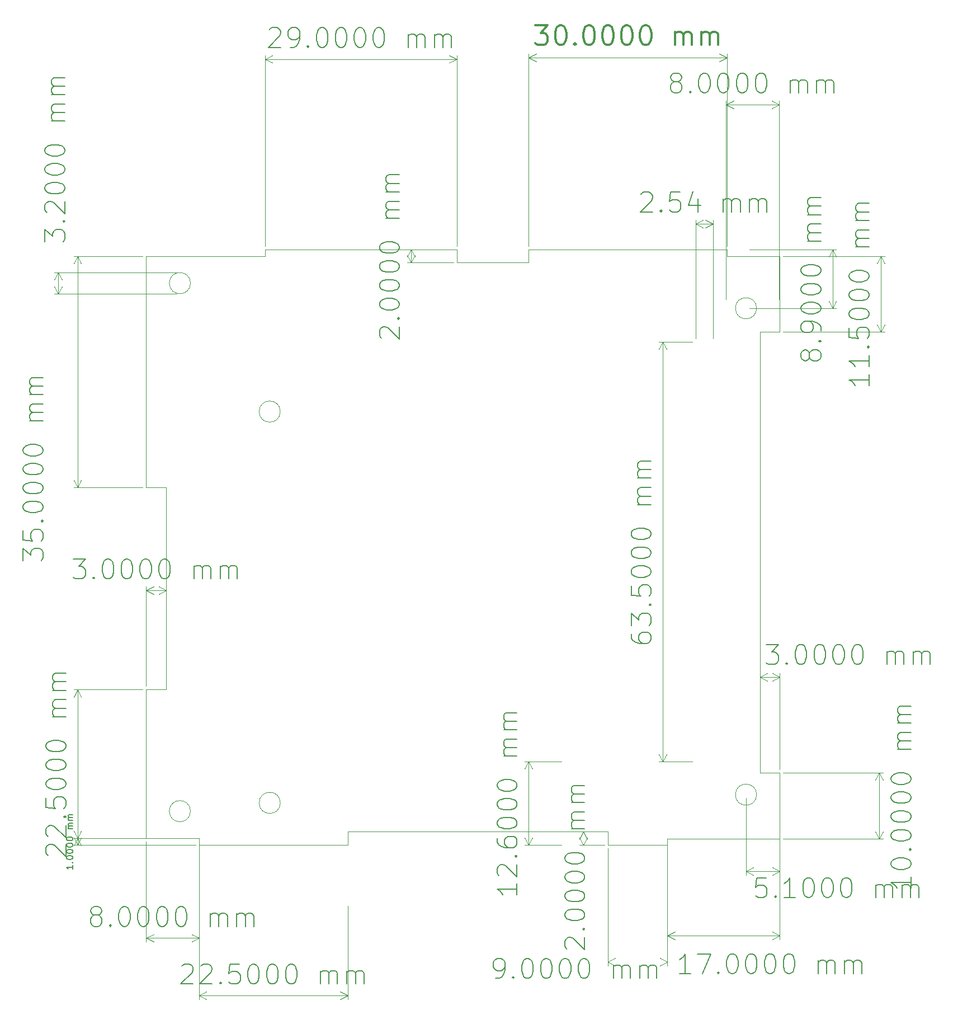
<source format=gbr>
%TF.GenerationSoftware,KiCad,Pcbnew,8.0.0*%
%TF.CreationDate,2024-06-21T11:16:24+02:00*%
%TF.ProjectId,lora,6c6f7261-2e6b-4696-9361-645f70636258,rev?*%
%TF.SameCoordinates,Original*%
%TF.FileFunction,Profile,NP*%
%FSLAX46Y46*%
G04 Gerber Fmt 4.6, Leading zero omitted, Abs format (unit mm)*
G04 Created by KiCad (PCBNEW 8.0.0) date 2024-06-21 11:16:24*
%MOMM*%
%LPD*%
G01*
G04 APERTURE LIST*
%TA.AperFunction,Profile*%
%ADD10C,0.050000*%
%TD*%
%ADD11C,0.150000*%
%ADD12C,0.300000*%
G04 APERTURE END LIST*
D10*
X198500000Y-64000000D02*
G75*
G02*
X195300000Y-64000000I-1600000J0D01*
G01*
X195300000Y-64000000D02*
G75*
G02*
X198500000Y-64000000I1600000J0D01*
G01*
X136600000Y-145200000D02*
X114100000Y-145200000D01*
X164000000Y-57100000D02*
X164000000Y-55100000D01*
X199000000Y-134300000D02*
X202000000Y-134300000D01*
X198500000Y-137600000D02*
G75*
G02*
X195300000Y-137600000I-1600000J0D01*
G01*
X195300000Y-137600000D02*
G75*
G02*
X198500000Y-137600000I1600000J0D01*
G01*
X176000000Y-143200000D02*
X136600000Y-143200000D01*
X199000000Y-67600000D02*
X199000000Y-134300000D01*
X124100000Y-55100000D02*
X153100000Y-55100000D01*
X202000000Y-134300000D02*
X202000000Y-144300000D01*
X124100000Y-56100000D02*
X124100000Y-55100000D01*
X176000000Y-145200000D02*
X176000000Y-143200000D01*
X185000000Y-145200000D02*
X176000000Y-145200000D01*
X109100000Y-121700000D02*
X109100000Y-91100000D01*
X112800000Y-60200000D02*
G75*
G02*
X109600000Y-60200000I-1600000J0D01*
G01*
X109600000Y-60200000D02*
G75*
G02*
X112800000Y-60200000I1600000J0D01*
G01*
X202000000Y-56100000D02*
X202000000Y-67600000D01*
X153100000Y-55100000D02*
X153100000Y-57100000D01*
X202000000Y-144300000D02*
X185000000Y-144300000D01*
X202000000Y-67600000D02*
X199000000Y-67600000D01*
X106100000Y-91100000D02*
X106100000Y-56100000D01*
X164000000Y-55100000D02*
X194000000Y-55100000D01*
X126400000Y-79640000D02*
G75*
G02*
X123200000Y-79640000I-1600000J0D01*
G01*
X123200000Y-79640000D02*
G75*
G02*
X126400000Y-79640000I1600000J0D01*
G01*
X185000000Y-144300000D02*
X185000000Y-145200000D01*
X106100000Y-56100000D02*
X124100000Y-56100000D01*
X109100000Y-91100000D02*
X106100000Y-91100000D01*
X114100000Y-145200000D02*
X114100000Y-144200000D01*
X153100000Y-57100000D02*
X164000000Y-57100000D01*
X106100000Y-144200000D02*
X106100000Y-121700000D01*
X126400000Y-138840000D02*
G75*
G02*
X123200000Y-138840000I-1600000J0D01*
G01*
X123200000Y-138840000D02*
G75*
G02*
X126400000Y-138840000I1600000J0D01*
G01*
X136600000Y-143200000D02*
X136600000Y-145200000D01*
X194000000Y-55100000D02*
X194000000Y-56100000D01*
X106100000Y-121700000D02*
X109100000Y-121700000D01*
X194000000Y-56100000D02*
X202000000Y-56100000D01*
X114100000Y-144200000D02*
X106100000Y-144200000D01*
X112800000Y-140100000D02*
G75*
G02*
X109600000Y-140100000I-1600000J0D01*
G01*
X109600000Y-140100000D02*
G75*
G02*
X112800000Y-140100000I1600000J0D01*
G01*
D11*
X98242857Y-155815771D02*
X97957142Y-155672914D01*
X97957142Y-155672914D02*
X97814285Y-155530057D01*
X97814285Y-155530057D02*
X97671428Y-155244342D01*
X97671428Y-155244342D02*
X97671428Y-155101485D01*
X97671428Y-155101485D02*
X97814285Y-154815771D01*
X97814285Y-154815771D02*
X97957142Y-154672914D01*
X97957142Y-154672914D02*
X98242857Y-154530057D01*
X98242857Y-154530057D02*
X98814285Y-154530057D01*
X98814285Y-154530057D02*
X99100000Y-154672914D01*
X99100000Y-154672914D02*
X99242857Y-154815771D01*
X99242857Y-154815771D02*
X99385714Y-155101485D01*
X99385714Y-155101485D02*
X99385714Y-155244342D01*
X99385714Y-155244342D02*
X99242857Y-155530057D01*
X99242857Y-155530057D02*
X99100000Y-155672914D01*
X99100000Y-155672914D02*
X98814285Y-155815771D01*
X98814285Y-155815771D02*
X98242857Y-155815771D01*
X98242857Y-155815771D02*
X97957142Y-155958628D01*
X97957142Y-155958628D02*
X97814285Y-156101485D01*
X97814285Y-156101485D02*
X97671428Y-156387200D01*
X97671428Y-156387200D02*
X97671428Y-156958628D01*
X97671428Y-156958628D02*
X97814285Y-157244342D01*
X97814285Y-157244342D02*
X97957142Y-157387200D01*
X97957142Y-157387200D02*
X98242857Y-157530057D01*
X98242857Y-157530057D02*
X98814285Y-157530057D01*
X98814285Y-157530057D02*
X99100000Y-157387200D01*
X99100000Y-157387200D02*
X99242857Y-157244342D01*
X99242857Y-157244342D02*
X99385714Y-156958628D01*
X99385714Y-156958628D02*
X99385714Y-156387200D01*
X99385714Y-156387200D02*
X99242857Y-156101485D01*
X99242857Y-156101485D02*
X99100000Y-155958628D01*
X99100000Y-155958628D02*
X98814285Y-155815771D01*
X100671428Y-157244342D02*
X100814285Y-157387200D01*
X100814285Y-157387200D02*
X100671428Y-157530057D01*
X100671428Y-157530057D02*
X100528571Y-157387200D01*
X100528571Y-157387200D02*
X100671428Y-157244342D01*
X100671428Y-157244342D02*
X100671428Y-157530057D01*
X102671428Y-154530057D02*
X102957142Y-154530057D01*
X102957142Y-154530057D02*
X103242856Y-154672914D01*
X103242856Y-154672914D02*
X103385714Y-154815771D01*
X103385714Y-154815771D02*
X103528571Y-155101485D01*
X103528571Y-155101485D02*
X103671428Y-155672914D01*
X103671428Y-155672914D02*
X103671428Y-156387200D01*
X103671428Y-156387200D02*
X103528571Y-156958628D01*
X103528571Y-156958628D02*
X103385714Y-157244342D01*
X103385714Y-157244342D02*
X103242856Y-157387200D01*
X103242856Y-157387200D02*
X102957142Y-157530057D01*
X102957142Y-157530057D02*
X102671428Y-157530057D01*
X102671428Y-157530057D02*
X102385714Y-157387200D01*
X102385714Y-157387200D02*
X102242856Y-157244342D01*
X102242856Y-157244342D02*
X102099999Y-156958628D01*
X102099999Y-156958628D02*
X101957142Y-156387200D01*
X101957142Y-156387200D02*
X101957142Y-155672914D01*
X101957142Y-155672914D02*
X102099999Y-155101485D01*
X102099999Y-155101485D02*
X102242856Y-154815771D01*
X102242856Y-154815771D02*
X102385714Y-154672914D01*
X102385714Y-154672914D02*
X102671428Y-154530057D01*
X105528571Y-154530057D02*
X105814285Y-154530057D01*
X105814285Y-154530057D02*
X106099999Y-154672914D01*
X106099999Y-154672914D02*
X106242857Y-154815771D01*
X106242857Y-154815771D02*
X106385714Y-155101485D01*
X106385714Y-155101485D02*
X106528571Y-155672914D01*
X106528571Y-155672914D02*
X106528571Y-156387200D01*
X106528571Y-156387200D02*
X106385714Y-156958628D01*
X106385714Y-156958628D02*
X106242857Y-157244342D01*
X106242857Y-157244342D02*
X106099999Y-157387200D01*
X106099999Y-157387200D02*
X105814285Y-157530057D01*
X105814285Y-157530057D02*
X105528571Y-157530057D01*
X105528571Y-157530057D02*
X105242857Y-157387200D01*
X105242857Y-157387200D02*
X105099999Y-157244342D01*
X105099999Y-157244342D02*
X104957142Y-156958628D01*
X104957142Y-156958628D02*
X104814285Y-156387200D01*
X104814285Y-156387200D02*
X104814285Y-155672914D01*
X104814285Y-155672914D02*
X104957142Y-155101485D01*
X104957142Y-155101485D02*
X105099999Y-154815771D01*
X105099999Y-154815771D02*
X105242857Y-154672914D01*
X105242857Y-154672914D02*
X105528571Y-154530057D01*
X108385714Y-154530057D02*
X108671428Y-154530057D01*
X108671428Y-154530057D02*
X108957142Y-154672914D01*
X108957142Y-154672914D02*
X109100000Y-154815771D01*
X109100000Y-154815771D02*
X109242857Y-155101485D01*
X109242857Y-155101485D02*
X109385714Y-155672914D01*
X109385714Y-155672914D02*
X109385714Y-156387200D01*
X109385714Y-156387200D02*
X109242857Y-156958628D01*
X109242857Y-156958628D02*
X109100000Y-157244342D01*
X109100000Y-157244342D02*
X108957142Y-157387200D01*
X108957142Y-157387200D02*
X108671428Y-157530057D01*
X108671428Y-157530057D02*
X108385714Y-157530057D01*
X108385714Y-157530057D02*
X108100000Y-157387200D01*
X108100000Y-157387200D02*
X107957142Y-157244342D01*
X107957142Y-157244342D02*
X107814285Y-156958628D01*
X107814285Y-156958628D02*
X107671428Y-156387200D01*
X107671428Y-156387200D02*
X107671428Y-155672914D01*
X107671428Y-155672914D02*
X107814285Y-155101485D01*
X107814285Y-155101485D02*
X107957142Y-154815771D01*
X107957142Y-154815771D02*
X108100000Y-154672914D01*
X108100000Y-154672914D02*
X108385714Y-154530057D01*
X111242857Y-154530057D02*
X111528571Y-154530057D01*
X111528571Y-154530057D02*
X111814285Y-154672914D01*
X111814285Y-154672914D02*
X111957143Y-154815771D01*
X111957143Y-154815771D02*
X112100000Y-155101485D01*
X112100000Y-155101485D02*
X112242857Y-155672914D01*
X112242857Y-155672914D02*
X112242857Y-156387200D01*
X112242857Y-156387200D02*
X112100000Y-156958628D01*
X112100000Y-156958628D02*
X111957143Y-157244342D01*
X111957143Y-157244342D02*
X111814285Y-157387200D01*
X111814285Y-157387200D02*
X111528571Y-157530057D01*
X111528571Y-157530057D02*
X111242857Y-157530057D01*
X111242857Y-157530057D02*
X110957143Y-157387200D01*
X110957143Y-157387200D02*
X110814285Y-157244342D01*
X110814285Y-157244342D02*
X110671428Y-156958628D01*
X110671428Y-156958628D02*
X110528571Y-156387200D01*
X110528571Y-156387200D02*
X110528571Y-155672914D01*
X110528571Y-155672914D02*
X110671428Y-155101485D01*
X110671428Y-155101485D02*
X110814285Y-154815771D01*
X110814285Y-154815771D02*
X110957143Y-154672914D01*
X110957143Y-154672914D02*
X111242857Y-154530057D01*
X115814285Y-157530057D02*
X115814285Y-155530057D01*
X115814285Y-155815771D02*
X115957142Y-155672914D01*
X115957142Y-155672914D02*
X116242857Y-155530057D01*
X116242857Y-155530057D02*
X116671428Y-155530057D01*
X116671428Y-155530057D02*
X116957142Y-155672914D01*
X116957142Y-155672914D02*
X117100000Y-155958628D01*
X117100000Y-155958628D02*
X117100000Y-157530057D01*
X117100000Y-155958628D02*
X117242857Y-155672914D01*
X117242857Y-155672914D02*
X117528571Y-155530057D01*
X117528571Y-155530057D02*
X117957142Y-155530057D01*
X117957142Y-155530057D02*
X118242857Y-155672914D01*
X118242857Y-155672914D02*
X118385714Y-155958628D01*
X118385714Y-155958628D02*
X118385714Y-157530057D01*
X119814285Y-157530057D02*
X119814285Y-155530057D01*
X119814285Y-155815771D02*
X119957142Y-155672914D01*
X119957142Y-155672914D02*
X120242857Y-155530057D01*
X120242857Y-155530057D02*
X120671428Y-155530057D01*
X120671428Y-155530057D02*
X120957142Y-155672914D01*
X120957142Y-155672914D02*
X121100000Y-155958628D01*
X121100000Y-155958628D02*
X121100000Y-157530057D01*
X121100000Y-155958628D02*
X121242857Y-155672914D01*
X121242857Y-155672914D02*
X121528571Y-155530057D01*
X121528571Y-155530057D02*
X121957142Y-155530057D01*
X121957142Y-155530057D02*
X122242857Y-155672914D01*
X122242857Y-155672914D02*
X122385714Y-155958628D01*
X122385714Y-155958628D02*
X122385714Y-157530057D01*
D10*
X114100000Y-144700000D02*
X114100000Y-159886420D01*
X106100000Y-144700000D02*
X106100000Y-159886420D01*
X114100000Y-159300000D02*
X106100000Y-159300000D01*
X114100000Y-159300000D02*
X106100000Y-159300000D01*
X114100000Y-159300000D02*
X112973496Y-159886421D01*
X114100000Y-159300000D02*
X112973496Y-158713579D01*
X106100000Y-159300000D02*
X107226504Y-158713579D01*
X106100000Y-159300000D02*
X107226504Y-159886421D01*
D11*
X111492857Y-163515771D02*
X111635714Y-163372914D01*
X111635714Y-163372914D02*
X111921429Y-163230057D01*
X111921429Y-163230057D02*
X112635714Y-163230057D01*
X112635714Y-163230057D02*
X112921429Y-163372914D01*
X112921429Y-163372914D02*
X113064286Y-163515771D01*
X113064286Y-163515771D02*
X113207143Y-163801485D01*
X113207143Y-163801485D02*
X113207143Y-164087200D01*
X113207143Y-164087200D02*
X113064286Y-164515771D01*
X113064286Y-164515771D02*
X111350000Y-166230057D01*
X111350000Y-166230057D02*
X113207143Y-166230057D01*
X114350000Y-163515771D02*
X114492857Y-163372914D01*
X114492857Y-163372914D02*
X114778572Y-163230057D01*
X114778572Y-163230057D02*
X115492857Y-163230057D01*
X115492857Y-163230057D02*
X115778572Y-163372914D01*
X115778572Y-163372914D02*
X115921429Y-163515771D01*
X115921429Y-163515771D02*
X116064286Y-163801485D01*
X116064286Y-163801485D02*
X116064286Y-164087200D01*
X116064286Y-164087200D02*
X115921429Y-164515771D01*
X115921429Y-164515771D02*
X114207143Y-166230057D01*
X114207143Y-166230057D02*
X116064286Y-166230057D01*
X117350000Y-165944342D02*
X117492857Y-166087200D01*
X117492857Y-166087200D02*
X117350000Y-166230057D01*
X117350000Y-166230057D02*
X117207143Y-166087200D01*
X117207143Y-166087200D02*
X117350000Y-165944342D01*
X117350000Y-165944342D02*
X117350000Y-166230057D01*
X120207143Y-163230057D02*
X118778571Y-163230057D01*
X118778571Y-163230057D02*
X118635714Y-164658628D01*
X118635714Y-164658628D02*
X118778571Y-164515771D01*
X118778571Y-164515771D02*
X119064286Y-164372914D01*
X119064286Y-164372914D02*
X119778571Y-164372914D01*
X119778571Y-164372914D02*
X120064286Y-164515771D01*
X120064286Y-164515771D02*
X120207143Y-164658628D01*
X120207143Y-164658628D02*
X120350000Y-164944342D01*
X120350000Y-164944342D02*
X120350000Y-165658628D01*
X120350000Y-165658628D02*
X120207143Y-165944342D01*
X120207143Y-165944342D02*
X120064286Y-166087200D01*
X120064286Y-166087200D02*
X119778571Y-166230057D01*
X119778571Y-166230057D02*
X119064286Y-166230057D01*
X119064286Y-166230057D02*
X118778571Y-166087200D01*
X118778571Y-166087200D02*
X118635714Y-165944342D01*
X122207143Y-163230057D02*
X122492857Y-163230057D01*
X122492857Y-163230057D02*
X122778571Y-163372914D01*
X122778571Y-163372914D02*
X122921429Y-163515771D01*
X122921429Y-163515771D02*
X123064286Y-163801485D01*
X123064286Y-163801485D02*
X123207143Y-164372914D01*
X123207143Y-164372914D02*
X123207143Y-165087200D01*
X123207143Y-165087200D02*
X123064286Y-165658628D01*
X123064286Y-165658628D02*
X122921429Y-165944342D01*
X122921429Y-165944342D02*
X122778571Y-166087200D01*
X122778571Y-166087200D02*
X122492857Y-166230057D01*
X122492857Y-166230057D02*
X122207143Y-166230057D01*
X122207143Y-166230057D02*
X121921429Y-166087200D01*
X121921429Y-166087200D02*
X121778571Y-165944342D01*
X121778571Y-165944342D02*
X121635714Y-165658628D01*
X121635714Y-165658628D02*
X121492857Y-165087200D01*
X121492857Y-165087200D02*
X121492857Y-164372914D01*
X121492857Y-164372914D02*
X121635714Y-163801485D01*
X121635714Y-163801485D02*
X121778571Y-163515771D01*
X121778571Y-163515771D02*
X121921429Y-163372914D01*
X121921429Y-163372914D02*
X122207143Y-163230057D01*
X125064286Y-163230057D02*
X125350000Y-163230057D01*
X125350000Y-163230057D02*
X125635714Y-163372914D01*
X125635714Y-163372914D02*
X125778572Y-163515771D01*
X125778572Y-163515771D02*
X125921429Y-163801485D01*
X125921429Y-163801485D02*
X126064286Y-164372914D01*
X126064286Y-164372914D02*
X126064286Y-165087200D01*
X126064286Y-165087200D02*
X125921429Y-165658628D01*
X125921429Y-165658628D02*
X125778572Y-165944342D01*
X125778572Y-165944342D02*
X125635714Y-166087200D01*
X125635714Y-166087200D02*
X125350000Y-166230057D01*
X125350000Y-166230057D02*
X125064286Y-166230057D01*
X125064286Y-166230057D02*
X124778572Y-166087200D01*
X124778572Y-166087200D02*
X124635714Y-165944342D01*
X124635714Y-165944342D02*
X124492857Y-165658628D01*
X124492857Y-165658628D02*
X124350000Y-165087200D01*
X124350000Y-165087200D02*
X124350000Y-164372914D01*
X124350000Y-164372914D02*
X124492857Y-163801485D01*
X124492857Y-163801485D02*
X124635714Y-163515771D01*
X124635714Y-163515771D02*
X124778572Y-163372914D01*
X124778572Y-163372914D02*
X125064286Y-163230057D01*
X127921429Y-163230057D02*
X128207143Y-163230057D01*
X128207143Y-163230057D02*
X128492857Y-163372914D01*
X128492857Y-163372914D02*
X128635715Y-163515771D01*
X128635715Y-163515771D02*
X128778572Y-163801485D01*
X128778572Y-163801485D02*
X128921429Y-164372914D01*
X128921429Y-164372914D02*
X128921429Y-165087200D01*
X128921429Y-165087200D02*
X128778572Y-165658628D01*
X128778572Y-165658628D02*
X128635715Y-165944342D01*
X128635715Y-165944342D02*
X128492857Y-166087200D01*
X128492857Y-166087200D02*
X128207143Y-166230057D01*
X128207143Y-166230057D02*
X127921429Y-166230057D01*
X127921429Y-166230057D02*
X127635715Y-166087200D01*
X127635715Y-166087200D02*
X127492857Y-165944342D01*
X127492857Y-165944342D02*
X127350000Y-165658628D01*
X127350000Y-165658628D02*
X127207143Y-165087200D01*
X127207143Y-165087200D02*
X127207143Y-164372914D01*
X127207143Y-164372914D02*
X127350000Y-163801485D01*
X127350000Y-163801485D02*
X127492857Y-163515771D01*
X127492857Y-163515771D02*
X127635715Y-163372914D01*
X127635715Y-163372914D02*
X127921429Y-163230057D01*
X132492857Y-166230057D02*
X132492857Y-164230057D01*
X132492857Y-164515771D02*
X132635714Y-164372914D01*
X132635714Y-164372914D02*
X132921429Y-164230057D01*
X132921429Y-164230057D02*
X133350000Y-164230057D01*
X133350000Y-164230057D02*
X133635714Y-164372914D01*
X133635714Y-164372914D02*
X133778572Y-164658628D01*
X133778572Y-164658628D02*
X133778572Y-166230057D01*
X133778572Y-164658628D02*
X133921429Y-164372914D01*
X133921429Y-164372914D02*
X134207143Y-164230057D01*
X134207143Y-164230057D02*
X134635714Y-164230057D01*
X134635714Y-164230057D02*
X134921429Y-164372914D01*
X134921429Y-164372914D02*
X135064286Y-164658628D01*
X135064286Y-164658628D02*
X135064286Y-166230057D01*
X136492857Y-166230057D02*
X136492857Y-164230057D01*
X136492857Y-164515771D02*
X136635714Y-164372914D01*
X136635714Y-164372914D02*
X136921429Y-164230057D01*
X136921429Y-164230057D02*
X137350000Y-164230057D01*
X137350000Y-164230057D02*
X137635714Y-164372914D01*
X137635714Y-164372914D02*
X137778572Y-164658628D01*
X137778572Y-164658628D02*
X137778572Y-166230057D01*
X137778572Y-164658628D02*
X137921429Y-164372914D01*
X137921429Y-164372914D02*
X138207143Y-164230057D01*
X138207143Y-164230057D02*
X138635714Y-164230057D01*
X138635714Y-164230057D02*
X138921429Y-164372914D01*
X138921429Y-164372914D02*
X139064286Y-164658628D01*
X139064286Y-164658628D02*
X139064286Y-166230057D01*
D10*
X136600000Y-154400000D02*
X136600000Y-168586420D01*
X114100000Y-154400000D02*
X114100000Y-168586420D01*
X136600000Y-168000000D02*
X114100000Y-168000000D01*
X136600000Y-168000000D02*
X114100000Y-168000000D01*
X136600000Y-168000000D02*
X135473496Y-168586421D01*
X136600000Y-168000000D02*
X135473496Y-167413579D01*
X114100000Y-168000000D02*
X115226504Y-167413579D01*
X114100000Y-168000000D02*
X115226504Y-168586421D01*
D11*
X95004819Y-148271428D02*
X95004819Y-148842856D01*
X95004819Y-148557142D02*
X94004819Y-148557142D01*
X94004819Y-148557142D02*
X94147676Y-148652380D01*
X94147676Y-148652380D02*
X94242914Y-148747618D01*
X94242914Y-148747618D02*
X94290533Y-148842856D01*
X94909580Y-147842856D02*
X94957200Y-147795237D01*
X94957200Y-147795237D02*
X95004819Y-147842856D01*
X95004819Y-147842856D02*
X94957200Y-147890475D01*
X94957200Y-147890475D02*
X94909580Y-147842856D01*
X94909580Y-147842856D02*
X95004819Y-147842856D01*
X94004819Y-147176190D02*
X94004819Y-147080952D01*
X94004819Y-147080952D02*
X94052438Y-146985714D01*
X94052438Y-146985714D02*
X94100057Y-146938095D01*
X94100057Y-146938095D02*
X94195295Y-146890476D01*
X94195295Y-146890476D02*
X94385771Y-146842857D01*
X94385771Y-146842857D02*
X94623866Y-146842857D01*
X94623866Y-146842857D02*
X94814342Y-146890476D01*
X94814342Y-146890476D02*
X94909580Y-146938095D01*
X94909580Y-146938095D02*
X94957200Y-146985714D01*
X94957200Y-146985714D02*
X95004819Y-147080952D01*
X95004819Y-147080952D02*
X95004819Y-147176190D01*
X95004819Y-147176190D02*
X94957200Y-147271428D01*
X94957200Y-147271428D02*
X94909580Y-147319047D01*
X94909580Y-147319047D02*
X94814342Y-147366666D01*
X94814342Y-147366666D02*
X94623866Y-147414285D01*
X94623866Y-147414285D02*
X94385771Y-147414285D01*
X94385771Y-147414285D02*
X94195295Y-147366666D01*
X94195295Y-147366666D02*
X94100057Y-147319047D01*
X94100057Y-147319047D02*
X94052438Y-147271428D01*
X94052438Y-147271428D02*
X94004819Y-147176190D01*
X94004819Y-146223809D02*
X94004819Y-146128571D01*
X94004819Y-146128571D02*
X94052438Y-146033333D01*
X94052438Y-146033333D02*
X94100057Y-145985714D01*
X94100057Y-145985714D02*
X94195295Y-145938095D01*
X94195295Y-145938095D02*
X94385771Y-145890476D01*
X94385771Y-145890476D02*
X94623866Y-145890476D01*
X94623866Y-145890476D02*
X94814342Y-145938095D01*
X94814342Y-145938095D02*
X94909580Y-145985714D01*
X94909580Y-145985714D02*
X94957200Y-146033333D01*
X94957200Y-146033333D02*
X95004819Y-146128571D01*
X95004819Y-146128571D02*
X95004819Y-146223809D01*
X95004819Y-146223809D02*
X94957200Y-146319047D01*
X94957200Y-146319047D02*
X94909580Y-146366666D01*
X94909580Y-146366666D02*
X94814342Y-146414285D01*
X94814342Y-146414285D02*
X94623866Y-146461904D01*
X94623866Y-146461904D02*
X94385771Y-146461904D01*
X94385771Y-146461904D02*
X94195295Y-146414285D01*
X94195295Y-146414285D02*
X94100057Y-146366666D01*
X94100057Y-146366666D02*
X94052438Y-146319047D01*
X94052438Y-146319047D02*
X94004819Y-146223809D01*
X94004819Y-145271428D02*
X94004819Y-145176190D01*
X94004819Y-145176190D02*
X94052438Y-145080952D01*
X94052438Y-145080952D02*
X94100057Y-145033333D01*
X94100057Y-145033333D02*
X94195295Y-144985714D01*
X94195295Y-144985714D02*
X94385771Y-144938095D01*
X94385771Y-144938095D02*
X94623866Y-144938095D01*
X94623866Y-144938095D02*
X94814342Y-144985714D01*
X94814342Y-144985714D02*
X94909580Y-145033333D01*
X94909580Y-145033333D02*
X94957200Y-145080952D01*
X94957200Y-145080952D02*
X95004819Y-145176190D01*
X95004819Y-145176190D02*
X95004819Y-145271428D01*
X95004819Y-145271428D02*
X94957200Y-145366666D01*
X94957200Y-145366666D02*
X94909580Y-145414285D01*
X94909580Y-145414285D02*
X94814342Y-145461904D01*
X94814342Y-145461904D02*
X94623866Y-145509523D01*
X94623866Y-145509523D02*
X94385771Y-145509523D01*
X94385771Y-145509523D02*
X94195295Y-145461904D01*
X94195295Y-145461904D02*
X94100057Y-145414285D01*
X94100057Y-145414285D02*
X94052438Y-145366666D01*
X94052438Y-145366666D02*
X94004819Y-145271428D01*
X94004819Y-144319047D02*
X94004819Y-144223809D01*
X94004819Y-144223809D02*
X94052438Y-144128571D01*
X94052438Y-144128571D02*
X94100057Y-144080952D01*
X94100057Y-144080952D02*
X94195295Y-144033333D01*
X94195295Y-144033333D02*
X94385771Y-143985714D01*
X94385771Y-143985714D02*
X94623866Y-143985714D01*
X94623866Y-143985714D02*
X94814342Y-144033333D01*
X94814342Y-144033333D02*
X94909580Y-144080952D01*
X94909580Y-144080952D02*
X94957200Y-144128571D01*
X94957200Y-144128571D02*
X95004819Y-144223809D01*
X95004819Y-144223809D02*
X95004819Y-144319047D01*
X95004819Y-144319047D02*
X94957200Y-144414285D01*
X94957200Y-144414285D02*
X94909580Y-144461904D01*
X94909580Y-144461904D02*
X94814342Y-144509523D01*
X94814342Y-144509523D02*
X94623866Y-144557142D01*
X94623866Y-144557142D02*
X94385771Y-144557142D01*
X94385771Y-144557142D02*
X94195295Y-144509523D01*
X94195295Y-144509523D02*
X94100057Y-144461904D01*
X94100057Y-144461904D02*
X94052438Y-144414285D01*
X94052438Y-144414285D02*
X94004819Y-144319047D01*
X95004819Y-142795237D02*
X94338152Y-142795237D01*
X94433390Y-142795237D02*
X94385771Y-142747618D01*
X94385771Y-142747618D02*
X94338152Y-142652380D01*
X94338152Y-142652380D02*
X94338152Y-142509523D01*
X94338152Y-142509523D02*
X94385771Y-142414285D01*
X94385771Y-142414285D02*
X94481009Y-142366666D01*
X94481009Y-142366666D02*
X95004819Y-142366666D01*
X94481009Y-142366666D02*
X94385771Y-142319047D01*
X94385771Y-142319047D02*
X94338152Y-142223809D01*
X94338152Y-142223809D02*
X94338152Y-142080952D01*
X94338152Y-142080952D02*
X94385771Y-141985713D01*
X94385771Y-141985713D02*
X94481009Y-141938094D01*
X94481009Y-141938094D02*
X95004819Y-141938094D01*
X95004819Y-141461904D02*
X94338152Y-141461904D01*
X94433390Y-141461904D02*
X94385771Y-141414285D01*
X94385771Y-141414285D02*
X94338152Y-141319047D01*
X94338152Y-141319047D02*
X94338152Y-141176190D01*
X94338152Y-141176190D02*
X94385771Y-141080952D01*
X94385771Y-141080952D02*
X94481009Y-141033333D01*
X94481009Y-141033333D02*
X95004819Y-141033333D01*
X94481009Y-141033333D02*
X94385771Y-140985714D01*
X94385771Y-140985714D02*
X94338152Y-140890476D01*
X94338152Y-140890476D02*
X94338152Y-140747619D01*
X94338152Y-140747619D02*
X94385771Y-140652380D01*
X94385771Y-140652380D02*
X94481009Y-140604761D01*
X94481009Y-140604761D02*
X95004819Y-140604761D01*
D10*
X113600000Y-145200000D02*
X95113580Y-145200000D01*
X113600000Y-144200000D02*
X95113580Y-144200000D01*
X95700000Y-145200000D02*
X95700000Y-144200000D01*
X95700000Y-145200000D02*
X95700000Y-144200000D01*
X95700000Y-145200000D02*
X95113579Y-144073496D01*
X95700000Y-145200000D02*
X96286421Y-144073496D01*
X95700000Y-144200000D02*
X96286421Y-145326504D01*
X95700000Y-144200000D02*
X95113579Y-145326504D01*
D11*
X91215771Y-146807142D02*
X91072914Y-146664285D01*
X91072914Y-146664285D02*
X90930057Y-146378571D01*
X90930057Y-146378571D02*
X90930057Y-145664285D01*
X90930057Y-145664285D02*
X91072914Y-145378571D01*
X91072914Y-145378571D02*
X91215771Y-145235713D01*
X91215771Y-145235713D02*
X91501485Y-145092856D01*
X91501485Y-145092856D02*
X91787200Y-145092856D01*
X91787200Y-145092856D02*
X92215771Y-145235713D01*
X92215771Y-145235713D02*
X93930057Y-146949999D01*
X93930057Y-146949999D02*
X93930057Y-145092856D01*
X91215771Y-143949999D02*
X91072914Y-143807142D01*
X91072914Y-143807142D02*
X90930057Y-143521428D01*
X90930057Y-143521428D02*
X90930057Y-142807142D01*
X90930057Y-142807142D02*
X91072914Y-142521428D01*
X91072914Y-142521428D02*
X91215771Y-142378570D01*
X91215771Y-142378570D02*
X91501485Y-142235713D01*
X91501485Y-142235713D02*
X91787200Y-142235713D01*
X91787200Y-142235713D02*
X92215771Y-142378570D01*
X92215771Y-142378570D02*
X93930057Y-144092856D01*
X93930057Y-144092856D02*
X93930057Y-142235713D01*
X93644342Y-140949999D02*
X93787200Y-140807142D01*
X93787200Y-140807142D02*
X93930057Y-140949999D01*
X93930057Y-140949999D02*
X93787200Y-141092856D01*
X93787200Y-141092856D02*
X93644342Y-140949999D01*
X93644342Y-140949999D02*
X93930057Y-140949999D01*
X90930057Y-138092856D02*
X90930057Y-139521428D01*
X90930057Y-139521428D02*
X92358628Y-139664285D01*
X92358628Y-139664285D02*
X92215771Y-139521428D01*
X92215771Y-139521428D02*
X92072914Y-139235714D01*
X92072914Y-139235714D02*
X92072914Y-138521428D01*
X92072914Y-138521428D02*
X92215771Y-138235714D01*
X92215771Y-138235714D02*
X92358628Y-138092856D01*
X92358628Y-138092856D02*
X92644342Y-137949999D01*
X92644342Y-137949999D02*
X93358628Y-137949999D01*
X93358628Y-137949999D02*
X93644342Y-138092856D01*
X93644342Y-138092856D02*
X93787200Y-138235714D01*
X93787200Y-138235714D02*
X93930057Y-138521428D01*
X93930057Y-138521428D02*
X93930057Y-139235714D01*
X93930057Y-139235714D02*
X93787200Y-139521428D01*
X93787200Y-139521428D02*
X93644342Y-139664285D01*
X90930057Y-136092856D02*
X90930057Y-135807142D01*
X90930057Y-135807142D02*
X91072914Y-135521428D01*
X91072914Y-135521428D02*
X91215771Y-135378571D01*
X91215771Y-135378571D02*
X91501485Y-135235713D01*
X91501485Y-135235713D02*
X92072914Y-135092856D01*
X92072914Y-135092856D02*
X92787200Y-135092856D01*
X92787200Y-135092856D02*
X93358628Y-135235713D01*
X93358628Y-135235713D02*
X93644342Y-135378571D01*
X93644342Y-135378571D02*
X93787200Y-135521428D01*
X93787200Y-135521428D02*
X93930057Y-135807142D01*
X93930057Y-135807142D02*
X93930057Y-136092856D01*
X93930057Y-136092856D02*
X93787200Y-136378571D01*
X93787200Y-136378571D02*
X93644342Y-136521428D01*
X93644342Y-136521428D02*
X93358628Y-136664285D01*
X93358628Y-136664285D02*
X92787200Y-136807142D01*
X92787200Y-136807142D02*
X92072914Y-136807142D01*
X92072914Y-136807142D02*
X91501485Y-136664285D01*
X91501485Y-136664285D02*
X91215771Y-136521428D01*
X91215771Y-136521428D02*
X91072914Y-136378571D01*
X91072914Y-136378571D02*
X90930057Y-136092856D01*
X90930057Y-133235713D02*
X90930057Y-132949999D01*
X90930057Y-132949999D02*
X91072914Y-132664285D01*
X91072914Y-132664285D02*
X91215771Y-132521428D01*
X91215771Y-132521428D02*
X91501485Y-132378570D01*
X91501485Y-132378570D02*
X92072914Y-132235713D01*
X92072914Y-132235713D02*
X92787200Y-132235713D01*
X92787200Y-132235713D02*
X93358628Y-132378570D01*
X93358628Y-132378570D02*
X93644342Y-132521428D01*
X93644342Y-132521428D02*
X93787200Y-132664285D01*
X93787200Y-132664285D02*
X93930057Y-132949999D01*
X93930057Y-132949999D02*
X93930057Y-133235713D01*
X93930057Y-133235713D02*
X93787200Y-133521428D01*
X93787200Y-133521428D02*
X93644342Y-133664285D01*
X93644342Y-133664285D02*
X93358628Y-133807142D01*
X93358628Y-133807142D02*
X92787200Y-133949999D01*
X92787200Y-133949999D02*
X92072914Y-133949999D01*
X92072914Y-133949999D02*
X91501485Y-133807142D01*
X91501485Y-133807142D02*
X91215771Y-133664285D01*
X91215771Y-133664285D02*
X91072914Y-133521428D01*
X91072914Y-133521428D02*
X90930057Y-133235713D01*
X90930057Y-130378570D02*
X90930057Y-130092856D01*
X90930057Y-130092856D02*
X91072914Y-129807142D01*
X91072914Y-129807142D02*
X91215771Y-129664285D01*
X91215771Y-129664285D02*
X91501485Y-129521427D01*
X91501485Y-129521427D02*
X92072914Y-129378570D01*
X92072914Y-129378570D02*
X92787200Y-129378570D01*
X92787200Y-129378570D02*
X93358628Y-129521427D01*
X93358628Y-129521427D02*
X93644342Y-129664285D01*
X93644342Y-129664285D02*
X93787200Y-129807142D01*
X93787200Y-129807142D02*
X93930057Y-130092856D01*
X93930057Y-130092856D02*
X93930057Y-130378570D01*
X93930057Y-130378570D02*
X93787200Y-130664285D01*
X93787200Y-130664285D02*
X93644342Y-130807142D01*
X93644342Y-130807142D02*
X93358628Y-130949999D01*
X93358628Y-130949999D02*
X92787200Y-131092856D01*
X92787200Y-131092856D02*
X92072914Y-131092856D01*
X92072914Y-131092856D02*
X91501485Y-130949999D01*
X91501485Y-130949999D02*
X91215771Y-130807142D01*
X91215771Y-130807142D02*
X91072914Y-130664285D01*
X91072914Y-130664285D02*
X90930057Y-130378570D01*
X93930057Y-125807142D02*
X91930057Y-125807142D01*
X92215771Y-125807142D02*
X92072914Y-125664285D01*
X92072914Y-125664285D02*
X91930057Y-125378570D01*
X91930057Y-125378570D02*
X91930057Y-124949999D01*
X91930057Y-124949999D02*
X92072914Y-124664285D01*
X92072914Y-124664285D02*
X92358628Y-124521428D01*
X92358628Y-124521428D02*
X93930057Y-124521428D01*
X92358628Y-124521428D02*
X92072914Y-124378570D01*
X92072914Y-124378570D02*
X91930057Y-124092856D01*
X91930057Y-124092856D02*
X91930057Y-123664285D01*
X91930057Y-123664285D02*
X92072914Y-123378570D01*
X92072914Y-123378570D02*
X92358628Y-123235713D01*
X92358628Y-123235713D02*
X93930057Y-123235713D01*
X93930057Y-121807142D02*
X91930057Y-121807142D01*
X92215771Y-121807142D02*
X92072914Y-121664285D01*
X92072914Y-121664285D02*
X91930057Y-121378570D01*
X91930057Y-121378570D02*
X91930057Y-120949999D01*
X91930057Y-120949999D02*
X92072914Y-120664285D01*
X92072914Y-120664285D02*
X92358628Y-120521428D01*
X92358628Y-120521428D02*
X93930057Y-120521428D01*
X92358628Y-120521428D02*
X92072914Y-120378570D01*
X92072914Y-120378570D02*
X91930057Y-120092856D01*
X91930057Y-120092856D02*
X91930057Y-119664285D01*
X91930057Y-119664285D02*
X92072914Y-119378570D01*
X92072914Y-119378570D02*
X92358628Y-119235713D01*
X92358628Y-119235713D02*
X93930057Y-119235713D01*
D10*
X105600000Y-144200000D02*
X95113580Y-144200000D01*
X105600000Y-121700000D02*
X95113580Y-121700000D01*
X95700000Y-144200000D02*
X95700000Y-121700000D01*
X95700000Y-144200000D02*
X95700000Y-121700000D01*
X95700000Y-144200000D02*
X95113579Y-143073496D01*
X95700000Y-144200000D02*
X96286421Y-143073496D01*
X95700000Y-121700000D02*
X96286421Y-122826504D01*
X95700000Y-121700000D02*
X95113579Y-122826504D01*
D11*
X162230057Y-151042856D02*
X162230057Y-152757142D01*
X162230057Y-151899999D02*
X159230057Y-151899999D01*
X159230057Y-151899999D02*
X159658628Y-152185713D01*
X159658628Y-152185713D02*
X159944342Y-152471428D01*
X159944342Y-152471428D02*
X160087200Y-152757142D01*
X159515771Y-149899999D02*
X159372914Y-149757142D01*
X159372914Y-149757142D02*
X159230057Y-149471428D01*
X159230057Y-149471428D02*
X159230057Y-148757142D01*
X159230057Y-148757142D02*
X159372914Y-148471428D01*
X159372914Y-148471428D02*
X159515771Y-148328570D01*
X159515771Y-148328570D02*
X159801485Y-148185713D01*
X159801485Y-148185713D02*
X160087200Y-148185713D01*
X160087200Y-148185713D02*
X160515771Y-148328570D01*
X160515771Y-148328570D02*
X162230057Y-150042856D01*
X162230057Y-150042856D02*
X162230057Y-148185713D01*
X161944342Y-146899999D02*
X162087200Y-146757142D01*
X162087200Y-146757142D02*
X162230057Y-146899999D01*
X162230057Y-146899999D02*
X162087200Y-147042856D01*
X162087200Y-147042856D02*
X161944342Y-146899999D01*
X161944342Y-146899999D02*
X162230057Y-146899999D01*
X159230057Y-144185714D02*
X159230057Y-144757142D01*
X159230057Y-144757142D02*
X159372914Y-145042856D01*
X159372914Y-145042856D02*
X159515771Y-145185714D01*
X159515771Y-145185714D02*
X159944342Y-145471428D01*
X159944342Y-145471428D02*
X160515771Y-145614285D01*
X160515771Y-145614285D02*
X161658628Y-145614285D01*
X161658628Y-145614285D02*
X161944342Y-145471428D01*
X161944342Y-145471428D02*
X162087200Y-145328571D01*
X162087200Y-145328571D02*
X162230057Y-145042856D01*
X162230057Y-145042856D02*
X162230057Y-144471428D01*
X162230057Y-144471428D02*
X162087200Y-144185714D01*
X162087200Y-144185714D02*
X161944342Y-144042856D01*
X161944342Y-144042856D02*
X161658628Y-143899999D01*
X161658628Y-143899999D02*
X160944342Y-143899999D01*
X160944342Y-143899999D02*
X160658628Y-144042856D01*
X160658628Y-144042856D02*
X160515771Y-144185714D01*
X160515771Y-144185714D02*
X160372914Y-144471428D01*
X160372914Y-144471428D02*
X160372914Y-145042856D01*
X160372914Y-145042856D02*
X160515771Y-145328571D01*
X160515771Y-145328571D02*
X160658628Y-145471428D01*
X160658628Y-145471428D02*
X160944342Y-145614285D01*
X159230057Y-142042856D02*
X159230057Y-141757142D01*
X159230057Y-141757142D02*
X159372914Y-141471428D01*
X159372914Y-141471428D02*
X159515771Y-141328571D01*
X159515771Y-141328571D02*
X159801485Y-141185713D01*
X159801485Y-141185713D02*
X160372914Y-141042856D01*
X160372914Y-141042856D02*
X161087200Y-141042856D01*
X161087200Y-141042856D02*
X161658628Y-141185713D01*
X161658628Y-141185713D02*
X161944342Y-141328571D01*
X161944342Y-141328571D02*
X162087200Y-141471428D01*
X162087200Y-141471428D02*
X162230057Y-141757142D01*
X162230057Y-141757142D02*
X162230057Y-142042856D01*
X162230057Y-142042856D02*
X162087200Y-142328571D01*
X162087200Y-142328571D02*
X161944342Y-142471428D01*
X161944342Y-142471428D02*
X161658628Y-142614285D01*
X161658628Y-142614285D02*
X161087200Y-142757142D01*
X161087200Y-142757142D02*
X160372914Y-142757142D01*
X160372914Y-142757142D02*
X159801485Y-142614285D01*
X159801485Y-142614285D02*
X159515771Y-142471428D01*
X159515771Y-142471428D02*
X159372914Y-142328571D01*
X159372914Y-142328571D02*
X159230057Y-142042856D01*
X159230057Y-139185713D02*
X159230057Y-138899999D01*
X159230057Y-138899999D02*
X159372914Y-138614285D01*
X159372914Y-138614285D02*
X159515771Y-138471428D01*
X159515771Y-138471428D02*
X159801485Y-138328570D01*
X159801485Y-138328570D02*
X160372914Y-138185713D01*
X160372914Y-138185713D02*
X161087200Y-138185713D01*
X161087200Y-138185713D02*
X161658628Y-138328570D01*
X161658628Y-138328570D02*
X161944342Y-138471428D01*
X161944342Y-138471428D02*
X162087200Y-138614285D01*
X162087200Y-138614285D02*
X162230057Y-138899999D01*
X162230057Y-138899999D02*
X162230057Y-139185713D01*
X162230057Y-139185713D02*
X162087200Y-139471428D01*
X162087200Y-139471428D02*
X161944342Y-139614285D01*
X161944342Y-139614285D02*
X161658628Y-139757142D01*
X161658628Y-139757142D02*
X161087200Y-139899999D01*
X161087200Y-139899999D02*
X160372914Y-139899999D01*
X160372914Y-139899999D02*
X159801485Y-139757142D01*
X159801485Y-139757142D02*
X159515771Y-139614285D01*
X159515771Y-139614285D02*
X159372914Y-139471428D01*
X159372914Y-139471428D02*
X159230057Y-139185713D01*
X159230057Y-136328570D02*
X159230057Y-136042856D01*
X159230057Y-136042856D02*
X159372914Y-135757142D01*
X159372914Y-135757142D02*
X159515771Y-135614285D01*
X159515771Y-135614285D02*
X159801485Y-135471427D01*
X159801485Y-135471427D02*
X160372914Y-135328570D01*
X160372914Y-135328570D02*
X161087200Y-135328570D01*
X161087200Y-135328570D02*
X161658628Y-135471427D01*
X161658628Y-135471427D02*
X161944342Y-135614285D01*
X161944342Y-135614285D02*
X162087200Y-135757142D01*
X162087200Y-135757142D02*
X162230057Y-136042856D01*
X162230057Y-136042856D02*
X162230057Y-136328570D01*
X162230057Y-136328570D02*
X162087200Y-136614285D01*
X162087200Y-136614285D02*
X161944342Y-136757142D01*
X161944342Y-136757142D02*
X161658628Y-136899999D01*
X161658628Y-136899999D02*
X161087200Y-137042856D01*
X161087200Y-137042856D02*
X160372914Y-137042856D01*
X160372914Y-137042856D02*
X159801485Y-136899999D01*
X159801485Y-136899999D02*
X159515771Y-136757142D01*
X159515771Y-136757142D02*
X159372914Y-136614285D01*
X159372914Y-136614285D02*
X159230057Y-136328570D01*
X162230057Y-131757142D02*
X160230057Y-131757142D01*
X160515771Y-131757142D02*
X160372914Y-131614285D01*
X160372914Y-131614285D02*
X160230057Y-131328570D01*
X160230057Y-131328570D02*
X160230057Y-130899999D01*
X160230057Y-130899999D02*
X160372914Y-130614285D01*
X160372914Y-130614285D02*
X160658628Y-130471428D01*
X160658628Y-130471428D02*
X162230057Y-130471428D01*
X160658628Y-130471428D02*
X160372914Y-130328570D01*
X160372914Y-130328570D02*
X160230057Y-130042856D01*
X160230057Y-130042856D02*
X160230057Y-129614285D01*
X160230057Y-129614285D02*
X160372914Y-129328570D01*
X160372914Y-129328570D02*
X160658628Y-129185713D01*
X160658628Y-129185713D02*
X162230057Y-129185713D01*
X162230057Y-127757142D02*
X160230057Y-127757142D01*
X160515771Y-127757142D02*
X160372914Y-127614285D01*
X160372914Y-127614285D02*
X160230057Y-127328570D01*
X160230057Y-127328570D02*
X160230057Y-126899999D01*
X160230057Y-126899999D02*
X160372914Y-126614285D01*
X160372914Y-126614285D02*
X160658628Y-126471428D01*
X160658628Y-126471428D02*
X162230057Y-126471428D01*
X160658628Y-126471428D02*
X160372914Y-126328570D01*
X160372914Y-126328570D02*
X160230057Y-126042856D01*
X160230057Y-126042856D02*
X160230057Y-125614285D01*
X160230057Y-125614285D02*
X160372914Y-125328570D01*
X160372914Y-125328570D02*
X160658628Y-125185713D01*
X160658628Y-125185713D02*
X162230057Y-125185713D01*
D10*
X169000000Y-132600000D02*
X163413580Y-132600000D01*
X169000000Y-145200000D02*
X163413580Y-145200000D01*
X164000000Y-132600000D02*
X164000000Y-145200000D01*
X164000000Y-132600000D02*
X164000000Y-145200000D01*
X164000000Y-132600000D02*
X164586421Y-133726504D01*
X164000000Y-132600000D02*
X163413579Y-133726504D01*
X164000000Y-145200000D02*
X163413579Y-144073496D01*
X164000000Y-145200000D02*
X164586421Y-144073496D01*
D11*
X169765771Y-160928571D02*
X169622914Y-160785714D01*
X169622914Y-160785714D02*
X169480057Y-160500000D01*
X169480057Y-160500000D02*
X169480057Y-159785714D01*
X169480057Y-159785714D02*
X169622914Y-159500000D01*
X169622914Y-159500000D02*
X169765771Y-159357142D01*
X169765771Y-159357142D02*
X170051485Y-159214285D01*
X170051485Y-159214285D02*
X170337200Y-159214285D01*
X170337200Y-159214285D02*
X170765771Y-159357142D01*
X170765771Y-159357142D02*
X172480057Y-161071428D01*
X172480057Y-161071428D02*
X172480057Y-159214285D01*
X172194342Y-157928571D02*
X172337200Y-157785714D01*
X172337200Y-157785714D02*
X172480057Y-157928571D01*
X172480057Y-157928571D02*
X172337200Y-158071428D01*
X172337200Y-158071428D02*
X172194342Y-157928571D01*
X172194342Y-157928571D02*
X172480057Y-157928571D01*
X169480057Y-155928571D02*
X169480057Y-155642857D01*
X169480057Y-155642857D02*
X169622914Y-155357143D01*
X169622914Y-155357143D02*
X169765771Y-155214286D01*
X169765771Y-155214286D02*
X170051485Y-155071428D01*
X170051485Y-155071428D02*
X170622914Y-154928571D01*
X170622914Y-154928571D02*
X171337200Y-154928571D01*
X171337200Y-154928571D02*
X171908628Y-155071428D01*
X171908628Y-155071428D02*
X172194342Y-155214286D01*
X172194342Y-155214286D02*
X172337200Y-155357143D01*
X172337200Y-155357143D02*
X172480057Y-155642857D01*
X172480057Y-155642857D02*
X172480057Y-155928571D01*
X172480057Y-155928571D02*
X172337200Y-156214286D01*
X172337200Y-156214286D02*
X172194342Y-156357143D01*
X172194342Y-156357143D02*
X171908628Y-156500000D01*
X171908628Y-156500000D02*
X171337200Y-156642857D01*
X171337200Y-156642857D02*
X170622914Y-156642857D01*
X170622914Y-156642857D02*
X170051485Y-156500000D01*
X170051485Y-156500000D02*
X169765771Y-156357143D01*
X169765771Y-156357143D02*
X169622914Y-156214286D01*
X169622914Y-156214286D02*
X169480057Y-155928571D01*
X169480057Y-153071428D02*
X169480057Y-152785714D01*
X169480057Y-152785714D02*
X169622914Y-152500000D01*
X169622914Y-152500000D02*
X169765771Y-152357143D01*
X169765771Y-152357143D02*
X170051485Y-152214285D01*
X170051485Y-152214285D02*
X170622914Y-152071428D01*
X170622914Y-152071428D02*
X171337200Y-152071428D01*
X171337200Y-152071428D02*
X171908628Y-152214285D01*
X171908628Y-152214285D02*
X172194342Y-152357143D01*
X172194342Y-152357143D02*
X172337200Y-152500000D01*
X172337200Y-152500000D02*
X172480057Y-152785714D01*
X172480057Y-152785714D02*
X172480057Y-153071428D01*
X172480057Y-153071428D02*
X172337200Y-153357143D01*
X172337200Y-153357143D02*
X172194342Y-153500000D01*
X172194342Y-153500000D02*
X171908628Y-153642857D01*
X171908628Y-153642857D02*
X171337200Y-153785714D01*
X171337200Y-153785714D02*
X170622914Y-153785714D01*
X170622914Y-153785714D02*
X170051485Y-153642857D01*
X170051485Y-153642857D02*
X169765771Y-153500000D01*
X169765771Y-153500000D02*
X169622914Y-153357143D01*
X169622914Y-153357143D02*
X169480057Y-153071428D01*
X169480057Y-150214285D02*
X169480057Y-149928571D01*
X169480057Y-149928571D02*
X169622914Y-149642857D01*
X169622914Y-149642857D02*
X169765771Y-149500000D01*
X169765771Y-149500000D02*
X170051485Y-149357142D01*
X170051485Y-149357142D02*
X170622914Y-149214285D01*
X170622914Y-149214285D02*
X171337200Y-149214285D01*
X171337200Y-149214285D02*
X171908628Y-149357142D01*
X171908628Y-149357142D02*
X172194342Y-149500000D01*
X172194342Y-149500000D02*
X172337200Y-149642857D01*
X172337200Y-149642857D02*
X172480057Y-149928571D01*
X172480057Y-149928571D02*
X172480057Y-150214285D01*
X172480057Y-150214285D02*
X172337200Y-150500000D01*
X172337200Y-150500000D02*
X172194342Y-150642857D01*
X172194342Y-150642857D02*
X171908628Y-150785714D01*
X171908628Y-150785714D02*
X171337200Y-150928571D01*
X171337200Y-150928571D02*
X170622914Y-150928571D01*
X170622914Y-150928571D02*
X170051485Y-150785714D01*
X170051485Y-150785714D02*
X169765771Y-150642857D01*
X169765771Y-150642857D02*
X169622914Y-150500000D01*
X169622914Y-150500000D02*
X169480057Y-150214285D01*
X169480057Y-147357142D02*
X169480057Y-147071428D01*
X169480057Y-147071428D02*
X169622914Y-146785714D01*
X169622914Y-146785714D02*
X169765771Y-146642857D01*
X169765771Y-146642857D02*
X170051485Y-146499999D01*
X170051485Y-146499999D02*
X170622914Y-146357142D01*
X170622914Y-146357142D02*
X171337200Y-146357142D01*
X171337200Y-146357142D02*
X171908628Y-146499999D01*
X171908628Y-146499999D02*
X172194342Y-146642857D01*
X172194342Y-146642857D02*
X172337200Y-146785714D01*
X172337200Y-146785714D02*
X172480057Y-147071428D01*
X172480057Y-147071428D02*
X172480057Y-147357142D01*
X172480057Y-147357142D02*
X172337200Y-147642857D01*
X172337200Y-147642857D02*
X172194342Y-147785714D01*
X172194342Y-147785714D02*
X171908628Y-147928571D01*
X171908628Y-147928571D02*
X171337200Y-148071428D01*
X171337200Y-148071428D02*
X170622914Y-148071428D01*
X170622914Y-148071428D02*
X170051485Y-147928571D01*
X170051485Y-147928571D02*
X169765771Y-147785714D01*
X169765771Y-147785714D02*
X169622914Y-147642857D01*
X169622914Y-147642857D02*
X169480057Y-147357142D01*
X172480057Y-142785714D02*
X170480057Y-142785714D01*
X170765771Y-142785714D02*
X170622914Y-142642857D01*
X170622914Y-142642857D02*
X170480057Y-142357142D01*
X170480057Y-142357142D02*
X170480057Y-141928571D01*
X170480057Y-141928571D02*
X170622914Y-141642857D01*
X170622914Y-141642857D02*
X170908628Y-141500000D01*
X170908628Y-141500000D02*
X172480057Y-141500000D01*
X170908628Y-141500000D02*
X170622914Y-141357142D01*
X170622914Y-141357142D02*
X170480057Y-141071428D01*
X170480057Y-141071428D02*
X170480057Y-140642857D01*
X170480057Y-140642857D02*
X170622914Y-140357142D01*
X170622914Y-140357142D02*
X170908628Y-140214285D01*
X170908628Y-140214285D02*
X172480057Y-140214285D01*
X172480057Y-138785714D02*
X170480057Y-138785714D01*
X170765771Y-138785714D02*
X170622914Y-138642857D01*
X170622914Y-138642857D02*
X170480057Y-138357142D01*
X170480057Y-138357142D02*
X170480057Y-137928571D01*
X170480057Y-137928571D02*
X170622914Y-137642857D01*
X170622914Y-137642857D02*
X170908628Y-137500000D01*
X170908628Y-137500000D02*
X172480057Y-137500000D01*
X170908628Y-137500000D02*
X170622914Y-137357142D01*
X170622914Y-137357142D02*
X170480057Y-137071428D01*
X170480057Y-137071428D02*
X170480057Y-136642857D01*
X170480057Y-136642857D02*
X170622914Y-136357142D01*
X170622914Y-136357142D02*
X170908628Y-136214285D01*
X170908628Y-136214285D02*
X172480057Y-136214285D01*
D10*
X175500000Y-145200000D02*
X171713580Y-145200000D01*
X175500000Y-143200000D02*
X171713580Y-143200000D01*
X172300000Y-145200000D02*
X171713579Y-144073496D01*
X172300000Y-145200000D02*
X172886421Y-144073496D01*
X172300000Y-143200000D02*
X172886421Y-144326504D01*
X172300000Y-143200000D02*
X171713579Y-144326504D01*
D11*
X199942857Y-150180057D02*
X198514285Y-150180057D01*
X198514285Y-150180057D02*
X198371428Y-151608628D01*
X198371428Y-151608628D02*
X198514285Y-151465771D01*
X198514285Y-151465771D02*
X198800000Y-151322914D01*
X198800000Y-151322914D02*
X199514285Y-151322914D01*
X199514285Y-151322914D02*
X199800000Y-151465771D01*
X199800000Y-151465771D02*
X199942857Y-151608628D01*
X199942857Y-151608628D02*
X200085714Y-151894342D01*
X200085714Y-151894342D02*
X200085714Y-152608628D01*
X200085714Y-152608628D02*
X199942857Y-152894342D01*
X199942857Y-152894342D02*
X199800000Y-153037200D01*
X199800000Y-153037200D02*
X199514285Y-153180057D01*
X199514285Y-153180057D02*
X198800000Y-153180057D01*
X198800000Y-153180057D02*
X198514285Y-153037200D01*
X198514285Y-153037200D02*
X198371428Y-152894342D01*
X201371428Y-152894342D02*
X201514285Y-153037200D01*
X201514285Y-153037200D02*
X201371428Y-153180057D01*
X201371428Y-153180057D02*
X201228571Y-153037200D01*
X201228571Y-153037200D02*
X201371428Y-152894342D01*
X201371428Y-152894342D02*
X201371428Y-153180057D01*
X204371428Y-153180057D02*
X202657142Y-153180057D01*
X203514285Y-153180057D02*
X203514285Y-150180057D01*
X203514285Y-150180057D02*
X203228571Y-150608628D01*
X203228571Y-150608628D02*
X202942856Y-150894342D01*
X202942856Y-150894342D02*
X202657142Y-151037200D01*
X206228571Y-150180057D02*
X206514285Y-150180057D01*
X206514285Y-150180057D02*
X206799999Y-150322914D01*
X206799999Y-150322914D02*
X206942857Y-150465771D01*
X206942857Y-150465771D02*
X207085714Y-150751485D01*
X207085714Y-150751485D02*
X207228571Y-151322914D01*
X207228571Y-151322914D02*
X207228571Y-152037200D01*
X207228571Y-152037200D02*
X207085714Y-152608628D01*
X207085714Y-152608628D02*
X206942857Y-152894342D01*
X206942857Y-152894342D02*
X206799999Y-153037200D01*
X206799999Y-153037200D02*
X206514285Y-153180057D01*
X206514285Y-153180057D02*
X206228571Y-153180057D01*
X206228571Y-153180057D02*
X205942857Y-153037200D01*
X205942857Y-153037200D02*
X205799999Y-152894342D01*
X205799999Y-152894342D02*
X205657142Y-152608628D01*
X205657142Y-152608628D02*
X205514285Y-152037200D01*
X205514285Y-152037200D02*
X205514285Y-151322914D01*
X205514285Y-151322914D02*
X205657142Y-150751485D01*
X205657142Y-150751485D02*
X205799999Y-150465771D01*
X205799999Y-150465771D02*
X205942857Y-150322914D01*
X205942857Y-150322914D02*
X206228571Y-150180057D01*
X209085714Y-150180057D02*
X209371428Y-150180057D01*
X209371428Y-150180057D02*
X209657142Y-150322914D01*
X209657142Y-150322914D02*
X209800000Y-150465771D01*
X209800000Y-150465771D02*
X209942857Y-150751485D01*
X209942857Y-150751485D02*
X210085714Y-151322914D01*
X210085714Y-151322914D02*
X210085714Y-152037200D01*
X210085714Y-152037200D02*
X209942857Y-152608628D01*
X209942857Y-152608628D02*
X209800000Y-152894342D01*
X209800000Y-152894342D02*
X209657142Y-153037200D01*
X209657142Y-153037200D02*
X209371428Y-153180057D01*
X209371428Y-153180057D02*
X209085714Y-153180057D01*
X209085714Y-153180057D02*
X208800000Y-153037200D01*
X208800000Y-153037200D02*
X208657142Y-152894342D01*
X208657142Y-152894342D02*
X208514285Y-152608628D01*
X208514285Y-152608628D02*
X208371428Y-152037200D01*
X208371428Y-152037200D02*
X208371428Y-151322914D01*
X208371428Y-151322914D02*
X208514285Y-150751485D01*
X208514285Y-150751485D02*
X208657142Y-150465771D01*
X208657142Y-150465771D02*
X208800000Y-150322914D01*
X208800000Y-150322914D02*
X209085714Y-150180057D01*
X211942857Y-150180057D02*
X212228571Y-150180057D01*
X212228571Y-150180057D02*
X212514285Y-150322914D01*
X212514285Y-150322914D02*
X212657143Y-150465771D01*
X212657143Y-150465771D02*
X212800000Y-150751485D01*
X212800000Y-150751485D02*
X212942857Y-151322914D01*
X212942857Y-151322914D02*
X212942857Y-152037200D01*
X212942857Y-152037200D02*
X212800000Y-152608628D01*
X212800000Y-152608628D02*
X212657143Y-152894342D01*
X212657143Y-152894342D02*
X212514285Y-153037200D01*
X212514285Y-153037200D02*
X212228571Y-153180057D01*
X212228571Y-153180057D02*
X211942857Y-153180057D01*
X211942857Y-153180057D02*
X211657143Y-153037200D01*
X211657143Y-153037200D02*
X211514285Y-152894342D01*
X211514285Y-152894342D02*
X211371428Y-152608628D01*
X211371428Y-152608628D02*
X211228571Y-152037200D01*
X211228571Y-152037200D02*
X211228571Y-151322914D01*
X211228571Y-151322914D02*
X211371428Y-150751485D01*
X211371428Y-150751485D02*
X211514285Y-150465771D01*
X211514285Y-150465771D02*
X211657143Y-150322914D01*
X211657143Y-150322914D02*
X211942857Y-150180057D01*
X216514285Y-153180057D02*
X216514285Y-151180057D01*
X216514285Y-151465771D02*
X216657142Y-151322914D01*
X216657142Y-151322914D02*
X216942857Y-151180057D01*
X216942857Y-151180057D02*
X217371428Y-151180057D01*
X217371428Y-151180057D02*
X217657142Y-151322914D01*
X217657142Y-151322914D02*
X217800000Y-151608628D01*
X217800000Y-151608628D02*
X217800000Y-153180057D01*
X217800000Y-151608628D02*
X217942857Y-151322914D01*
X217942857Y-151322914D02*
X218228571Y-151180057D01*
X218228571Y-151180057D02*
X218657142Y-151180057D01*
X218657142Y-151180057D02*
X218942857Y-151322914D01*
X218942857Y-151322914D02*
X219085714Y-151608628D01*
X219085714Y-151608628D02*
X219085714Y-153180057D01*
X220514285Y-153180057D02*
X220514285Y-151180057D01*
X220514285Y-151465771D02*
X220657142Y-151322914D01*
X220657142Y-151322914D02*
X220942857Y-151180057D01*
X220942857Y-151180057D02*
X221371428Y-151180057D01*
X221371428Y-151180057D02*
X221657142Y-151322914D01*
X221657142Y-151322914D02*
X221800000Y-151608628D01*
X221800000Y-151608628D02*
X221800000Y-153180057D01*
X221800000Y-151608628D02*
X221942857Y-151322914D01*
X221942857Y-151322914D02*
X222228571Y-151180057D01*
X222228571Y-151180057D02*
X222657142Y-151180057D01*
X222657142Y-151180057D02*
X222942857Y-151322914D01*
X222942857Y-151322914D02*
X223085714Y-151608628D01*
X223085714Y-151608628D02*
X223085714Y-153180057D01*
D10*
X196900000Y-138100000D02*
X196900000Y-149786420D01*
X202000000Y-138100000D02*
X202000000Y-149786420D01*
X196900000Y-149200000D02*
X202000000Y-149200000D01*
X196900000Y-149200000D02*
X202000000Y-149200000D01*
X196900000Y-149200000D02*
X198026504Y-148613579D01*
X196900000Y-149200000D02*
X198026504Y-149786421D01*
X202000000Y-149200000D02*
X200873496Y-149786421D01*
X202000000Y-149200000D02*
X200873496Y-148613579D01*
D11*
X95028571Y-101930057D02*
X96885714Y-101930057D01*
X96885714Y-101930057D02*
X95885714Y-103072914D01*
X95885714Y-103072914D02*
X96314285Y-103072914D01*
X96314285Y-103072914D02*
X96600000Y-103215771D01*
X96600000Y-103215771D02*
X96742857Y-103358628D01*
X96742857Y-103358628D02*
X96885714Y-103644342D01*
X96885714Y-103644342D02*
X96885714Y-104358628D01*
X96885714Y-104358628D02*
X96742857Y-104644342D01*
X96742857Y-104644342D02*
X96600000Y-104787200D01*
X96600000Y-104787200D02*
X96314285Y-104930057D01*
X96314285Y-104930057D02*
X95457142Y-104930057D01*
X95457142Y-104930057D02*
X95171428Y-104787200D01*
X95171428Y-104787200D02*
X95028571Y-104644342D01*
X98171428Y-104644342D02*
X98314285Y-104787200D01*
X98314285Y-104787200D02*
X98171428Y-104930057D01*
X98171428Y-104930057D02*
X98028571Y-104787200D01*
X98028571Y-104787200D02*
X98171428Y-104644342D01*
X98171428Y-104644342D02*
X98171428Y-104930057D01*
X100171428Y-101930057D02*
X100457142Y-101930057D01*
X100457142Y-101930057D02*
X100742856Y-102072914D01*
X100742856Y-102072914D02*
X100885714Y-102215771D01*
X100885714Y-102215771D02*
X101028571Y-102501485D01*
X101028571Y-102501485D02*
X101171428Y-103072914D01*
X101171428Y-103072914D02*
X101171428Y-103787200D01*
X101171428Y-103787200D02*
X101028571Y-104358628D01*
X101028571Y-104358628D02*
X100885714Y-104644342D01*
X100885714Y-104644342D02*
X100742856Y-104787200D01*
X100742856Y-104787200D02*
X100457142Y-104930057D01*
X100457142Y-104930057D02*
X100171428Y-104930057D01*
X100171428Y-104930057D02*
X99885714Y-104787200D01*
X99885714Y-104787200D02*
X99742856Y-104644342D01*
X99742856Y-104644342D02*
X99599999Y-104358628D01*
X99599999Y-104358628D02*
X99457142Y-103787200D01*
X99457142Y-103787200D02*
X99457142Y-103072914D01*
X99457142Y-103072914D02*
X99599999Y-102501485D01*
X99599999Y-102501485D02*
X99742856Y-102215771D01*
X99742856Y-102215771D02*
X99885714Y-102072914D01*
X99885714Y-102072914D02*
X100171428Y-101930057D01*
X103028571Y-101930057D02*
X103314285Y-101930057D01*
X103314285Y-101930057D02*
X103599999Y-102072914D01*
X103599999Y-102072914D02*
X103742857Y-102215771D01*
X103742857Y-102215771D02*
X103885714Y-102501485D01*
X103885714Y-102501485D02*
X104028571Y-103072914D01*
X104028571Y-103072914D02*
X104028571Y-103787200D01*
X104028571Y-103787200D02*
X103885714Y-104358628D01*
X103885714Y-104358628D02*
X103742857Y-104644342D01*
X103742857Y-104644342D02*
X103599999Y-104787200D01*
X103599999Y-104787200D02*
X103314285Y-104930057D01*
X103314285Y-104930057D02*
X103028571Y-104930057D01*
X103028571Y-104930057D02*
X102742857Y-104787200D01*
X102742857Y-104787200D02*
X102599999Y-104644342D01*
X102599999Y-104644342D02*
X102457142Y-104358628D01*
X102457142Y-104358628D02*
X102314285Y-103787200D01*
X102314285Y-103787200D02*
X102314285Y-103072914D01*
X102314285Y-103072914D02*
X102457142Y-102501485D01*
X102457142Y-102501485D02*
X102599999Y-102215771D01*
X102599999Y-102215771D02*
X102742857Y-102072914D01*
X102742857Y-102072914D02*
X103028571Y-101930057D01*
X105885714Y-101930057D02*
X106171428Y-101930057D01*
X106171428Y-101930057D02*
X106457142Y-102072914D01*
X106457142Y-102072914D02*
X106600000Y-102215771D01*
X106600000Y-102215771D02*
X106742857Y-102501485D01*
X106742857Y-102501485D02*
X106885714Y-103072914D01*
X106885714Y-103072914D02*
X106885714Y-103787200D01*
X106885714Y-103787200D02*
X106742857Y-104358628D01*
X106742857Y-104358628D02*
X106600000Y-104644342D01*
X106600000Y-104644342D02*
X106457142Y-104787200D01*
X106457142Y-104787200D02*
X106171428Y-104930057D01*
X106171428Y-104930057D02*
X105885714Y-104930057D01*
X105885714Y-104930057D02*
X105600000Y-104787200D01*
X105600000Y-104787200D02*
X105457142Y-104644342D01*
X105457142Y-104644342D02*
X105314285Y-104358628D01*
X105314285Y-104358628D02*
X105171428Y-103787200D01*
X105171428Y-103787200D02*
X105171428Y-103072914D01*
X105171428Y-103072914D02*
X105314285Y-102501485D01*
X105314285Y-102501485D02*
X105457142Y-102215771D01*
X105457142Y-102215771D02*
X105600000Y-102072914D01*
X105600000Y-102072914D02*
X105885714Y-101930057D01*
X108742857Y-101930057D02*
X109028571Y-101930057D01*
X109028571Y-101930057D02*
X109314285Y-102072914D01*
X109314285Y-102072914D02*
X109457143Y-102215771D01*
X109457143Y-102215771D02*
X109600000Y-102501485D01*
X109600000Y-102501485D02*
X109742857Y-103072914D01*
X109742857Y-103072914D02*
X109742857Y-103787200D01*
X109742857Y-103787200D02*
X109600000Y-104358628D01*
X109600000Y-104358628D02*
X109457143Y-104644342D01*
X109457143Y-104644342D02*
X109314285Y-104787200D01*
X109314285Y-104787200D02*
X109028571Y-104930057D01*
X109028571Y-104930057D02*
X108742857Y-104930057D01*
X108742857Y-104930057D02*
X108457143Y-104787200D01*
X108457143Y-104787200D02*
X108314285Y-104644342D01*
X108314285Y-104644342D02*
X108171428Y-104358628D01*
X108171428Y-104358628D02*
X108028571Y-103787200D01*
X108028571Y-103787200D02*
X108028571Y-103072914D01*
X108028571Y-103072914D02*
X108171428Y-102501485D01*
X108171428Y-102501485D02*
X108314285Y-102215771D01*
X108314285Y-102215771D02*
X108457143Y-102072914D01*
X108457143Y-102072914D02*
X108742857Y-101930057D01*
X113314285Y-104930057D02*
X113314285Y-102930057D01*
X113314285Y-103215771D02*
X113457142Y-103072914D01*
X113457142Y-103072914D02*
X113742857Y-102930057D01*
X113742857Y-102930057D02*
X114171428Y-102930057D01*
X114171428Y-102930057D02*
X114457142Y-103072914D01*
X114457142Y-103072914D02*
X114600000Y-103358628D01*
X114600000Y-103358628D02*
X114600000Y-104930057D01*
X114600000Y-103358628D02*
X114742857Y-103072914D01*
X114742857Y-103072914D02*
X115028571Y-102930057D01*
X115028571Y-102930057D02*
X115457142Y-102930057D01*
X115457142Y-102930057D02*
X115742857Y-103072914D01*
X115742857Y-103072914D02*
X115885714Y-103358628D01*
X115885714Y-103358628D02*
X115885714Y-104930057D01*
X117314285Y-104930057D02*
X117314285Y-102930057D01*
X117314285Y-103215771D02*
X117457142Y-103072914D01*
X117457142Y-103072914D02*
X117742857Y-102930057D01*
X117742857Y-102930057D02*
X118171428Y-102930057D01*
X118171428Y-102930057D02*
X118457142Y-103072914D01*
X118457142Y-103072914D02*
X118600000Y-103358628D01*
X118600000Y-103358628D02*
X118600000Y-104930057D01*
X118600000Y-103358628D02*
X118742857Y-103072914D01*
X118742857Y-103072914D02*
X119028571Y-102930057D01*
X119028571Y-102930057D02*
X119457142Y-102930057D01*
X119457142Y-102930057D02*
X119742857Y-103072914D01*
X119742857Y-103072914D02*
X119885714Y-103358628D01*
X119885714Y-103358628D02*
X119885714Y-104930057D01*
D10*
X109100000Y-121200000D02*
X109100000Y-106113580D01*
X106100000Y-121200000D02*
X106100000Y-106113580D01*
X109100000Y-106700000D02*
X106100000Y-106700000D01*
X109100000Y-106700000D02*
X106100000Y-106700000D01*
X109100000Y-106700000D02*
X107973496Y-107286421D01*
X109100000Y-106700000D02*
X107973496Y-106113579D01*
X106100000Y-106700000D02*
X107226504Y-106113579D01*
X106100000Y-106700000D02*
X107226504Y-107286421D01*
D11*
X124742857Y-21815771D02*
X124885714Y-21672914D01*
X124885714Y-21672914D02*
X125171429Y-21530057D01*
X125171429Y-21530057D02*
X125885714Y-21530057D01*
X125885714Y-21530057D02*
X126171429Y-21672914D01*
X126171429Y-21672914D02*
X126314286Y-21815771D01*
X126314286Y-21815771D02*
X126457143Y-22101485D01*
X126457143Y-22101485D02*
X126457143Y-22387200D01*
X126457143Y-22387200D02*
X126314286Y-22815771D01*
X126314286Y-22815771D02*
X124600000Y-24530057D01*
X124600000Y-24530057D02*
X126457143Y-24530057D01*
X127885714Y-24530057D02*
X128457143Y-24530057D01*
X128457143Y-24530057D02*
X128742857Y-24387200D01*
X128742857Y-24387200D02*
X128885714Y-24244342D01*
X128885714Y-24244342D02*
X129171429Y-23815771D01*
X129171429Y-23815771D02*
X129314286Y-23244342D01*
X129314286Y-23244342D02*
X129314286Y-22101485D01*
X129314286Y-22101485D02*
X129171429Y-21815771D01*
X129171429Y-21815771D02*
X129028572Y-21672914D01*
X129028572Y-21672914D02*
X128742857Y-21530057D01*
X128742857Y-21530057D02*
X128171429Y-21530057D01*
X128171429Y-21530057D02*
X127885714Y-21672914D01*
X127885714Y-21672914D02*
X127742857Y-21815771D01*
X127742857Y-21815771D02*
X127600000Y-22101485D01*
X127600000Y-22101485D02*
X127600000Y-22815771D01*
X127600000Y-22815771D02*
X127742857Y-23101485D01*
X127742857Y-23101485D02*
X127885714Y-23244342D01*
X127885714Y-23244342D02*
X128171429Y-23387200D01*
X128171429Y-23387200D02*
X128742857Y-23387200D01*
X128742857Y-23387200D02*
X129028572Y-23244342D01*
X129028572Y-23244342D02*
X129171429Y-23101485D01*
X129171429Y-23101485D02*
X129314286Y-22815771D01*
X130600000Y-24244342D02*
X130742857Y-24387200D01*
X130742857Y-24387200D02*
X130600000Y-24530057D01*
X130600000Y-24530057D02*
X130457143Y-24387200D01*
X130457143Y-24387200D02*
X130600000Y-24244342D01*
X130600000Y-24244342D02*
X130600000Y-24530057D01*
X132600000Y-21530057D02*
X132885714Y-21530057D01*
X132885714Y-21530057D02*
X133171428Y-21672914D01*
X133171428Y-21672914D02*
X133314286Y-21815771D01*
X133314286Y-21815771D02*
X133457143Y-22101485D01*
X133457143Y-22101485D02*
X133600000Y-22672914D01*
X133600000Y-22672914D02*
X133600000Y-23387200D01*
X133600000Y-23387200D02*
X133457143Y-23958628D01*
X133457143Y-23958628D02*
X133314286Y-24244342D01*
X133314286Y-24244342D02*
X133171428Y-24387200D01*
X133171428Y-24387200D02*
X132885714Y-24530057D01*
X132885714Y-24530057D02*
X132600000Y-24530057D01*
X132600000Y-24530057D02*
X132314286Y-24387200D01*
X132314286Y-24387200D02*
X132171428Y-24244342D01*
X132171428Y-24244342D02*
X132028571Y-23958628D01*
X132028571Y-23958628D02*
X131885714Y-23387200D01*
X131885714Y-23387200D02*
X131885714Y-22672914D01*
X131885714Y-22672914D02*
X132028571Y-22101485D01*
X132028571Y-22101485D02*
X132171428Y-21815771D01*
X132171428Y-21815771D02*
X132314286Y-21672914D01*
X132314286Y-21672914D02*
X132600000Y-21530057D01*
X135457143Y-21530057D02*
X135742857Y-21530057D01*
X135742857Y-21530057D02*
X136028571Y-21672914D01*
X136028571Y-21672914D02*
X136171429Y-21815771D01*
X136171429Y-21815771D02*
X136314286Y-22101485D01*
X136314286Y-22101485D02*
X136457143Y-22672914D01*
X136457143Y-22672914D02*
X136457143Y-23387200D01*
X136457143Y-23387200D02*
X136314286Y-23958628D01*
X136314286Y-23958628D02*
X136171429Y-24244342D01*
X136171429Y-24244342D02*
X136028571Y-24387200D01*
X136028571Y-24387200D02*
X135742857Y-24530057D01*
X135742857Y-24530057D02*
X135457143Y-24530057D01*
X135457143Y-24530057D02*
X135171429Y-24387200D01*
X135171429Y-24387200D02*
X135028571Y-24244342D01*
X135028571Y-24244342D02*
X134885714Y-23958628D01*
X134885714Y-23958628D02*
X134742857Y-23387200D01*
X134742857Y-23387200D02*
X134742857Y-22672914D01*
X134742857Y-22672914D02*
X134885714Y-22101485D01*
X134885714Y-22101485D02*
X135028571Y-21815771D01*
X135028571Y-21815771D02*
X135171429Y-21672914D01*
X135171429Y-21672914D02*
X135457143Y-21530057D01*
X138314286Y-21530057D02*
X138600000Y-21530057D01*
X138600000Y-21530057D02*
X138885714Y-21672914D01*
X138885714Y-21672914D02*
X139028572Y-21815771D01*
X139028572Y-21815771D02*
X139171429Y-22101485D01*
X139171429Y-22101485D02*
X139314286Y-22672914D01*
X139314286Y-22672914D02*
X139314286Y-23387200D01*
X139314286Y-23387200D02*
X139171429Y-23958628D01*
X139171429Y-23958628D02*
X139028572Y-24244342D01*
X139028572Y-24244342D02*
X138885714Y-24387200D01*
X138885714Y-24387200D02*
X138600000Y-24530057D01*
X138600000Y-24530057D02*
X138314286Y-24530057D01*
X138314286Y-24530057D02*
X138028572Y-24387200D01*
X138028572Y-24387200D02*
X137885714Y-24244342D01*
X137885714Y-24244342D02*
X137742857Y-23958628D01*
X137742857Y-23958628D02*
X137600000Y-23387200D01*
X137600000Y-23387200D02*
X137600000Y-22672914D01*
X137600000Y-22672914D02*
X137742857Y-22101485D01*
X137742857Y-22101485D02*
X137885714Y-21815771D01*
X137885714Y-21815771D02*
X138028572Y-21672914D01*
X138028572Y-21672914D02*
X138314286Y-21530057D01*
X141171429Y-21530057D02*
X141457143Y-21530057D01*
X141457143Y-21530057D02*
X141742857Y-21672914D01*
X141742857Y-21672914D02*
X141885715Y-21815771D01*
X141885715Y-21815771D02*
X142028572Y-22101485D01*
X142028572Y-22101485D02*
X142171429Y-22672914D01*
X142171429Y-22672914D02*
X142171429Y-23387200D01*
X142171429Y-23387200D02*
X142028572Y-23958628D01*
X142028572Y-23958628D02*
X141885715Y-24244342D01*
X141885715Y-24244342D02*
X141742857Y-24387200D01*
X141742857Y-24387200D02*
X141457143Y-24530057D01*
X141457143Y-24530057D02*
X141171429Y-24530057D01*
X141171429Y-24530057D02*
X140885715Y-24387200D01*
X140885715Y-24387200D02*
X140742857Y-24244342D01*
X140742857Y-24244342D02*
X140600000Y-23958628D01*
X140600000Y-23958628D02*
X140457143Y-23387200D01*
X140457143Y-23387200D02*
X140457143Y-22672914D01*
X140457143Y-22672914D02*
X140600000Y-22101485D01*
X140600000Y-22101485D02*
X140742857Y-21815771D01*
X140742857Y-21815771D02*
X140885715Y-21672914D01*
X140885715Y-21672914D02*
X141171429Y-21530057D01*
X145742857Y-24530057D02*
X145742857Y-22530057D01*
X145742857Y-22815771D02*
X145885714Y-22672914D01*
X145885714Y-22672914D02*
X146171429Y-22530057D01*
X146171429Y-22530057D02*
X146600000Y-22530057D01*
X146600000Y-22530057D02*
X146885714Y-22672914D01*
X146885714Y-22672914D02*
X147028572Y-22958628D01*
X147028572Y-22958628D02*
X147028572Y-24530057D01*
X147028572Y-22958628D02*
X147171429Y-22672914D01*
X147171429Y-22672914D02*
X147457143Y-22530057D01*
X147457143Y-22530057D02*
X147885714Y-22530057D01*
X147885714Y-22530057D02*
X148171429Y-22672914D01*
X148171429Y-22672914D02*
X148314286Y-22958628D01*
X148314286Y-22958628D02*
X148314286Y-24530057D01*
X149742857Y-24530057D02*
X149742857Y-22530057D01*
X149742857Y-22815771D02*
X149885714Y-22672914D01*
X149885714Y-22672914D02*
X150171429Y-22530057D01*
X150171429Y-22530057D02*
X150600000Y-22530057D01*
X150600000Y-22530057D02*
X150885714Y-22672914D01*
X150885714Y-22672914D02*
X151028572Y-22958628D01*
X151028572Y-22958628D02*
X151028572Y-24530057D01*
X151028572Y-22958628D02*
X151171429Y-22672914D01*
X151171429Y-22672914D02*
X151457143Y-22530057D01*
X151457143Y-22530057D02*
X151885714Y-22530057D01*
X151885714Y-22530057D02*
X152171429Y-22672914D01*
X152171429Y-22672914D02*
X152314286Y-22958628D01*
X152314286Y-22958628D02*
X152314286Y-24530057D01*
D10*
X124100000Y-54600000D02*
X124100000Y-25713580D01*
X153100000Y-54600000D02*
X153100000Y-25713580D01*
X124100000Y-26300000D02*
X153100000Y-26300000D01*
X124100000Y-26300000D02*
X153100000Y-26300000D01*
X124100000Y-26300000D02*
X125226504Y-25713579D01*
X124100000Y-26300000D02*
X125226504Y-26886421D01*
X153100000Y-26300000D02*
X151973496Y-26886421D01*
X153100000Y-26300000D02*
X151973496Y-25713579D01*
D11*
X181028571Y-46715771D02*
X181171428Y-46572914D01*
X181171428Y-46572914D02*
X181457143Y-46430057D01*
X181457143Y-46430057D02*
X182171428Y-46430057D01*
X182171428Y-46430057D02*
X182457143Y-46572914D01*
X182457143Y-46572914D02*
X182600000Y-46715771D01*
X182600000Y-46715771D02*
X182742857Y-47001485D01*
X182742857Y-47001485D02*
X182742857Y-47287200D01*
X182742857Y-47287200D02*
X182600000Y-47715771D01*
X182600000Y-47715771D02*
X180885714Y-49430057D01*
X180885714Y-49430057D02*
X182742857Y-49430057D01*
X184028571Y-49144342D02*
X184171428Y-49287200D01*
X184171428Y-49287200D02*
X184028571Y-49430057D01*
X184028571Y-49430057D02*
X183885714Y-49287200D01*
X183885714Y-49287200D02*
X184028571Y-49144342D01*
X184028571Y-49144342D02*
X184028571Y-49430057D01*
X186885714Y-46430057D02*
X185457142Y-46430057D01*
X185457142Y-46430057D02*
X185314285Y-47858628D01*
X185314285Y-47858628D02*
X185457142Y-47715771D01*
X185457142Y-47715771D02*
X185742857Y-47572914D01*
X185742857Y-47572914D02*
X186457142Y-47572914D01*
X186457142Y-47572914D02*
X186742857Y-47715771D01*
X186742857Y-47715771D02*
X186885714Y-47858628D01*
X186885714Y-47858628D02*
X187028571Y-48144342D01*
X187028571Y-48144342D02*
X187028571Y-48858628D01*
X187028571Y-48858628D02*
X186885714Y-49144342D01*
X186885714Y-49144342D02*
X186742857Y-49287200D01*
X186742857Y-49287200D02*
X186457142Y-49430057D01*
X186457142Y-49430057D02*
X185742857Y-49430057D01*
X185742857Y-49430057D02*
X185457142Y-49287200D01*
X185457142Y-49287200D02*
X185314285Y-49144342D01*
X189600000Y-47430057D02*
X189600000Y-49430057D01*
X188885714Y-46287200D02*
X188171428Y-48430057D01*
X188171428Y-48430057D02*
X190028571Y-48430057D01*
X193457142Y-49430057D02*
X193457142Y-47430057D01*
X193457142Y-47715771D02*
X193599999Y-47572914D01*
X193599999Y-47572914D02*
X193885714Y-47430057D01*
X193885714Y-47430057D02*
X194314285Y-47430057D01*
X194314285Y-47430057D02*
X194599999Y-47572914D01*
X194599999Y-47572914D02*
X194742857Y-47858628D01*
X194742857Y-47858628D02*
X194742857Y-49430057D01*
X194742857Y-47858628D02*
X194885714Y-47572914D01*
X194885714Y-47572914D02*
X195171428Y-47430057D01*
X195171428Y-47430057D02*
X195599999Y-47430057D01*
X195599999Y-47430057D02*
X195885714Y-47572914D01*
X195885714Y-47572914D02*
X196028571Y-47858628D01*
X196028571Y-47858628D02*
X196028571Y-49430057D01*
X197457142Y-49430057D02*
X197457142Y-47430057D01*
X197457142Y-47715771D02*
X197599999Y-47572914D01*
X197599999Y-47572914D02*
X197885714Y-47430057D01*
X197885714Y-47430057D02*
X198314285Y-47430057D01*
X198314285Y-47430057D02*
X198599999Y-47572914D01*
X198599999Y-47572914D02*
X198742857Y-47858628D01*
X198742857Y-47858628D02*
X198742857Y-49430057D01*
X198742857Y-47858628D02*
X198885714Y-47572914D01*
X198885714Y-47572914D02*
X199171428Y-47430057D01*
X199171428Y-47430057D02*
X199599999Y-47430057D01*
X199599999Y-47430057D02*
X199885714Y-47572914D01*
X199885714Y-47572914D02*
X200028571Y-47858628D01*
X200028571Y-47858628D02*
X200028571Y-49430057D01*
D10*
X191900000Y-68600000D02*
X191900000Y-50613580D01*
X189300000Y-68600000D02*
X189300000Y-50613580D01*
X191900000Y-51200000D02*
X189300000Y-51200000D01*
X191900000Y-51200000D02*
X189300000Y-51200000D01*
X191900000Y-51200000D02*
X190773496Y-51786421D01*
X191900000Y-51200000D02*
X190773496Y-50613579D01*
X189300000Y-51200000D02*
X190426504Y-50613579D01*
X189300000Y-51200000D02*
X190426504Y-51786421D01*
D11*
X186042857Y-29715771D02*
X185757142Y-29572914D01*
X185757142Y-29572914D02*
X185614285Y-29430057D01*
X185614285Y-29430057D02*
X185471428Y-29144342D01*
X185471428Y-29144342D02*
X185471428Y-29001485D01*
X185471428Y-29001485D02*
X185614285Y-28715771D01*
X185614285Y-28715771D02*
X185757142Y-28572914D01*
X185757142Y-28572914D02*
X186042857Y-28430057D01*
X186042857Y-28430057D02*
X186614285Y-28430057D01*
X186614285Y-28430057D02*
X186900000Y-28572914D01*
X186900000Y-28572914D02*
X187042857Y-28715771D01*
X187042857Y-28715771D02*
X187185714Y-29001485D01*
X187185714Y-29001485D02*
X187185714Y-29144342D01*
X187185714Y-29144342D02*
X187042857Y-29430057D01*
X187042857Y-29430057D02*
X186900000Y-29572914D01*
X186900000Y-29572914D02*
X186614285Y-29715771D01*
X186614285Y-29715771D02*
X186042857Y-29715771D01*
X186042857Y-29715771D02*
X185757142Y-29858628D01*
X185757142Y-29858628D02*
X185614285Y-30001485D01*
X185614285Y-30001485D02*
X185471428Y-30287200D01*
X185471428Y-30287200D02*
X185471428Y-30858628D01*
X185471428Y-30858628D02*
X185614285Y-31144342D01*
X185614285Y-31144342D02*
X185757142Y-31287200D01*
X185757142Y-31287200D02*
X186042857Y-31430057D01*
X186042857Y-31430057D02*
X186614285Y-31430057D01*
X186614285Y-31430057D02*
X186900000Y-31287200D01*
X186900000Y-31287200D02*
X187042857Y-31144342D01*
X187042857Y-31144342D02*
X187185714Y-30858628D01*
X187185714Y-30858628D02*
X187185714Y-30287200D01*
X187185714Y-30287200D02*
X187042857Y-30001485D01*
X187042857Y-30001485D02*
X186900000Y-29858628D01*
X186900000Y-29858628D02*
X186614285Y-29715771D01*
X188471428Y-31144342D02*
X188614285Y-31287200D01*
X188614285Y-31287200D02*
X188471428Y-31430057D01*
X188471428Y-31430057D02*
X188328571Y-31287200D01*
X188328571Y-31287200D02*
X188471428Y-31144342D01*
X188471428Y-31144342D02*
X188471428Y-31430057D01*
X190471428Y-28430057D02*
X190757142Y-28430057D01*
X190757142Y-28430057D02*
X191042856Y-28572914D01*
X191042856Y-28572914D02*
X191185714Y-28715771D01*
X191185714Y-28715771D02*
X191328571Y-29001485D01*
X191328571Y-29001485D02*
X191471428Y-29572914D01*
X191471428Y-29572914D02*
X191471428Y-30287200D01*
X191471428Y-30287200D02*
X191328571Y-30858628D01*
X191328571Y-30858628D02*
X191185714Y-31144342D01*
X191185714Y-31144342D02*
X191042856Y-31287200D01*
X191042856Y-31287200D02*
X190757142Y-31430057D01*
X190757142Y-31430057D02*
X190471428Y-31430057D01*
X190471428Y-31430057D02*
X190185714Y-31287200D01*
X190185714Y-31287200D02*
X190042856Y-31144342D01*
X190042856Y-31144342D02*
X189899999Y-30858628D01*
X189899999Y-30858628D02*
X189757142Y-30287200D01*
X189757142Y-30287200D02*
X189757142Y-29572914D01*
X189757142Y-29572914D02*
X189899999Y-29001485D01*
X189899999Y-29001485D02*
X190042856Y-28715771D01*
X190042856Y-28715771D02*
X190185714Y-28572914D01*
X190185714Y-28572914D02*
X190471428Y-28430057D01*
X193328571Y-28430057D02*
X193614285Y-28430057D01*
X193614285Y-28430057D02*
X193899999Y-28572914D01*
X193899999Y-28572914D02*
X194042857Y-28715771D01*
X194042857Y-28715771D02*
X194185714Y-29001485D01*
X194185714Y-29001485D02*
X194328571Y-29572914D01*
X194328571Y-29572914D02*
X194328571Y-30287200D01*
X194328571Y-30287200D02*
X194185714Y-30858628D01*
X194185714Y-30858628D02*
X194042857Y-31144342D01*
X194042857Y-31144342D02*
X193899999Y-31287200D01*
X193899999Y-31287200D02*
X193614285Y-31430057D01*
X193614285Y-31430057D02*
X193328571Y-31430057D01*
X193328571Y-31430057D02*
X193042857Y-31287200D01*
X193042857Y-31287200D02*
X192899999Y-31144342D01*
X192899999Y-31144342D02*
X192757142Y-30858628D01*
X192757142Y-30858628D02*
X192614285Y-30287200D01*
X192614285Y-30287200D02*
X192614285Y-29572914D01*
X192614285Y-29572914D02*
X192757142Y-29001485D01*
X192757142Y-29001485D02*
X192899999Y-28715771D01*
X192899999Y-28715771D02*
X193042857Y-28572914D01*
X193042857Y-28572914D02*
X193328571Y-28430057D01*
X196185714Y-28430057D02*
X196471428Y-28430057D01*
X196471428Y-28430057D02*
X196757142Y-28572914D01*
X196757142Y-28572914D02*
X196900000Y-28715771D01*
X196900000Y-28715771D02*
X197042857Y-29001485D01*
X197042857Y-29001485D02*
X197185714Y-29572914D01*
X197185714Y-29572914D02*
X197185714Y-30287200D01*
X197185714Y-30287200D02*
X197042857Y-30858628D01*
X197042857Y-30858628D02*
X196900000Y-31144342D01*
X196900000Y-31144342D02*
X196757142Y-31287200D01*
X196757142Y-31287200D02*
X196471428Y-31430057D01*
X196471428Y-31430057D02*
X196185714Y-31430057D01*
X196185714Y-31430057D02*
X195900000Y-31287200D01*
X195900000Y-31287200D02*
X195757142Y-31144342D01*
X195757142Y-31144342D02*
X195614285Y-30858628D01*
X195614285Y-30858628D02*
X195471428Y-30287200D01*
X195471428Y-30287200D02*
X195471428Y-29572914D01*
X195471428Y-29572914D02*
X195614285Y-29001485D01*
X195614285Y-29001485D02*
X195757142Y-28715771D01*
X195757142Y-28715771D02*
X195900000Y-28572914D01*
X195900000Y-28572914D02*
X196185714Y-28430057D01*
X199042857Y-28430057D02*
X199328571Y-28430057D01*
X199328571Y-28430057D02*
X199614285Y-28572914D01*
X199614285Y-28572914D02*
X199757143Y-28715771D01*
X199757143Y-28715771D02*
X199900000Y-29001485D01*
X199900000Y-29001485D02*
X200042857Y-29572914D01*
X200042857Y-29572914D02*
X200042857Y-30287200D01*
X200042857Y-30287200D02*
X199900000Y-30858628D01*
X199900000Y-30858628D02*
X199757143Y-31144342D01*
X199757143Y-31144342D02*
X199614285Y-31287200D01*
X199614285Y-31287200D02*
X199328571Y-31430057D01*
X199328571Y-31430057D02*
X199042857Y-31430057D01*
X199042857Y-31430057D02*
X198757143Y-31287200D01*
X198757143Y-31287200D02*
X198614285Y-31144342D01*
X198614285Y-31144342D02*
X198471428Y-30858628D01*
X198471428Y-30858628D02*
X198328571Y-30287200D01*
X198328571Y-30287200D02*
X198328571Y-29572914D01*
X198328571Y-29572914D02*
X198471428Y-29001485D01*
X198471428Y-29001485D02*
X198614285Y-28715771D01*
X198614285Y-28715771D02*
X198757143Y-28572914D01*
X198757143Y-28572914D02*
X199042857Y-28430057D01*
X203614285Y-31430057D02*
X203614285Y-29430057D01*
X203614285Y-29715771D02*
X203757142Y-29572914D01*
X203757142Y-29572914D02*
X204042857Y-29430057D01*
X204042857Y-29430057D02*
X204471428Y-29430057D01*
X204471428Y-29430057D02*
X204757142Y-29572914D01*
X204757142Y-29572914D02*
X204900000Y-29858628D01*
X204900000Y-29858628D02*
X204900000Y-31430057D01*
X204900000Y-29858628D02*
X205042857Y-29572914D01*
X205042857Y-29572914D02*
X205328571Y-29430057D01*
X205328571Y-29430057D02*
X205757142Y-29430057D01*
X205757142Y-29430057D02*
X206042857Y-29572914D01*
X206042857Y-29572914D02*
X206185714Y-29858628D01*
X206185714Y-29858628D02*
X206185714Y-31430057D01*
X207614285Y-31430057D02*
X207614285Y-29430057D01*
X207614285Y-29715771D02*
X207757142Y-29572914D01*
X207757142Y-29572914D02*
X208042857Y-29430057D01*
X208042857Y-29430057D02*
X208471428Y-29430057D01*
X208471428Y-29430057D02*
X208757142Y-29572914D01*
X208757142Y-29572914D02*
X208900000Y-29858628D01*
X208900000Y-29858628D02*
X208900000Y-31430057D01*
X208900000Y-29858628D02*
X209042857Y-29572914D01*
X209042857Y-29572914D02*
X209328571Y-29430057D01*
X209328571Y-29430057D02*
X209757142Y-29430057D01*
X209757142Y-29430057D02*
X210042857Y-29572914D01*
X210042857Y-29572914D02*
X210185714Y-29858628D01*
X210185714Y-29858628D02*
X210185714Y-31430057D01*
D10*
X201900000Y-62700000D02*
X201900000Y-32613580D01*
X193900000Y-62700000D02*
X193900000Y-32613580D01*
X201900000Y-33200000D02*
X193900000Y-33200000D01*
X201900000Y-33200000D02*
X193900000Y-33200000D01*
X201900000Y-33200000D02*
X200773496Y-33786421D01*
X201900000Y-33200000D02*
X200773496Y-32613579D01*
X193900000Y-33200000D02*
X195026504Y-32613579D01*
X193900000Y-33200000D02*
X195026504Y-33786421D01*
D11*
X158957142Y-165380057D02*
X159528571Y-165380057D01*
X159528571Y-165380057D02*
X159814285Y-165237200D01*
X159814285Y-165237200D02*
X159957142Y-165094342D01*
X159957142Y-165094342D02*
X160242857Y-164665771D01*
X160242857Y-164665771D02*
X160385714Y-164094342D01*
X160385714Y-164094342D02*
X160385714Y-162951485D01*
X160385714Y-162951485D02*
X160242857Y-162665771D01*
X160242857Y-162665771D02*
X160100000Y-162522914D01*
X160100000Y-162522914D02*
X159814285Y-162380057D01*
X159814285Y-162380057D02*
X159242857Y-162380057D01*
X159242857Y-162380057D02*
X158957142Y-162522914D01*
X158957142Y-162522914D02*
X158814285Y-162665771D01*
X158814285Y-162665771D02*
X158671428Y-162951485D01*
X158671428Y-162951485D02*
X158671428Y-163665771D01*
X158671428Y-163665771D02*
X158814285Y-163951485D01*
X158814285Y-163951485D02*
X158957142Y-164094342D01*
X158957142Y-164094342D02*
X159242857Y-164237200D01*
X159242857Y-164237200D02*
X159814285Y-164237200D01*
X159814285Y-164237200D02*
X160100000Y-164094342D01*
X160100000Y-164094342D02*
X160242857Y-163951485D01*
X160242857Y-163951485D02*
X160385714Y-163665771D01*
X161671428Y-165094342D02*
X161814285Y-165237200D01*
X161814285Y-165237200D02*
X161671428Y-165380057D01*
X161671428Y-165380057D02*
X161528571Y-165237200D01*
X161528571Y-165237200D02*
X161671428Y-165094342D01*
X161671428Y-165094342D02*
X161671428Y-165380057D01*
X163671428Y-162380057D02*
X163957142Y-162380057D01*
X163957142Y-162380057D02*
X164242856Y-162522914D01*
X164242856Y-162522914D02*
X164385714Y-162665771D01*
X164385714Y-162665771D02*
X164528571Y-162951485D01*
X164528571Y-162951485D02*
X164671428Y-163522914D01*
X164671428Y-163522914D02*
X164671428Y-164237200D01*
X164671428Y-164237200D02*
X164528571Y-164808628D01*
X164528571Y-164808628D02*
X164385714Y-165094342D01*
X164385714Y-165094342D02*
X164242856Y-165237200D01*
X164242856Y-165237200D02*
X163957142Y-165380057D01*
X163957142Y-165380057D02*
X163671428Y-165380057D01*
X163671428Y-165380057D02*
X163385714Y-165237200D01*
X163385714Y-165237200D02*
X163242856Y-165094342D01*
X163242856Y-165094342D02*
X163099999Y-164808628D01*
X163099999Y-164808628D02*
X162957142Y-164237200D01*
X162957142Y-164237200D02*
X162957142Y-163522914D01*
X162957142Y-163522914D02*
X163099999Y-162951485D01*
X163099999Y-162951485D02*
X163242856Y-162665771D01*
X163242856Y-162665771D02*
X163385714Y-162522914D01*
X163385714Y-162522914D02*
X163671428Y-162380057D01*
X166528571Y-162380057D02*
X166814285Y-162380057D01*
X166814285Y-162380057D02*
X167099999Y-162522914D01*
X167099999Y-162522914D02*
X167242857Y-162665771D01*
X167242857Y-162665771D02*
X167385714Y-162951485D01*
X167385714Y-162951485D02*
X167528571Y-163522914D01*
X167528571Y-163522914D02*
X167528571Y-164237200D01*
X167528571Y-164237200D02*
X167385714Y-164808628D01*
X167385714Y-164808628D02*
X167242857Y-165094342D01*
X167242857Y-165094342D02*
X167099999Y-165237200D01*
X167099999Y-165237200D02*
X166814285Y-165380057D01*
X166814285Y-165380057D02*
X166528571Y-165380057D01*
X166528571Y-165380057D02*
X166242857Y-165237200D01*
X166242857Y-165237200D02*
X166099999Y-165094342D01*
X166099999Y-165094342D02*
X165957142Y-164808628D01*
X165957142Y-164808628D02*
X165814285Y-164237200D01*
X165814285Y-164237200D02*
X165814285Y-163522914D01*
X165814285Y-163522914D02*
X165957142Y-162951485D01*
X165957142Y-162951485D02*
X166099999Y-162665771D01*
X166099999Y-162665771D02*
X166242857Y-162522914D01*
X166242857Y-162522914D02*
X166528571Y-162380057D01*
X169385714Y-162380057D02*
X169671428Y-162380057D01*
X169671428Y-162380057D02*
X169957142Y-162522914D01*
X169957142Y-162522914D02*
X170100000Y-162665771D01*
X170100000Y-162665771D02*
X170242857Y-162951485D01*
X170242857Y-162951485D02*
X170385714Y-163522914D01*
X170385714Y-163522914D02*
X170385714Y-164237200D01*
X170385714Y-164237200D02*
X170242857Y-164808628D01*
X170242857Y-164808628D02*
X170100000Y-165094342D01*
X170100000Y-165094342D02*
X169957142Y-165237200D01*
X169957142Y-165237200D02*
X169671428Y-165380057D01*
X169671428Y-165380057D02*
X169385714Y-165380057D01*
X169385714Y-165380057D02*
X169100000Y-165237200D01*
X169100000Y-165237200D02*
X168957142Y-165094342D01*
X168957142Y-165094342D02*
X168814285Y-164808628D01*
X168814285Y-164808628D02*
X168671428Y-164237200D01*
X168671428Y-164237200D02*
X168671428Y-163522914D01*
X168671428Y-163522914D02*
X168814285Y-162951485D01*
X168814285Y-162951485D02*
X168957142Y-162665771D01*
X168957142Y-162665771D02*
X169100000Y-162522914D01*
X169100000Y-162522914D02*
X169385714Y-162380057D01*
X172242857Y-162380057D02*
X172528571Y-162380057D01*
X172528571Y-162380057D02*
X172814285Y-162522914D01*
X172814285Y-162522914D02*
X172957143Y-162665771D01*
X172957143Y-162665771D02*
X173100000Y-162951485D01*
X173100000Y-162951485D02*
X173242857Y-163522914D01*
X173242857Y-163522914D02*
X173242857Y-164237200D01*
X173242857Y-164237200D02*
X173100000Y-164808628D01*
X173100000Y-164808628D02*
X172957143Y-165094342D01*
X172957143Y-165094342D02*
X172814285Y-165237200D01*
X172814285Y-165237200D02*
X172528571Y-165380057D01*
X172528571Y-165380057D02*
X172242857Y-165380057D01*
X172242857Y-165380057D02*
X171957143Y-165237200D01*
X171957143Y-165237200D02*
X171814285Y-165094342D01*
X171814285Y-165094342D02*
X171671428Y-164808628D01*
X171671428Y-164808628D02*
X171528571Y-164237200D01*
X171528571Y-164237200D02*
X171528571Y-163522914D01*
X171528571Y-163522914D02*
X171671428Y-162951485D01*
X171671428Y-162951485D02*
X171814285Y-162665771D01*
X171814285Y-162665771D02*
X171957143Y-162522914D01*
X171957143Y-162522914D02*
X172242857Y-162380057D01*
X176814285Y-165380057D02*
X176814285Y-163380057D01*
X176814285Y-163665771D02*
X176957142Y-163522914D01*
X176957142Y-163522914D02*
X177242857Y-163380057D01*
X177242857Y-163380057D02*
X177671428Y-163380057D01*
X177671428Y-163380057D02*
X177957142Y-163522914D01*
X177957142Y-163522914D02*
X178100000Y-163808628D01*
X178100000Y-163808628D02*
X178100000Y-165380057D01*
X178100000Y-163808628D02*
X178242857Y-163522914D01*
X178242857Y-163522914D02*
X178528571Y-163380057D01*
X178528571Y-163380057D02*
X178957142Y-163380057D01*
X178957142Y-163380057D02*
X179242857Y-163522914D01*
X179242857Y-163522914D02*
X179385714Y-163808628D01*
X179385714Y-163808628D02*
X179385714Y-165380057D01*
X180814285Y-165380057D02*
X180814285Y-163380057D01*
X180814285Y-163665771D02*
X180957142Y-163522914D01*
X180957142Y-163522914D02*
X181242857Y-163380057D01*
X181242857Y-163380057D02*
X181671428Y-163380057D01*
X181671428Y-163380057D02*
X181957142Y-163522914D01*
X181957142Y-163522914D02*
X182100000Y-163808628D01*
X182100000Y-163808628D02*
X182100000Y-165380057D01*
X182100000Y-163808628D02*
X182242857Y-163522914D01*
X182242857Y-163522914D02*
X182528571Y-163380057D01*
X182528571Y-163380057D02*
X182957142Y-163380057D01*
X182957142Y-163380057D02*
X183242857Y-163522914D01*
X183242857Y-163522914D02*
X183385714Y-163808628D01*
X183385714Y-163808628D02*
X183385714Y-165380057D01*
D10*
X185000000Y-145700000D02*
X185000000Y-163486420D01*
X176000000Y-145700000D02*
X176000000Y-163486420D01*
X185000000Y-162900000D02*
X183873496Y-163486421D01*
X185000000Y-162900000D02*
X183873496Y-162313579D01*
X176000000Y-162900000D02*
X177126504Y-162313579D01*
X176000000Y-162900000D02*
X177126504Y-163486421D01*
D11*
X90780057Y-53971428D02*
X90780057Y-52114285D01*
X90780057Y-52114285D02*
X91922914Y-53114285D01*
X91922914Y-53114285D02*
X91922914Y-52685714D01*
X91922914Y-52685714D02*
X92065771Y-52400000D01*
X92065771Y-52400000D02*
X92208628Y-52257142D01*
X92208628Y-52257142D02*
X92494342Y-52114285D01*
X92494342Y-52114285D02*
X93208628Y-52114285D01*
X93208628Y-52114285D02*
X93494342Y-52257142D01*
X93494342Y-52257142D02*
X93637200Y-52400000D01*
X93637200Y-52400000D02*
X93780057Y-52685714D01*
X93780057Y-52685714D02*
X93780057Y-53542857D01*
X93780057Y-53542857D02*
X93637200Y-53828571D01*
X93637200Y-53828571D02*
X93494342Y-53971428D01*
X93494342Y-50828571D02*
X93637200Y-50685714D01*
X93637200Y-50685714D02*
X93780057Y-50828571D01*
X93780057Y-50828571D02*
X93637200Y-50971428D01*
X93637200Y-50971428D02*
X93494342Y-50828571D01*
X93494342Y-50828571D02*
X93780057Y-50828571D01*
X91065771Y-49542857D02*
X90922914Y-49400000D01*
X90922914Y-49400000D02*
X90780057Y-49114286D01*
X90780057Y-49114286D02*
X90780057Y-48400000D01*
X90780057Y-48400000D02*
X90922914Y-48114286D01*
X90922914Y-48114286D02*
X91065771Y-47971428D01*
X91065771Y-47971428D02*
X91351485Y-47828571D01*
X91351485Y-47828571D02*
X91637200Y-47828571D01*
X91637200Y-47828571D02*
X92065771Y-47971428D01*
X92065771Y-47971428D02*
X93780057Y-49685714D01*
X93780057Y-49685714D02*
X93780057Y-47828571D01*
X90780057Y-45971428D02*
X90780057Y-45685714D01*
X90780057Y-45685714D02*
X90922914Y-45400000D01*
X90922914Y-45400000D02*
X91065771Y-45257143D01*
X91065771Y-45257143D02*
X91351485Y-45114285D01*
X91351485Y-45114285D02*
X91922914Y-44971428D01*
X91922914Y-44971428D02*
X92637200Y-44971428D01*
X92637200Y-44971428D02*
X93208628Y-45114285D01*
X93208628Y-45114285D02*
X93494342Y-45257143D01*
X93494342Y-45257143D02*
X93637200Y-45400000D01*
X93637200Y-45400000D02*
X93780057Y-45685714D01*
X93780057Y-45685714D02*
X93780057Y-45971428D01*
X93780057Y-45971428D02*
X93637200Y-46257143D01*
X93637200Y-46257143D02*
X93494342Y-46400000D01*
X93494342Y-46400000D02*
X93208628Y-46542857D01*
X93208628Y-46542857D02*
X92637200Y-46685714D01*
X92637200Y-46685714D02*
X91922914Y-46685714D01*
X91922914Y-46685714D02*
X91351485Y-46542857D01*
X91351485Y-46542857D02*
X91065771Y-46400000D01*
X91065771Y-46400000D02*
X90922914Y-46257143D01*
X90922914Y-46257143D02*
X90780057Y-45971428D01*
X90780057Y-43114285D02*
X90780057Y-42828571D01*
X90780057Y-42828571D02*
X90922914Y-42542857D01*
X90922914Y-42542857D02*
X91065771Y-42400000D01*
X91065771Y-42400000D02*
X91351485Y-42257142D01*
X91351485Y-42257142D02*
X91922914Y-42114285D01*
X91922914Y-42114285D02*
X92637200Y-42114285D01*
X92637200Y-42114285D02*
X93208628Y-42257142D01*
X93208628Y-42257142D02*
X93494342Y-42400000D01*
X93494342Y-42400000D02*
X93637200Y-42542857D01*
X93637200Y-42542857D02*
X93780057Y-42828571D01*
X93780057Y-42828571D02*
X93780057Y-43114285D01*
X93780057Y-43114285D02*
X93637200Y-43400000D01*
X93637200Y-43400000D02*
X93494342Y-43542857D01*
X93494342Y-43542857D02*
X93208628Y-43685714D01*
X93208628Y-43685714D02*
X92637200Y-43828571D01*
X92637200Y-43828571D02*
X91922914Y-43828571D01*
X91922914Y-43828571D02*
X91351485Y-43685714D01*
X91351485Y-43685714D02*
X91065771Y-43542857D01*
X91065771Y-43542857D02*
X90922914Y-43400000D01*
X90922914Y-43400000D02*
X90780057Y-43114285D01*
X90780057Y-40257142D02*
X90780057Y-39971428D01*
X90780057Y-39971428D02*
X90922914Y-39685714D01*
X90922914Y-39685714D02*
X91065771Y-39542857D01*
X91065771Y-39542857D02*
X91351485Y-39399999D01*
X91351485Y-39399999D02*
X91922914Y-39257142D01*
X91922914Y-39257142D02*
X92637200Y-39257142D01*
X92637200Y-39257142D02*
X93208628Y-39399999D01*
X93208628Y-39399999D02*
X93494342Y-39542857D01*
X93494342Y-39542857D02*
X93637200Y-39685714D01*
X93637200Y-39685714D02*
X93780057Y-39971428D01*
X93780057Y-39971428D02*
X93780057Y-40257142D01*
X93780057Y-40257142D02*
X93637200Y-40542857D01*
X93637200Y-40542857D02*
X93494342Y-40685714D01*
X93494342Y-40685714D02*
X93208628Y-40828571D01*
X93208628Y-40828571D02*
X92637200Y-40971428D01*
X92637200Y-40971428D02*
X91922914Y-40971428D01*
X91922914Y-40971428D02*
X91351485Y-40828571D01*
X91351485Y-40828571D02*
X91065771Y-40685714D01*
X91065771Y-40685714D02*
X90922914Y-40542857D01*
X90922914Y-40542857D02*
X90780057Y-40257142D01*
X93780057Y-35685714D02*
X91780057Y-35685714D01*
X92065771Y-35685714D02*
X91922914Y-35542857D01*
X91922914Y-35542857D02*
X91780057Y-35257142D01*
X91780057Y-35257142D02*
X91780057Y-34828571D01*
X91780057Y-34828571D02*
X91922914Y-34542857D01*
X91922914Y-34542857D02*
X92208628Y-34400000D01*
X92208628Y-34400000D02*
X93780057Y-34400000D01*
X92208628Y-34400000D02*
X91922914Y-34257142D01*
X91922914Y-34257142D02*
X91780057Y-33971428D01*
X91780057Y-33971428D02*
X91780057Y-33542857D01*
X91780057Y-33542857D02*
X91922914Y-33257142D01*
X91922914Y-33257142D02*
X92208628Y-33114285D01*
X92208628Y-33114285D02*
X93780057Y-33114285D01*
X93780057Y-31685714D02*
X91780057Y-31685714D01*
X92065771Y-31685714D02*
X91922914Y-31542857D01*
X91922914Y-31542857D02*
X91780057Y-31257142D01*
X91780057Y-31257142D02*
X91780057Y-30828571D01*
X91780057Y-30828571D02*
X91922914Y-30542857D01*
X91922914Y-30542857D02*
X92208628Y-30400000D01*
X92208628Y-30400000D02*
X93780057Y-30400000D01*
X92208628Y-30400000D02*
X91922914Y-30257142D01*
X91922914Y-30257142D02*
X91780057Y-29971428D01*
X91780057Y-29971428D02*
X91780057Y-29542857D01*
X91780057Y-29542857D02*
X91922914Y-29257142D01*
X91922914Y-29257142D02*
X92208628Y-29114285D01*
X92208628Y-29114285D02*
X93780057Y-29114285D01*
D10*
X110700000Y-58600000D02*
X92213580Y-58600000D01*
X110700000Y-61800000D02*
X92213580Y-61800000D01*
X92800000Y-58600000D02*
X92800000Y-61800000D01*
X92800000Y-58600000D02*
X92800000Y-61800000D01*
X92800000Y-58600000D02*
X93386421Y-59726504D01*
X92800000Y-58600000D02*
X92213579Y-59726504D01*
X92800000Y-61800000D02*
X92213579Y-60673496D01*
X92800000Y-61800000D02*
X93386421Y-60673496D01*
D11*
X87480057Y-102199999D02*
X87480057Y-100342856D01*
X87480057Y-100342856D02*
X88622914Y-101342856D01*
X88622914Y-101342856D02*
X88622914Y-100914285D01*
X88622914Y-100914285D02*
X88765771Y-100628571D01*
X88765771Y-100628571D02*
X88908628Y-100485713D01*
X88908628Y-100485713D02*
X89194342Y-100342856D01*
X89194342Y-100342856D02*
X89908628Y-100342856D01*
X89908628Y-100342856D02*
X90194342Y-100485713D01*
X90194342Y-100485713D02*
X90337200Y-100628571D01*
X90337200Y-100628571D02*
X90480057Y-100914285D01*
X90480057Y-100914285D02*
X90480057Y-101771428D01*
X90480057Y-101771428D02*
X90337200Y-102057142D01*
X90337200Y-102057142D02*
X90194342Y-102199999D01*
X87480057Y-97628570D02*
X87480057Y-99057142D01*
X87480057Y-99057142D02*
X88908628Y-99199999D01*
X88908628Y-99199999D02*
X88765771Y-99057142D01*
X88765771Y-99057142D02*
X88622914Y-98771428D01*
X88622914Y-98771428D02*
X88622914Y-98057142D01*
X88622914Y-98057142D02*
X88765771Y-97771428D01*
X88765771Y-97771428D02*
X88908628Y-97628570D01*
X88908628Y-97628570D02*
X89194342Y-97485713D01*
X89194342Y-97485713D02*
X89908628Y-97485713D01*
X89908628Y-97485713D02*
X90194342Y-97628570D01*
X90194342Y-97628570D02*
X90337200Y-97771428D01*
X90337200Y-97771428D02*
X90480057Y-98057142D01*
X90480057Y-98057142D02*
X90480057Y-98771428D01*
X90480057Y-98771428D02*
X90337200Y-99057142D01*
X90337200Y-99057142D02*
X90194342Y-99199999D01*
X90194342Y-96199999D02*
X90337200Y-96057142D01*
X90337200Y-96057142D02*
X90480057Y-96199999D01*
X90480057Y-96199999D02*
X90337200Y-96342856D01*
X90337200Y-96342856D02*
X90194342Y-96199999D01*
X90194342Y-96199999D02*
X90480057Y-96199999D01*
X87480057Y-94199999D02*
X87480057Y-93914285D01*
X87480057Y-93914285D02*
X87622914Y-93628571D01*
X87622914Y-93628571D02*
X87765771Y-93485714D01*
X87765771Y-93485714D02*
X88051485Y-93342856D01*
X88051485Y-93342856D02*
X88622914Y-93199999D01*
X88622914Y-93199999D02*
X89337200Y-93199999D01*
X89337200Y-93199999D02*
X89908628Y-93342856D01*
X89908628Y-93342856D02*
X90194342Y-93485714D01*
X90194342Y-93485714D02*
X90337200Y-93628571D01*
X90337200Y-93628571D02*
X90480057Y-93914285D01*
X90480057Y-93914285D02*
X90480057Y-94199999D01*
X90480057Y-94199999D02*
X90337200Y-94485714D01*
X90337200Y-94485714D02*
X90194342Y-94628571D01*
X90194342Y-94628571D02*
X89908628Y-94771428D01*
X89908628Y-94771428D02*
X89337200Y-94914285D01*
X89337200Y-94914285D02*
X88622914Y-94914285D01*
X88622914Y-94914285D02*
X88051485Y-94771428D01*
X88051485Y-94771428D02*
X87765771Y-94628571D01*
X87765771Y-94628571D02*
X87622914Y-94485714D01*
X87622914Y-94485714D02*
X87480057Y-94199999D01*
X87480057Y-91342856D02*
X87480057Y-91057142D01*
X87480057Y-91057142D02*
X87622914Y-90771428D01*
X87622914Y-90771428D02*
X87765771Y-90628571D01*
X87765771Y-90628571D02*
X88051485Y-90485713D01*
X88051485Y-90485713D02*
X88622914Y-90342856D01*
X88622914Y-90342856D02*
X89337200Y-90342856D01*
X89337200Y-90342856D02*
X89908628Y-90485713D01*
X89908628Y-90485713D02*
X90194342Y-90628571D01*
X90194342Y-90628571D02*
X90337200Y-90771428D01*
X90337200Y-90771428D02*
X90480057Y-91057142D01*
X90480057Y-91057142D02*
X90480057Y-91342856D01*
X90480057Y-91342856D02*
X90337200Y-91628571D01*
X90337200Y-91628571D02*
X90194342Y-91771428D01*
X90194342Y-91771428D02*
X89908628Y-91914285D01*
X89908628Y-91914285D02*
X89337200Y-92057142D01*
X89337200Y-92057142D02*
X88622914Y-92057142D01*
X88622914Y-92057142D02*
X88051485Y-91914285D01*
X88051485Y-91914285D02*
X87765771Y-91771428D01*
X87765771Y-91771428D02*
X87622914Y-91628571D01*
X87622914Y-91628571D02*
X87480057Y-91342856D01*
X87480057Y-88485713D02*
X87480057Y-88199999D01*
X87480057Y-88199999D02*
X87622914Y-87914285D01*
X87622914Y-87914285D02*
X87765771Y-87771428D01*
X87765771Y-87771428D02*
X88051485Y-87628570D01*
X88051485Y-87628570D02*
X88622914Y-87485713D01*
X88622914Y-87485713D02*
X89337200Y-87485713D01*
X89337200Y-87485713D02*
X89908628Y-87628570D01*
X89908628Y-87628570D02*
X90194342Y-87771428D01*
X90194342Y-87771428D02*
X90337200Y-87914285D01*
X90337200Y-87914285D02*
X90480057Y-88199999D01*
X90480057Y-88199999D02*
X90480057Y-88485713D01*
X90480057Y-88485713D02*
X90337200Y-88771428D01*
X90337200Y-88771428D02*
X90194342Y-88914285D01*
X90194342Y-88914285D02*
X89908628Y-89057142D01*
X89908628Y-89057142D02*
X89337200Y-89199999D01*
X89337200Y-89199999D02*
X88622914Y-89199999D01*
X88622914Y-89199999D02*
X88051485Y-89057142D01*
X88051485Y-89057142D02*
X87765771Y-88914285D01*
X87765771Y-88914285D02*
X87622914Y-88771428D01*
X87622914Y-88771428D02*
X87480057Y-88485713D01*
X87480057Y-85628570D02*
X87480057Y-85342856D01*
X87480057Y-85342856D02*
X87622914Y-85057142D01*
X87622914Y-85057142D02*
X87765771Y-84914285D01*
X87765771Y-84914285D02*
X88051485Y-84771427D01*
X88051485Y-84771427D02*
X88622914Y-84628570D01*
X88622914Y-84628570D02*
X89337200Y-84628570D01*
X89337200Y-84628570D02*
X89908628Y-84771427D01*
X89908628Y-84771427D02*
X90194342Y-84914285D01*
X90194342Y-84914285D02*
X90337200Y-85057142D01*
X90337200Y-85057142D02*
X90480057Y-85342856D01*
X90480057Y-85342856D02*
X90480057Y-85628570D01*
X90480057Y-85628570D02*
X90337200Y-85914285D01*
X90337200Y-85914285D02*
X90194342Y-86057142D01*
X90194342Y-86057142D02*
X89908628Y-86199999D01*
X89908628Y-86199999D02*
X89337200Y-86342856D01*
X89337200Y-86342856D02*
X88622914Y-86342856D01*
X88622914Y-86342856D02*
X88051485Y-86199999D01*
X88051485Y-86199999D02*
X87765771Y-86057142D01*
X87765771Y-86057142D02*
X87622914Y-85914285D01*
X87622914Y-85914285D02*
X87480057Y-85628570D01*
X90480057Y-81057142D02*
X88480057Y-81057142D01*
X88765771Y-81057142D02*
X88622914Y-80914285D01*
X88622914Y-80914285D02*
X88480057Y-80628570D01*
X88480057Y-80628570D02*
X88480057Y-80199999D01*
X88480057Y-80199999D02*
X88622914Y-79914285D01*
X88622914Y-79914285D02*
X88908628Y-79771428D01*
X88908628Y-79771428D02*
X90480057Y-79771428D01*
X88908628Y-79771428D02*
X88622914Y-79628570D01*
X88622914Y-79628570D02*
X88480057Y-79342856D01*
X88480057Y-79342856D02*
X88480057Y-78914285D01*
X88480057Y-78914285D02*
X88622914Y-78628570D01*
X88622914Y-78628570D02*
X88908628Y-78485713D01*
X88908628Y-78485713D02*
X90480057Y-78485713D01*
X90480057Y-77057142D02*
X88480057Y-77057142D01*
X88765771Y-77057142D02*
X88622914Y-76914285D01*
X88622914Y-76914285D02*
X88480057Y-76628570D01*
X88480057Y-76628570D02*
X88480057Y-76199999D01*
X88480057Y-76199999D02*
X88622914Y-75914285D01*
X88622914Y-75914285D02*
X88908628Y-75771428D01*
X88908628Y-75771428D02*
X90480057Y-75771428D01*
X88908628Y-75771428D02*
X88622914Y-75628570D01*
X88622914Y-75628570D02*
X88480057Y-75342856D01*
X88480057Y-75342856D02*
X88480057Y-74914285D01*
X88480057Y-74914285D02*
X88622914Y-74628570D01*
X88622914Y-74628570D02*
X88908628Y-74485713D01*
X88908628Y-74485713D02*
X90480057Y-74485713D01*
D10*
X105600000Y-91100000D02*
X95113580Y-91100000D01*
X105600000Y-56100000D02*
X95113580Y-56100000D01*
X95700000Y-91100000D02*
X95700000Y-56100000D01*
X95700000Y-91100000D02*
X95700000Y-56100000D01*
X95700000Y-91100000D02*
X95113579Y-89973496D01*
X95700000Y-91100000D02*
X96286421Y-89973496D01*
X95700000Y-56100000D02*
X96286421Y-57226504D01*
X95700000Y-56100000D02*
X95113579Y-57226504D01*
D11*
X141715771Y-68528571D02*
X141572914Y-68385714D01*
X141572914Y-68385714D02*
X141430057Y-68100000D01*
X141430057Y-68100000D02*
X141430057Y-67385714D01*
X141430057Y-67385714D02*
X141572914Y-67100000D01*
X141572914Y-67100000D02*
X141715771Y-66957142D01*
X141715771Y-66957142D02*
X142001485Y-66814285D01*
X142001485Y-66814285D02*
X142287200Y-66814285D01*
X142287200Y-66814285D02*
X142715771Y-66957142D01*
X142715771Y-66957142D02*
X144430057Y-68671428D01*
X144430057Y-68671428D02*
X144430057Y-66814285D01*
X144144342Y-65528571D02*
X144287200Y-65385714D01*
X144287200Y-65385714D02*
X144430057Y-65528571D01*
X144430057Y-65528571D02*
X144287200Y-65671428D01*
X144287200Y-65671428D02*
X144144342Y-65528571D01*
X144144342Y-65528571D02*
X144430057Y-65528571D01*
X141430057Y-63528571D02*
X141430057Y-63242857D01*
X141430057Y-63242857D02*
X141572914Y-62957143D01*
X141572914Y-62957143D02*
X141715771Y-62814286D01*
X141715771Y-62814286D02*
X142001485Y-62671428D01*
X142001485Y-62671428D02*
X142572914Y-62528571D01*
X142572914Y-62528571D02*
X143287200Y-62528571D01*
X143287200Y-62528571D02*
X143858628Y-62671428D01*
X143858628Y-62671428D02*
X144144342Y-62814286D01*
X144144342Y-62814286D02*
X144287200Y-62957143D01*
X144287200Y-62957143D02*
X144430057Y-63242857D01*
X144430057Y-63242857D02*
X144430057Y-63528571D01*
X144430057Y-63528571D02*
X144287200Y-63814286D01*
X144287200Y-63814286D02*
X144144342Y-63957143D01*
X144144342Y-63957143D02*
X143858628Y-64100000D01*
X143858628Y-64100000D02*
X143287200Y-64242857D01*
X143287200Y-64242857D02*
X142572914Y-64242857D01*
X142572914Y-64242857D02*
X142001485Y-64100000D01*
X142001485Y-64100000D02*
X141715771Y-63957143D01*
X141715771Y-63957143D02*
X141572914Y-63814286D01*
X141572914Y-63814286D02*
X141430057Y-63528571D01*
X141430057Y-60671428D02*
X141430057Y-60385714D01*
X141430057Y-60385714D02*
X141572914Y-60100000D01*
X141572914Y-60100000D02*
X141715771Y-59957143D01*
X141715771Y-59957143D02*
X142001485Y-59814285D01*
X142001485Y-59814285D02*
X142572914Y-59671428D01*
X142572914Y-59671428D02*
X143287200Y-59671428D01*
X143287200Y-59671428D02*
X143858628Y-59814285D01*
X143858628Y-59814285D02*
X144144342Y-59957143D01*
X144144342Y-59957143D02*
X144287200Y-60100000D01*
X144287200Y-60100000D02*
X144430057Y-60385714D01*
X144430057Y-60385714D02*
X144430057Y-60671428D01*
X144430057Y-60671428D02*
X144287200Y-60957143D01*
X144287200Y-60957143D02*
X144144342Y-61100000D01*
X144144342Y-61100000D02*
X143858628Y-61242857D01*
X143858628Y-61242857D02*
X143287200Y-61385714D01*
X143287200Y-61385714D02*
X142572914Y-61385714D01*
X142572914Y-61385714D02*
X142001485Y-61242857D01*
X142001485Y-61242857D02*
X141715771Y-61100000D01*
X141715771Y-61100000D02*
X141572914Y-60957143D01*
X141572914Y-60957143D02*
X141430057Y-60671428D01*
X141430057Y-57814285D02*
X141430057Y-57528571D01*
X141430057Y-57528571D02*
X141572914Y-57242857D01*
X141572914Y-57242857D02*
X141715771Y-57100000D01*
X141715771Y-57100000D02*
X142001485Y-56957142D01*
X142001485Y-56957142D02*
X142572914Y-56814285D01*
X142572914Y-56814285D02*
X143287200Y-56814285D01*
X143287200Y-56814285D02*
X143858628Y-56957142D01*
X143858628Y-56957142D02*
X144144342Y-57100000D01*
X144144342Y-57100000D02*
X144287200Y-57242857D01*
X144287200Y-57242857D02*
X144430057Y-57528571D01*
X144430057Y-57528571D02*
X144430057Y-57814285D01*
X144430057Y-57814285D02*
X144287200Y-58100000D01*
X144287200Y-58100000D02*
X144144342Y-58242857D01*
X144144342Y-58242857D02*
X143858628Y-58385714D01*
X143858628Y-58385714D02*
X143287200Y-58528571D01*
X143287200Y-58528571D02*
X142572914Y-58528571D01*
X142572914Y-58528571D02*
X142001485Y-58385714D01*
X142001485Y-58385714D02*
X141715771Y-58242857D01*
X141715771Y-58242857D02*
X141572914Y-58100000D01*
X141572914Y-58100000D02*
X141430057Y-57814285D01*
X141430057Y-54957142D02*
X141430057Y-54671428D01*
X141430057Y-54671428D02*
X141572914Y-54385714D01*
X141572914Y-54385714D02*
X141715771Y-54242857D01*
X141715771Y-54242857D02*
X142001485Y-54099999D01*
X142001485Y-54099999D02*
X142572914Y-53957142D01*
X142572914Y-53957142D02*
X143287200Y-53957142D01*
X143287200Y-53957142D02*
X143858628Y-54099999D01*
X143858628Y-54099999D02*
X144144342Y-54242857D01*
X144144342Y-54242857D02*
X144287200Y-54385714D01*
X144287200Y-54385714D02*
X144430057Y-54671428D01*
X144430057Y-54671428D02*
X144430057Y-54957142D01*
X144430057Y-54957142D02*
X144287200Y-55242857D01*
X144287200Y-55242857D02*
X144144342Y-55385714D01*
X144144342Y-55385714D02*
X143858628Y-55528571D01*
X143858628Y-55528571D02*
X143287200Y-55671428D01*
X143287200Y-55671428D02*
X142572914Y-55671428D01*
X142572914Y-55671428D02*
X142001485Y-55528571D01*
X142001485Y-55528571D02*
X141715771Y-55385714D01*
X141715771Y-55385714D02*
X141572914Y-55242857D01*
X141572914Y-55242857D02*
X141430057Y-54957142D01*
X144430057Y-50385714D02*
X142430057Y-50385714D01*
X142715771Y-50385714D02*
X142572914Y-50242857D01*
X142572914Y-50242857D02*
X142430057Y-49957142D01*
X142430057Y-49957142D02*
X142430057Y-49528571D01*
X142430057Y-49528571D02*
X142572914Y-49242857D01*
X142572914Y-49242857D02*
X142858628Y-49100000D01*
X142858628Y-49100000D02*
X144430057Y-49100000D01*
X142858628Y-49100000D02*
X142572914Y-48957142D01*
X142572914Y-48957142D02*
X142430057Y-48671428D01*
X142430057Y-48671428D02*
X142430057Y-48242857D01*
X142430057Y-48242857D02*
X142572914Y-47957142D01*
X142572914Y-47957142D02*
X142858628Y-47814285D01*
X142858628Y-47814285D02*
X144430057Y-47814285D01*
X144430057Y-46385714D02*
X142430057Y-46385714D01*
X142715771Y-46385714D02*
X142572914Y-46242857D01*
X142572914Y-46242857D02*
X142430057Y-45957142D01*
X142430057Y-45957142D02*
X142430057Y-45528571D01*
X142430057Y-45528571D02*
X142572914Y-45242857D01*
X142572914Y-45242857D02*
X142858628Y-45100000D01*
X142858628Y-45100000D02*
X144430057Y-45100000D01*
X142858628Y-45100000D02*
X142572914Y-44957142D01*
X142572914Y-44957142D02*
X142430057Y-44671428D01*
X142430057Y-44671428D02*
X142430057Y-44242857D01*
X142430057Y-44242857D02*
X142572914Y-43957142D01*
X142572914Y-43957142D02*
X142858628Y-43814285D01*
X142858628Y-43814285D02*
X144430057Y-43814285D01*
D10*
X152600000Y-57100000D02*
X145613580Y-57100000D01*
X152600000Y-55100000D02*
X145613580Y-55100000D01*
X146200000Y-57100000D02*
X146200000Y-55100000D01*
X146200000Y-57100000D02*
X146200000Y-55100000D01*
X146200000Y-57100000D02*
X145613579Y-55973496D01*
X146200000Y-57100000D02*
X146786421Y-55973496D01*
X146200000Y-55100000D02*
X146786421Y-56226504D01*
X146200000Y-55100000D02*
X145613579Y-56226504D01*
D11*
X221880057Y-150042856D02*
X221880057Y-151757142D01*
X221880057Y-150899999D02*
X218880057Y-150899999D01*
X218880057Y-150899999D02*
X219308628Y-151185713D01*
X219308628Y-151185713D02*
X219594342Y-151471428D01*
X219594342Y-151471428D02*
X219737200Y-151757142D01*
X218880057Y-148185713D02*
X218880057Y-147899999D01*
X218880057Y-147899999D02*
X219022914Y-147614285D01*
X219022914Y-147614285D02*
X219165771Y-147471428D01*
X219165771Y-147471428D02*
X219451485Y-147328570D01*
X219451485Y-147328570D02*
X220022914Y-147185713D01*
X220022914Y-147185713D02*
X220737200Y-147185713D01*
X220737200Y-147185713D02*
X221308628Y-147328570D01*
X221308628Y-147328570D02*
X221594342Y-147471428D01*
X221594342Y-147471428D02*
X221737200Y-147614285D01*
X221737200Y-147614285D02*
X221880057Y-147899999D01*
X221880057Y-147899999D02*
X221880057Y-148185713D01*
X221880057Y-148185713D02*
X221737200Y-148471428D01*
X221737200Y-148471428D02*
X221594342Y-148614285D01*
X221594342Y-148614285D02*
X221308628Y-148757142D01*
X221308628Y-148757142D02*
X220737200Y-148899999D01*
X220737200Y-148899999D02*
X220022914Y-148899999D01*
X220022914Y-148899999D02*
X219451485Y-148757142D01*
X219451485Y-148757142D02*
X219165771Y-148614285D01*
X219165771Y-148614285D02*
X219022914Y-148471428D01*
X219022914Y-148471428D02*
X218880057Y-148185713D01*
X221594342Y-145899999D02*
X221737200Y-145757142D01*
X221737200Y-145757142D02*
X221880057Y-145899999D01*
X221880057Y-145899999D02*
X221737200Y-146042856D01*
X221737200Y-146042856D02*
X221594342Y-145899999D01*
X221594342Y-145899999D02*
X221880057Y-145899999D01*
X218880057Y-143899999D02*
X218880057Y-143614285D01*
X218880057Y-143614285D02*
X219022914Y-143328571D01*
X219022914Y-143328571D02*
X219165771Y-143185714D01*
X219165771Y-143185714D02*
X219451485Y-143042856D01*
X219451485Y-143042856D02*
X220022914Y-142899999D01*
X220022914Y-142899999D02*
X220737200Y-142899999D01*
X220737200Y-142899999D02*
X221308628Y-143042856D01*
X221308628Y-143042856D02*
X221594342Y-143185714D01*
X221594342Y-143185714D02*
X221737200Y-143328571D01*
X221737200Y-143328571D02*
X221880057Y-143614285D01*
X221880057Y-143614285D02*
X221880057Y-143899999D01*
X221880057Y-143899999D02*
X221737200Y-144185714D01*
X221737200Y-144185714D02*
X221594342Y-144328571D01*
X221594342Y-144328571D02*
X221308628Y-144471428D01*
X221308628Y-144471428D02*
X220737200Y-144614285D01*
X220737200Y-144614285D02*
X220022914Y-144614285D01*
X220022914Y-144614285D02*
X219451485Y-144471428D01*
X219451485Y-144471428D02*
X219165771Y-144328571D01*
X219165771Y-144328571D02*
X219022914Y-144185714D01*
X219022914Y-144185714D02*
X218880057Y-143899999D01*
X218880057Y-141042856D02*
X218880057Y-140757142D01*
X218880057Y-140757142D02*
X219022914Y-140471428D01*
X219022914Y-140471428D02*
X219165771Y-140328571D01*
X219165771Y-140328571D02*
X219451485Y-140185713D01*
X219451485Y-140185713D02*
X220022914Y-140042856D01*
X220022914Y-140042856D02*
X220737200Y-140042856D01*
X220737200Y-140042856D02*
X221308628Y-140185713D01*
X221308628Y-140185713D02*
X221594342Y-140328571D01*
X221594342Y-140328571D02*
X221737200Y-140471428D01*
X221737200Y-140471428D02*
X221880057Y-140757142D01*
X221880057Y-140757142D02*
X221880057Y-141042856D01*
X221880057Y-141042856D02*
X221737200Y-141328571D01*
X221737200Y-141328571D02*
X221594342Y-141471428D01*
X221594342Y-141471428D02*
X221308628Y-141614285D01*
X221308628Y-141614285D02*
X220737200Y-141757142D01*
X220737200Y-141757142D02*
X220022914Y-141757142D01*
X220022914Y-141757142D02*
X219451485Y-141614285D01*
X219451485Y-141614285D02*
X219165771Y-141471428D01*
X219165771Y-141471428D02*
X219022914Y-141328571D01*
X219022914Y-141328571D02*
X218880057Y-141042856D01*
X218880057Y-138185713D02*
X218880057Y-137899999D01*
X218880057Y-137899999D02*
X219022914Y-137614285D01*
X219022914Y-137614285D02*
X219165771Y-137471428D01*
X219165771Y-137471428D02*
X219451485Y-137328570D01*
X219451485Y-137328570D02*
X220022914Y-137185713D01*
X220022914Y-137185713D02*
X220737200Y-137185713D01*
X220737200Y-137185713D02*
X221308628Y-137328570D01*
X221308628Y-137328570D02*
X221594342Y-137471428D01*
X221594342Y-137471428D02*
X221737200Y-137614285D01*
X221737200Y-137614285D02*
X221880057Y-137899999D01*
X221880057Y-137899999D02*
X221880057Y-138185713D01*
X221880057Y-138185713D02*
X221737200Y-138471428D01*
X221737200Y-138471428D02*
X221594342Y-138614285D01*
X221594342Y-138614285D02*
X221308628Y-138757142D01*
X221308628Y-138757142D02*
X220737200Y-138899999D01*
X220737200Y-138899999D02*
X220022914Y-138899999D01*
X220022914Y-138899999D02*
X219451485Y-138757142D01*
X219451485Y-138757142D02*
X219165771Y-138614285D01*
X219165771Y-138614285D02*
X219022914Y-138471428D01*
X219022914Y-138471428D02*
X218880057Y-138185713D01*
X218880057Y-135328570D02*
X218880057Y-135042856D01*
X218880057Y-135042856D02*
X219022914Y-134757142D01*
X219022914Y-134757142D02*
X219165771Y-134614285D01*
X219165771Y-134614285D02*
X219451485Y-134471427D01*
X219451485Y-134471427D02*
X220022914Y-134328570D01*
X220022914Y-134328570D02*
X220737200Y-134328570D01*
X220737200Y-134328570D02*
X221308628Y-134471427D01*
X221308628Y-134471427D02*
X221594342Y-134614285D01*
X221594342Y-134614285D02*
X221737200Y-134757142D01*
X221737200Y-134757142D02*
X221880057Y-135042856D01*
X221880057Y-135042856D02*
X221880057Y-135328570D01*
X221880057Y-135328570D02*
X221737200Y-135614285D01*
X221737200Y-135614285D02*
X221594342Y-135757142D01*
X221594342Y-135757142D02*
X221308628Y-135899999D01*
X221308628Y-135899999D02*
X220737200Y-136042856D01*
X220737200Y-136042856D02*
X220022914Y-136042856D01*
X220022914Y-136042856D02*
X219451485Y-135899999D01*
X219451485Y-135899999D02*
X219165771Y-135757142D01*
X219165771Y-135757142D02*
X219022914Y-135614285D01*
X219022914Y-135614285D02*
X218880057Y-135328570D01*
X221880057Y-130757142D02*
X219880057Y-130757142D01*
X220165771Y-130757142D02*
X220022914Y-130614285D01*
X220022914Y-130614285D02*
X219880057Y-130328570D01*
X219880057Y-130328570D02*
X219880057Y-129899999D01*
X219880057Y-129899999D02*
X220022914Y-129614285D01*
X220022914Y-129614285D02*
X220308628Y-129471428D01*
X220308628Y-129471428D02*
X221880057Y-129471428D01*
X220308628Y-129471428D02*
X220022914Y-129328570D01*
X220022914Y-129328570D02*
X219880057Y-129042856D01*
X219880057Y-129042856D02*
X219880057Y-128614285D01*
X219880057Y-128614285D02*
X220022914Y-128328570D01*
X220022914Y-128328570D02*
X220308628Y-128185713D01*
X220308628Y-128185713D02*
X221880057Y-128185713D01*
X221880057Y-126757142D02*
X219880057Y-126757142D01*
X220165771Y-126757142D02*
X220022914Y-126614285D01*
X220022914Y-126614285D02*
X219880057Y-126328570D01*
X219880057Y-126328570D02*
X219880057Y-125899999D01*
X219880057Y-125899999D02*
X220022914Y-125614285D01*
X220022914Y-125614285D02*
X220308628Y-125471428D01*
X220308628Y-125471428D02*
X221880057Y-125471428D01*
X220308628Y-125471428D02*
X220022914Y-125328570D01*
X220022914Y-125328570D02*
X219880057Y-125042856D01*
X219880057Y-125042856D02*
X219880057Y-124614285D01*
X219880057Y-124614285D02*
X220022914Y-124328570D01*
X220022914Y-124328570D02*
X220308628Y-124185713D01*
X220308628Y-124185713D02*
X221880057Y-124185713D01*
D10*
X202500000Y-134300000D02*
X217686420Y-134300000D01*
X202500000Y-144300000D02*
X217686420Y-144300000D01*
X217100000Y-134300000D02*
X217100000Y-144300000D01*
X217100000Y-134300000D02*
X217100000Y-144300000D01*
X217100000Y-134300000D02*
X217686421Y-135426504D01*
X217100000Y-134300000D02*
X216513579Y-135426504D01*
X217100000Y-144300000D02*
X216513579Y-143173496D01*
X217100000Y-144300000D02*
X217686421Y-143173496D01*
D11*
X188557143Y-164680057D02*
X186842857Y-164680057D01*
X187700000Y-164680057D02*
X187700000Y-161680057D01*
X187700000Y-161680057D02*
X187414286Y-162108628D01*
X187414286Y-162108628D02*
X187128571Y-162394342D01*
X187128571Y-162394342D02*
X186842857Y-162537200D01*
X189557143Y-161680057D02*
X191557143Y-161680057D01*
X191557143Y-161680057D02*
X190271429Y-164680057D01*
X192700000Y-164394342D02*
X192842857Y-164537200D01*
X192842857Y-164537200D02*
X192700000Y-164680057D01*
X192700000Y-164680057D02*
X192557143Y-164537200D01*
X192557143Y-164537200D02*
X192700000Y-164394342D01*
X192700000Y-164394342D02*
X192700000Y-164680057D01*
X194700000Y-161680057D02*
X194985714Y-161680057D01*
X194985714Y-161680057D02*
X195271428Y-161822914D01*
X195271428Y-161822914D02*
X195414286Y-161965771D01*
X195414286Y-161965771D02*
X195557143Y-162251485D01*
X195557143Y-162251485D02*
X195700000Y-162822914D01*
X195700000Y-162822914D02*
X195700000Y-163537200D01*
X195700000Y-163537200D02*
X195557143Y-164108628D01*
X195557143Y-164108628D02*
X195414286Y-164394342D01*
X195414286Y-164394342D02*
X195271428Y-164537200D01*
X195271428Y-164537200D02*
X194985714Y-164680057D01*
X194985714Y-164680057D02*
X194700000Y-164680057D01*
X194700000Y-164680057D02*
X194414286Y-164537200D01*
X194414286Y-164537200D02*
X194271428Y-164394342D01*
X194271428Y-164394342D02*
X194128571Y-164108628D01*
X194128571Y-164108628D02*
X193985714Y-163537200D01*
X193985714Y-163537200D02*
X193985714Y-162822914D01*
X193985714Y-162822914D02*
X194128571Y-162251485D01*
X194128571Y-162251485D02*
X194271428Y-161965771D01*
X194271428Y-161965771D02*
X194414286Y-161822914D01*
X194414286Y-161822914D02*
X194700000Y-161680057D01*
X197557143Y-161680057D02*
X197842857Y-161680057D01*
X197842857Y-161680057D02*
X198128571Y-161822914D01*
X198128571Y-161822914D02*
X198271429Y-161965771D01*
X198271429Y-161965771D02*
X198414286Y-162251485D01*
X198414286Y-162251485D02*
X198557143Y-162822914D01*
X198557143Y-162822914D02*
X198557143Y-163537200D01*
X198557143Y-163537200D02*
X198414286Y-164108628D01*
X198414286Y-164108628D02*
X198271429Y-164394342D01*
X198271429Y-164394342D02*
X198128571Y-164537200D01*
X198128571Y-164537200D02*
X197842857Y-164680057D01*
X197842857Y-164680057D02*
X197557143Y-164680057D01*
X197557143Y-164680057D02*
X197271429Y-164537200D01*
X197271429Y-164537200D02*
X197128571Y-164394342D01*
X197128571Y-164394342D02*
X196985714Y-164108628D01*
X196985714Y-164108628D02*
X196842857Y-163537200D01*
X196842857Y-163537200D02*
X196842857Y-162822914D01*
X196842857Y-162822914D02*
X196985714Y-162251485D01*
X196985714Y-162251485D02*
X197128571Y-161965771D01*
X197128571Y-161965771D02*
X197271429Y-161822914D01*
X197271429Y-161822914D02*
X197557143Y-161680057D01*
X200414286Y-161680057D02*
X200700000Y-161680057D01*
X200700000Y-161680057D02*
X200985714Y-161822914D01*
X200985714Y-161822914D02*
X201128572Y-161965771D01*
X201128572Y-161965771D02*
X201271429Y-162251485D01*
X201271429Y-162251485D02*
X201414286Y-162822914D01*
X201414286Y-162822914D02*
X201414286Y-163537200D01*
X201414286Y-163537200D02*
X201271429Y-164108628D01*
X201271429Y-164108628D02*
X201128572Y-164394342D01*
X201128572Y-164394342D02*
X200985714Y-164537200D01*
X200985714Y-164537200D02*
X200700000Y-164680057D01*
X200700000Y-164680057D02*
X200414286Y-164680057D01*
X200414286Y-164680057D02*
X200128572Y-164537200D01*
X200128572Y-164537200D02*
X199985714Y-164394342D01*
X199985714Y-164394342D02*
X199842857Y-164108628D01*
X199842857Y-164108628D02*
X199700000Y-163537200D01*
X199700000Y-163537200D02*
X199700000Y-162822914D01*
X199700000Y-162822914D02*
X199842857Y-162251485D01*
X199842857Y-162251485D02*
X199985714Y-161965771D01*
X199985714Y-161965771D02*
X200128572Y-161822914D01*
X200128572Y-161822914D02*
X200414286Y-161680057D01*
X203271429Y-161680057D02*
X203557143Y-161680057D01*
X203557143Y-161680057D02*
X203842857Y-161822914D01*
X203842857Y-161822914D02*
X203985715Y-161965771D01*
X203985715Y-161965771D02*
X204128572Y-162251485D01*
X204128572Y-162251485D02*
X204271429Y-162822914D01*
X204271429Y-162822914D02*
X204271429Y-163537200D01*
X204271429Y-163537200D02*
X204128572Y-164108628D01*
X204128572Y-164108628D02*
X203985715Y-164394342D01*
X203985715Y-164394342D02*
X203842857Y-164537200D01*
X203842857Y-164537200D02*
X203557143Y-164680057D01*
X203557143Y-164680057D02*
X203271429Y-164680057D01*
X203271429Y-164680057D02*
X202985715Y-164537200D01*
X202985715Y-164537200D02*
X202842857Y-164394342D01*
X202842857Y-164394342D02*
X202700000Y-164108628D01*
X202700000Y-164108628D02*
X202557143Y-163537200D01*
X202557143Y-163537200D02*
X202557143Y-162822914D01*
X202557143Y-162822914D02*
X202700000Y-162251485D01*
X202700000Y-162251485D02*
X202842857Y-161965771D01*
X202842857Y-161965771D02*
X202985715Y-161822914D01*
X202985715Y-161822914D02*
X203271429Y-161680057D01*
X207842857Y-164680057D02*
X207842857Y-162680057D01*
X207842857Y-162965771D02*
X207985714Y-162822914D01*
X207985714Y-162822914D02*
X208271429Y-162680057D01*
X208271429Y-162680057D02*
X208700000Y-162680057D01*
X208700000Y-162680057D02*
X208985714Y-162822914D01*
X208985714Y-162822914D02*
X209128572Y-163108628D01*
X209128572Y-163108628D02*
X209128572Y-164680057D01*
X209128572Y-163108628D02*
X209271429Y-162822914D01*
X209271429Y-162822914D02*
X209557143Y-162680057D01*
X209557143Y-162680057D02*
X209985714Y-162680057D01*
X209985714Y-162680057D02*
X210271429Y-162822914D01*
X210271429Y-162822914D02*
X210414286Y-163108628D01*
X210414286Y-163108628D02*
X210414286Y-164680057D01*
X211842857Y-164680057D02*
X211842857Y-162680057D01*
X211842857Y-162965771D02*
X211985714Y-162822914D01*
X211985714Y-162822914D02*
X212271429Y-162680057D01*
X212271429Y-162680057D02*
X212700000Y-162680057D01*
X212700000Y-162680057D02*
X212985714Y-162822914D01*
X212985714Y-162822914D02*
X213128572Y-163108628D01*
X213128572Y-163108628D02*
X213128572Y-164680057D01*
X213128572Y-163108628D02*
X213271429Y-162822914D01*
X213271429Y-162822914D02*
X213557143Y-162680057D01*
X213557143Y-162680057D02*
X213985714Y-162680057D01*
X213985714Y-162680057D02*
X214271429Y-162822914D01*
X214271429Y-162822914D02*
X214414286Y-163108628D01*
X214414286Y-163108628D02*
X214414286Y-164680057D01*
D10*
X185000000Y-144800000D02*
X185000000Y-159486420D01*
X202000000Y-144800000D02*
X202000000Y-159486420D01*
X185000000Y-158900000D02*
X202000000Y-158900000D01*
X185000000Y-158900000D02*
X202000000Y-158900000D01*
X185000000Y-158900000D02*
X186126504Y-158313579D01*
X185000000Y-158900000D02*
X186126504Y-159486421D01*
X202000000Y-158900000D02*
X200873496Y-159486421D01*
X202000000Y-158900000D02*
X200873496Y-158313579D01*
D11*
X215530057Y-73992856D02*
X215530057Y-75707142D01*
X215530057Y-74849999D02*
X212530057Y-74849999D01*
X212530057Y-74849999D02*
X212958628Y-75135713D01*
X212958628Y-75135713D02*
X213244342Y-75421428D01*
X213244342Y-75421428D02*
X213387200Y-75707142D01*
X215530057Y-71135713D02*
X215530057Y-72849999D01*
X215530057Y-71992856D02*
X212530057Y-71992856D01*
X212530057Y-71992856D02*
X212958628Y-72278570D01*
X212958628Y-72278570D02*
X213244342Y-72564285D01*
X213244342Y-72564285D02*
X213387200Y-72849999D01*
X215244342Y-69849999D02*
X215387200Y-69707142D01*
X215387200Y-69707142D02*
X215530057Y-69849999D01*
X215530057Y-69849999D02*
X215387200Y-69992856D01*
X215387200Y-69992856D02*
X215244342Y-69849999D01*
X215244342Y-69849999D02*
X215530057Y-69849999D01*
X212530057Y-66992856D02*
X212530057Y-68421428D01*
X212530057Y-68421428D02*
X213958628Y-68564285D01*
X213958628Y-68564285D02*
X213815771Y-68421428D01*
X213815771Y-68421428D02*
X213672914Y-68135714D01*
X213672914Y-68135714D02*
X213672914Y-67421428D01*
X213672914Y-67421428D02*
X213815771Y-67135714D01*
X213815771Y-67135714D02*
X213958628Y-66992856D01*
X213958628Y-66992856D02*
X214244342Y-66849999D01*
X214244342Y-66849999D02*
X214958628Y-66849999D01*
X214958628Y-66849999D02*
X215244342Y-66992856D01*
X215244342Y-66992856D02*
X215387200Y-67135714D01*
X215387200Y-67135714D02*
X215530057Y-67421428D01*
X215530057Y-67421428D02*
X215530057Y-68135714D01*
X215530057Y-68135714D02*
X215387200Y-68421428D01*
X215387200Y-68421428D02*
X215244342Y-68564285D01*
X212530057Y-64992856D02*
X212530057Y-64707142D01*
X212530057Y-64707142D02*
X212672914Y-64421428D01*
X212672914Y-64421428D02*
X212815771Y-64278571D01*
X212815771Y-64278571D02*
X213101485Y-64135713D01*
X213101485Y-64135713D02*
X213672914Y-63992856D01*
X213672914Y-63992856D02*
X214387200Y-63992856D01*
X214387200Y-63992856D02*
X214958628Y-64135713D01*
X214958628Y-64135713D02*
X215244342Y-64278571D01*
X215244342Y-64278571D02*
X215387200Y-64421428D01*
X215387200Y-64421428D02*
X215530057Y-64707142D01*
X215530057Y-64707142D02*
X215530057Y-64992856D01*
X215530057Y-64992856D02*
X215387200Y-65278571D01*
X215387200Y-65278571D02*
X215244342Y-65421428D01*
X215244342Y-65421428D02*
X214958628Y-65564285D01*
X214958628Y-65564285D02*
X214387200Y-65707142D01*
X214387200Y-65707142D02*
X213672914Y-65707142D01*
X213672914Y-65707142D02*
X213101485Y-65564285D01*
X213101485Y-65564285D02*
X212815771Y-65421428D01*
X212815771Y-65421428D02*
X212672914Y-65278571D01*
X212672914Y-65278571D02*
X212530057Y-64992856D01*
X212530057Y-62135713D02*
X212530057Y-61849999D01*
X212530057Y-61849999D02*
X212672914Y-61564285D01*
X212672914Y-61564285D02*
X212815771Y-61421428D01*
X212815771Y-61421428D02*
X213101485Y-61278570D01*
X213101485Y-61278570D02*
X213672914Y-61135713D01*
X213672914Y-61135713D02*
X214387200Y-61135713D01*
X214387200Y-61135713D02*
X214958628Y-61278570D01*
X214958628Y-61278570D02*
X215244342Y-61421428D01*
X215244342Y-61421428D02*
X215387200Y-61564285D01*
X215387200Y-61564285D02*
X215530057Y-61849999D01*
X215530057Y-61849999D02*
X215530057Y-62135713D01*
X215530057Y-62135713D02*
X215387200Y-62421428D01*
X215387200Y-62421428D02*
X215244342Y-62564285D01*
X215244342Y-62564285D02*
X214958628Y-62707142D01*
X214958628Y-62707142D02*
X214387200Y-62849999D01*
X214387200Y-62849999D02*
X213672914Y-62849999D01*
X213672914Y-62849999D02*
X213101485Y-62707142D01*
X213101485Y-62707142D02*
X212815771Y-62564285D01*
X212815771Y-62564285D02*
X212672914Y-62421428D01*
X212672914Y-62421428D02*
X212530057Y-62135713D01*
X212530057Y-59278570D02*
X212530057Y-58992856D01*
X212530057Y-58992856D02*
X212672914Y-58707142D01*
X212672914Y-58707142D02*
X212815771Y-58564285D01*
X212815771Y-58564285D02*
X213101485Y-58421427D01*
X213101485Y-58421427D02*
X213672914Y-58278570D01*
X213672914Y-58278570D02*
X214387200Y-58278570D01*
X214387200Y-58278570D02*
X214958628Y-58421427D01*
X214958628Y-58421427D02*
X215244342Y-58564285D01*
X215244342Y-58564285D02*
X215387200Y-58707142D01*
X215387200Y-58707142D02*
X215530057Y-58992856D01*
X215530057Y-58992856D02*
X215530057Y-59278570D01*
X215530057Y-59278570D02*
X215387200Y-59564285D01*
X215387200Y-59564285D02*
X215244342Y-59707142D01*
X215244342Y-59707142D02*
X214958628Y-59849999D01*
X214958628Y-59849999D02*
X214387200Y-59992856D01*
X214387200Y-59992856D02*
X213672914Y-59992856D01*
X213672914Y-59992856D02*
X213101485Y-59849999D01*
X213101485Y-59849999D02*
X212815771Y-59707142D01*
X212815771Y-59707142D02*
X212672914Y-59564285D01*
X212672914Y-59564285D02*
X212530057Y-59278570D01*
X215530057Y-54707142D02*
X213530057Y-54707142D01*
X213815771Y-54707142D02*
X213672914Y-54564285D01*
X213672914Y-54564285D02*
X213530057Y-54278570D01*
X213530057Y-54278570D02*
X213530057Y-53849999D01*
X213530057Y-53849999D02*
X213672914Y-53564285D01*
X213672914Y-53564285D02*
X213958628Y-53421428D01*
X213958628Y-53421428D02*
X215530057Y-53421428D01*
X213958628Y-53421428D02*
X213672914Y-53278570D01*
X213672914Y-53278570D02*
X213530057Y-52992856D01*
X213530057Y-52992856D02*
X213530057Y-52564285D01*
X213530057Y-52564285D02*
X213672914Y-52278570D01*
X213672914Y-52278570D02*
X213958628Y-52135713D01*
X213958628Y-52135713D02*
X215530057Y-52135713D01*
X215530057Y-50707142D02*
X213530057Y-50707142D01*
X213815771Y-50707142D02*
X213672914Y-50564285D01*
X213672914Y-50564285D02*
X213530057Y-50278570D01*
X213530057Y-50278570D02*
X213530057Y-49849999D01*
X213530057Y-49849999D02*
X213672914Y-49564285D01*
X213672914Y-49564285D02*
X213958628Y-49421428D01*
X213958628Y-49421428D02*
X215530057Y-49421428D01*
X213958628Y-49421428D02*
X213672914Y-49278570D01*
X213672914Y-49278570D02*
X213530057Y-48992856D01*
X213530057Y-48992856D02*
X213530057Y-48564285D01*
X213530057Y-48564285D02*
X213672914Y-48278570D01*
X213672914Y-48278570D02*
X213958628Y-48135713D01*
X213958628Y-48135713D02*
X215530057Y-48135713D01*
D10*
X202500000Y-56100000D02*
X217886420Y-56100000D01*
X202500000Y-67600000D02*
X217886420Y-67600000D01*
X217300000Y-56100000D02*
X217300000Y-67600000D01*
X217300000Y-56100000D02*
X217300000Y-67600000D01*
X217300000Y-56100000D02*
X217886421Y-57226504D01*
X217300000Y-56100000D02*
X216713579Y-57226504D01*
X217300000Y-67600000D02*
X216713579Y-66473496D01*
X217300000Y-67600000D02*
X217886421Y-66473496D01*
D12*
X165000000Y-21172257D02*
X166857143Y-21172257D01*
X166857143Y-21172257D02*
X165857143Y-22315114D01*
X165857143Y-22315114D02*
X166285714Y-22315114D01*
X166285714Y-22315114D02*
X166571429Y-22457971D01*
X166571429Y-22457971D02*
X166714286Y-22600828D01*
X166714286Y-22600828D02*
X166857143Y-22886542D01*
X166857143Y-22886542D02*
X166857143Y-23600828D01*
X166857143Y-23600828D02*
X166714286Y-23886542D01*
X166714286Y-23886542D02*
X166571429Y-24029400D01*
X166571429Y-24029400D02*
X166285714Y-24172257D01*
X166285714Y-24172257D02*
X165428571Y-24172257D01*
X165428571Y-24172257D02*
X165142857Y-24029400D01*
X165142857Y-24029400D02*
X165000000Y-23886542D01*
X168714286Y-21172257D02*
X169000000Y-21172257D01*
X169000000Y-21172257D02*
X169285714Y-21315114D01*
X169285714Y-21315114D02*
X169428572Y-21457971D01*
X169428572Y-21457971D02*
X169571429Y-21743685D01*
X169571429Y-21743685D02*
X169714286Y-22315114D01*
X169714286Y-22315114D02*
X169714286Y-23029400D01*
X169714286Y-23029400D02*
X169571429Y-23600828D01*
X169571429Y-23600828D02*
X169428572Y-23886542D01*
X169428572Y-23886542D02*
X169285714Y-24029400D01*
X169285714Y-24029400D02*
X169000000Y-24172257D01*
X169000000Y-24172257D02*
X168714286Y-24172257D01*
X168714286Y-24172257D02*
X168428572Y-24029400D01*
X168428572Y-24029400D02*
X168285714Y-23886542D01*
X168285714Y-23886542D02*
X168142857Y-23600828D01*
X168142857Y-23600828D02*
X168000000Y-23029400D01*
X168000000Y-23029400D02*
X168000000Y-22315114D01*
X168000000Y-22315114D02*
X168142857Y-21743685D01*
X168142857Y-21743685D02*
X168285714Y-21457971D01*
X168285714Y-21457971D02*
X168428572Y-21315114D01*
X168428572Y-21315114D02*
X168714286Y-21172257D01*
X171000000Y-23886542D02*
X171142857Y-24029400D01*
X171142857Y-24029400D02*
X171000000Y-24172257D01*
X171000000Y-24172257D02*
X170857143Y-24029400D01*
X170857143Y-24029400D02*
X171000000Y-23886542D01*
X171000000Y-23886542D02*
X171000000Y-24172257D01*
X173000000Y-21172257D02*
X173285714Y-21172257D01*
X173285714Y-21172257D02*
X173571428Y-21315114D01*
X173571428Y-21315114D02*
X173714286Y-21457971D01*
X173714286Y-21457971D02*
X173857143Y-21743685D01*
X173857143Y-21743685D02*
X174000000Y-22315114D01*
X174000000Y-22315114D02*
X174000000Y-23029400D01*
X174000000Y-23029400D02*
X173857143Y-23600828D01*
X173857143Y-23600828D02*
X173714286Y-23886542D01*
X173714286Y-23886542D02*
X173571428Y-24029400D01*
X173571428Y-24029400D02*
X173285714Y-24172257D01*
X173285714Y-24172257D02*
X173000000Y-24172257D01*
X173000000Y-24172257D02*
X172714286Y-24029400D01*
X172714286Y-24029400D02*
X172571428Y-23886542D01*
X172571428Y-23886542D02*
X172428571Y-23600828D01*
X172428571Y-23600828D02*
X172285714Y-23029400D01*
X172285714Y-23029400D02*
X172285714Y-22315114D01*
X172285714Y-22315114D02*
X172428571Y-21743685D01*
X172428571Y-21743685D02*
X172571428Y-21457971D01*
X172571428Y-21457971D02*
X172714286Y-21315114D01*
X172714286Y-21315114D02*
X173000000Y-21172257D01*
X175857143Y-21172257D02*
X176142857Y-21172257D01*
X176142857Y-21172257D02*
X176428571Y-21315114D01*
X176428571Y-21315114D02*
X176571429Y-21457971D01*
X176571429Y-21457971D02*
X176714286Y-21743685D01*
X176714286Y-21743685D02*
X176857143Y-22315114D01*
X176857143Y-22315114D02*
X176857143Y-23029400D01*
X176857143Y-23029400D02*
X176714286Y-23600828D01*
X176714286Y-23600828D02*
X176571429Y-23886542D01*
X176571429Y-23886542D02*
X176428571Y-24029400D01*
X176428571Y-24029400D02*
X176142857Y-24172257D01*
X176142857Y-24172257D02*
X175857143Y-24172257D01*
X175857143Y-24172257D02*
X175571429Y-24029400D01*
X175571429Y-24029400D02*
X175428571Y-23886542D01*
X175428571Y-23886542D02*
X175285714Y-23600828D01*
X175285714Y-23600828D02*
X175142857Y-23029400D01*
X175142857Y-23029400D02*
X175142857Y-22315114D01*
X175142857Y-22315114D02*
X175285714Y-21743685D01*
X175285714Y-21743685D02*
X175428571Y-21457971D01*
X175428571Y-21457971D02*
X175571429Y-21315114D01*
X175571429Y-21315114D02*
X175857143Y-21172257D01*
X178714286Y-21172257D02*
X179000000Y-21172257D01*
X179000000Y-21172257D02*
X179285714Y-21315114D01*
X179285714Y-21315114D02*
X179428572Y-21457971D01*
X179428572Y-21457971D02*
X179571429Y-21743685D01*
X179571429Y-21743685D02*
X179714286Y-22315114D01*
X179714286Y-22315114D02*
X179714286Y-23029400D01*
X179714286Y-23029400D02*
X179571429Y-23600828D01*
X179571429Y-23600828D02*
X179428572Y-23886542D01*
X179428572Y-23886542D02*
X179285714Y-24029400D01*
X179285714Y-24029400D02*
X179000000Y-24172257D01*
X179000000Y-24172257D02*
X178714286Y-24172257D01*
X178714286Y-24172257D02*
X178428572Y-24029400D01*
X178428572Y-24029400D02*
X178285714Y-23886542D01*
X178285714Y-23886542D02*
X178142857Y-23600828D01*
X178142857Y-23600828D02*
X178000000Y-23029400D01*
X178000000Y-23029400D02*
X178000000Y-22315114D01*
X178000000Y-22315114D02*
X178142857Y-21743685D01*
X178142857Y-21743685D02*
X178285714Y-21457971D01*
X178285714Y-21457971D02*
X178428572Y-21315114D01*
X178428572Y-21315114D02*
X178714286Y-21172257D01*
X181571429Y-21172257D02*
X181857143Y-21172257D01*
X181857143Y-21172257D02*
X182142857Y-21315114D01*
X182142857Y-21315114D02*
X182285715Y-21457971D01*
X182285715Y-21457971D02*
X182428572Y-21743685D01*
X182428572Y-21743685D02*
X182571429Y-22315114D01*
X182571429Y-22315114D02*
X182571429Y-23029400D01*
X182571429Y-23029400D02*
X182428572Y-23600828D01*
X182428572Y-23600828D02*
X182285715Y-23886542D01*
X182285715Y-23886542D02*
X182142857Y-24029400D01*
X182142857Y-24029400D02*
X181857143Y-24172257D01*
X181857143Y-24172257D02*
X181571429Y-24172257D01*
X181571429Y-24172257D02*
X181285715Y-24029400D01*
X181285715Y-24029400D02*
X181142857Y-23886542D01*
X181142857Y-23886542D02*
X181000000Y-23600828D01*
X181000000Y-23600828D02*
X180857143Y-23029400D01*
X180857143Y-23029400D02*
X180857143Y-22315114D01*
X180857143Y-22315114D02*
X181000000Y-21743685D01*
X181000000Y-21743685D02*
X181142857Y-21457971D01*
X181142857Y-21457971D02*
X181285715Y-21315114D01*
X181285715Y-21315114D02*
X181571429Y-21172257D01*
X186142857Y-24172257D02*
X186142857Y-22172257D01*
X186142857Y-22457971D02*
X186285714Y-22315114D01*
X186285714Y-22315114D02*
X186571429Y-22172257D01*
X186571429Y-22172257D02*
X187000000Y-22172257D01*
X187000000Y-22172257D02*
X187285714Y-22315114D01*
X187285714Y-22315114D02*
X187428572Y-22600828D01*
X187428572Y-22600828D02*
X187428572Y-24172257D01*
X187428572Y-22600828D02*
X187571429Y-22315114D01*
X187571429Y-22315114D02*
X187857143Y-22172257D01*
X187857143Y-22172257D02*
X188285714Y-22172257D01*
X188285714Y-22172257D02*
X188571429Y-22315114D01*
X188571429Y-22315114D02*
X188714286Y-22600828D01*
X188714286Y-22600828D02*
X188714286Y-24172257D01*
X190142857Y-24172257D02*
X190142857Y-22172257D01*
X190142857Y-22457971D02*
X190285714Y-22315114D01*
X190285714Y-22315114D02*
X190571429Y-22172257D01*
X190571429Y-22172257D02*
X191000000Y-22172257D01*
X191000000Y-22172257D02*
X191285714Y-22315114D01*
X191285714Y-22315114D02*
X191428572Y-22600828D01*
X191428572Y-22600828D02*
X191428572Y-24172257D01*
X191428572Y-22600828D02*
X191571429Y-22315114D01*
X191571429Y-22315114D02*
X191857143Y-22172257D01*
X191857143Y-22172257D02*
X192285714Y-22172257D01*
X192285714Y-22172257D02*
X192571429Y-22315114D01*
X192571429Y-22315114D02*
X192714286Y-22600828D01*
X192714286Y-22600828D02*
X192714286Y-24172257D01*
D10*
X164000000Y-54600000D02*
X164000000Y-25513580D01*
X194000000Y-54600000D02*
X194000000Y-25513580D01*
X164000000Y-26100000D02*
X194000000Y-26100000D01*
X164000000Y-26100000D02*
X194000000Y-26100000D01*
X164000000Y-26100000D02*
X165126504Y-25513579D01*
X164000000Y-26100000D02*
X165126504Y-26686421D01*
X194000000Y-26100000D02*
X192873496Y-26686421D01*
X194000000Y-26100000D02*
X192873496Y-25513579D01*
D11*
X179530057Y-113278571D02*
X179530057Y-113849999D01*
X179530057Y-113849999D02*
X179672914Y-114135713D01*
X179672914Y-114135713D02*
X179815771Y-114278571D01*
X179815771Y-114278571D02*
X180244342Y-114564285D01*
X180244342Y-114564285D02*
X180815771Y-114707142D01*
X180815771Y-114707142D02*
X181958628Y-114707142D01*
X181958628Y-114707142D02*
X182244342Y-114564285D01*
X182244342Y-114564285D02*
X182387200Y-114421428D01*
X182387200Y-114421428D02*
X182530057Y-114135713D01*
X182530057Y-114135713D02*
X182530057Y-113564285D01*
X182530057Y-113564285D02*
X182387200Y-113278571D01*
X182387200Y-113278571D02*
X182244342Y-113135713D01*
X182244342Y-113135713D02*
X181958628Y-112992856D01*
X181958628Y-112992856D02*
X181244342Y-112992856D01*
X181244342Y-112992856D02*
X180958628Y-113135713D01*
X180958628Y-113135713D02*
X180815771Y-113278571D01*
X180815771Y-113278571D02*
X180672914Y-113564285D01*
X180672914Y-113564285D02*
X180672914Y-114135713D01*
X180672914Y-114135713D02*
X180815771Y-114421428D01*
X180815771Y-114421428D02*
X180958628Y-114564285D01*
X180958628Y-114564285D02*
X181244342Y-114707142D01*
X179530057Y-111992856D02*
X179530057Y-110135713D01*
X179530057Y-110135713D02*
X180672914Y-111135713D01*
X180672914Y-111135713D02*
X180672914Y-110707142D01*
X180672914Y-110707142D02*
X180815771Y-110421428D01*
X180815771Y-110421428D02*
X180958628Y-110278570D01*
X180958628Y-110278570D02*
X181244342Y-110135713D01*
X181244342Y-110135713D02*
X181958628Y-110135713D01*
X181958628Y-110135713D02*
X182244342Y-110278570D01*
X182244342Y-110278570D02*
X182387200Y-110421428D01*
X182387200Y-110421428D02*
X182530057Y-110707142D01*
X182530057Y-110707142D02*
X182530057Y-111564285D01*
X182530057Y-111564285D02*
X182387200Y-111849999D01*
X182387200Y-111849999D02*
X182244342Y-111992856D01*
X182244342Y-108849999D02*
X182387200Y-108707142D01*
X182387200Y-108707142D02*
X182530057Y-108849999D01*
X182530057Y-108849999D02*
X182387200Y-108992856D01*
X182387200Y-108992856D02*
X182244342Y-108849999D01*
X182244342Y-108849999D02*
X182530057Y-108849999D01*
X179530057Y-105992856D02*
X179530057Y-107421428D01*
X179530057Y-107421428D02*
X180958628Y-107564285D01*
X180958628Y-107564285D02*
X180815771Y-107421428D01*
X180815771Y-107421428D02*
X180672914Y-107135714D01*
X180672914Y-107135714D02*
X180672914Y-106421428D01*
X180672914Y-106421428D02*
X180815771Y-106135714D01*
X180815771Y-106135714D02*
X180958628Y-105992856D01*
X180958628Y-105992856D02*
X181244342Y-105849999D01*
X181244342Y-105849999D02*
X181958628Y-105849999D01*
X181958628Y-105849999D02*
X182244342Y-105992856D01*
X182244342Y-105992856D02*
X182387200Y-106135714D01*
X182387200Y-106135714D02*
X182530057Y-106421428D01*
X182530057Y-106421428D02*
X182530057Y-107135714D01*
X182530057Y-107135714D02*
X182387200Y-107421428D01*
X182387200Y-107421428D02*
X182244342Y-107564285D01*
X179530057Y-103992856D02*
X179530057Y-103707142D01*
X179530057Y-103707142D02*
X179672914Y-103421428D01*
X179672914Y-103421428D02*
X179815771Y-103278571D01*
X179815771Y-103278571D02*
X180101485Y-103135713D01*
X180101485Y-103135713D02*
X180672914Y-102992856D01*
X180672914Y-102992856D02*
X181387200Y-102992856D01*
X181387200Y-102992856D02*
X181958628Y-103135713D01*
X181958628Y-103135713D02*
X182244342Y-103278571D01*
X182244342Y-103278571D02*
X182387200Y-103421428D01*
X182387200Y-103421428D02*
X182530057Y-103707142D01*
X182530057Y-103707142D02*
X182530057Y-103992856D01*
X182530057Y-103992856D02*
X182387200Y-104278571D01*
X182387200Y-104278571D02*
X182244342Y-104421428D01*
X182244342Y-104421428D02*
X181958628Y-104564285D01*
X181958628Y-104564285D02*
X181387200Y-104707142D01*
X181387200Y-104707142D02*
X180672914Y-104707142D01*
X180672914Y-104707142D02*
X180101485Y-104564285D01*
X180101485Y-104564285D02*
X179815771Y-104421428D01*
X179815771Y-104421428D02*
X179672914Y-104278571D01*
X179672914Y-104278571D02*
X179530057Y-103992856D01*
X179530057Y-101135713D02*
X179530057Y-100849999D01*
X179530057Y-100849999D02*
X179672914Y-100564285D01*
X179672914Y-100564285D02*
X179815771Y-100421428D01*
X179815771Y-100421428D02*
X180101485Y-100278570D01*
X180101485Y-100278570D02*
X180672914Y-100135713D01*
X180672914Y-100135713D02*
X181387200Y-100135713D01*
X181387200Y-100135713D02*
X181958628Y-100278570D01*
X181958628Y-100278570D02*
X182244342Y-100421428D01*
X182244342Y-100421428D02*
X182387200Y-100564285D01*
X182387200Y-100564285D02*
X182530057Y-100849999D01*
X182530057Y-100849999D02*
X182530057Y-101135713D01*
X182530057Y-101135713D02*
X182387200Y-101421428D01*
X182387200Y-101421428D02*
X182244342Y-101564285D01*
X182244342Y-101564285D02*
X181958628Y-101707142D01*
X181958628Y-101707142D02*
X181387200Y-101849999D01*
X181387200Y-101849999D02*
X180672914Y-101849999D01*
X180672914Y-101849999D02*
X180101485Y-101707142D01*
X180101485Y-101707142D02*
X179815771Y-101564285D01*
X179815771Y-101564285D02*
X179672914Y-101421428D01*
X179672914Y-101421428D02*
X179530057Y-101135713D01*
X179530057Y-98278570D02*
X179530057Y-97992856D01*
X179530057Y-97992856D02*
X179672914Y-97707142D01*
X179672914Y-97707142D02*
X179815771Y-97564285D01*
X179815771Y-97564285D02*
X180101485Y-97421427D01*
X180101485Y-97421427D02*
X180672914Y-97278570D01*
X180672914Y-97278570D02*
X181387200Y-97278570D01*
X181387200Y-97278570D02*
X181958628Y-97421427D01*
X181958628Y-97421427D02*
X182244342Y-97564285D01*
X182244342Y-97564285D02*
X182387200Y-97707142D01*
X182387200Y-97707142D02*
X182530057Y-97992856D01*
X182530057Y-97992856D02*
X182530057Y-98278570D01*
X182530057Y-98278570D02*
X182387200Y-98564285D01*
X182387200Y-98564285D02*
X182244342Y-98707142D01*
X182244342Y-98707142D02*
X181958628Y-98849999D01*
X181958628Y-98849999D02*
X181387200Y-98992856D01*
X181387200Y-98992856D02*
X180672914Y-98992856D01*
X180672914Y-98992856D02*
X180101485Y-98849999D01*
X180101485Y-98849999D02*
X179815771Y-98707142D01*
X179815771Y-98707142D02*
X179672914Y-98564285D01*
X179672914Y-98564285D02*
X179530057Y-98278570D01*
X182530057Y-93707142D02*
X180530057Y-93707142D01*
X180815771Y-93707142D02*
X180672914Y-93564285D01*
X180672914Y-93564285D02*
X180530057Y-93278570D01*
X180530057Y-93278570D02*
X180530057Y-92849999D01*
X180530057Y-92849999D02*
X180672914Y-92564285D01*
X180672914Y-92564285D02*
X180958628Y-92421428D01*
X180958628Y-92421428D02*
X182530057Y-92421428D01*
X180958628Y-92421428D02*
X180672914Y-92278570D01*
X180672914Y-92278570D02*
X180530057Y-91992856D01*
X180530057Y-91992856D02*
X180530057Y-91564285D01*
X180530057Y-91564285D02*
X180672914Y-91278570D01*
X180672914Y-91278570D02*
X180958628Y-91135713D01*
X180958628Y-91135713D02*
X182530057Y-91135713D01*
X182530057Y-89707142D02*
X180530057Y-89707142D01*
X180815771Y-89707142D02*
X180672914Y-89564285D01*
X180672914Y-89564285D02*
X180530057Y-89278570D01*
X180530057Y-89278570D02*
X180530057Y-88849999D01*
X180530057Y-88849999D02*
X180672914Y-88564285D01*
X180672914Y-88564285D02*
X180958628Y-88421428D01*
X180958628Y-88421428D02*
X182530057Y-88421428D01*
X180958628Y-88421428D02*
X180672914Y-88278570D01*
X180672914Y-88278570D02*
X180530057Y-87992856D01*
X180530057Y-87992856D02*
X180530057Y-87564285D01*
X180530057Y-87564285D02*
X180672914Y-87278570D01*
X180672914Y-87278570D02*
X180958628Y-87135713D01*
X180958628Y-87135713D02*
X182530057Y-87135713D01*
D10*
X188800000Y-69100000D02*
X183713580Y-69100000D01*
X188800000Y-132600000D02*
X183713580Y-132600000D01*
X184300000Y-69100000D02*
X184300000Y-132600000D01*
X184300000Y-69100000D02*
X184300000Y-132600000D01*
X184300000Y-69100000D02*
X184886421Y-70226504D01*
X184300000Y-69100000D02*
X183713579Y-70226504D01*
X184300000Y-132600000D02*
X183713579Y-131473496D01*
X184300000Y-132600000D02*
X184886421Y-131473496D01*
D11*
X206515771Y-71407142D02*
X206372914Y-71692857D01*
X206372914Y-71692857D02*
X206230057Y-71835714D01*
X206230057Y-71835714D02*
X205944342Y-71978571D01*
X205944342Y-71978571D02*
X205801485Y-71978571D01*
X205801485Y-71978571D02*
X205515771Y-71835714D01*
X205515771Y-71835714D02*
X205372914Y-71692857D01*
X205372914Y-71692857D02*
X205230057Y-71407142D01*
X205230057Y-71407142D02*
X205230057Y-70835714D01*
X205230057Y-70835714D02*
X205372914Y-70550000D01*
X205372914Y-70550000D02*
X205515771Y-70407142D01*
X205515771Y-70407142D02*
X205801485Y-70264285D01*
X205801485Y-70264285D02*
X205944342Y-70264285D01*
X205944342Y-70264285D02*
X206230057Y-70407142D01*
X206230057Y-70407142D02*
X206372914Y-70550000D01*
X206372914Y-70550000D02*
X206515771Y-70835714D01*
X206515771Y-70835714D02*
X206515771Y-71407142D01*
X206515771Y-71407142D02*
X206658628Y-71692857D01*
X206658628Y-71692857D02*
X206801485Y-71835714D01*
X206801485Y-71835714D02*
X207087200Y-71978571D01*
X207087200Y-71978571D02*
X207658628Y-71978571D01*
X207658628Y-71978571D02*
X207944342Y-71835714D01*
X207944342Y-71835714D02*
X208087200Y-71692857D01*
X208087200Y-71692857D02*
X208230057Y-71407142D01*
X208230057Y-71407142D02*
X208230057Y-70835714D01*
X208230057Y-70835714D02*
X208087200Y-70550000D01*
X208087200Y-70550000D02*
X207944342Y-70407142D01*
X207944342Y-70407142D02*
X207658628Y-70264285D01*
X207658628Y-70264285D02*
X207087200Y-70264285D01*
X207087200Y-70264285D02*
X206801485Y-70407142D01*
X206801485Y-70407142D02*
X206658628Y-70550000D01*
X206658628Y-70550000D02*
X206515771Y-70835714D01*
X207944342Y-68978571D02*
X208087200Y-68835714D01*
X208087200Y-68835714D02*
X208230057Y-68978571D01*
X208230057Y-68978571D02*
X208087200Y-69121428D01*
X208087200Y-69121428D02*
X207944342Y-68978571D01*
X207944342Y-68978571D02*
X208230057Y-68978571D01*
X208230057Y-67407143D02*
X208230057Y-66835714D01*
X208230057Y-66835714D02*
X208087200Y-66550000D01*
X208087200Y-66550000D02*
X207944342Y-66407143D01*
X207944342Y-66407143D02*
X207515771Y-66121428D01*
X207515771Y-66121428D02*
X206944342Y-65978571D01*
X206944342Y-65978571D02*
X205801485Y-65978571D01*
X205801485Y-65978571D02*
X205515771Y-66121428D01*
X205515771Y-66121428D02*
X205372914Y-66264286D01*
X205372914Y-66264286D02*
X205230057Y-66550000D01*
X205230057Y-66550000D02*
X205230057Y-67121428D01*
X205230057Y-67121428D02*
X205372914Y-67407143D01*
X205372914Y-67407143D02*
X205515771Y-67550000D01*
X205515771Y-67550000D02*
X205801485Y-67692857D01*
X205801485Y-67692857D02*
X206515771Y-67692857D01*
X206515771Y-67692857D02*
X206801485Y-67550000D01*
X206801485Y-67550000D02*
X206944342Y-67407143D01*
X206944342Y-67407143D02*
X207087200Y-67121428D01*
X207087200Y-67121428D02*
X207087200Y-66550000D01*
X207087200Y-66550000D02*
X206944342Y-66264286D01*
X206944342Y-66264286D02*
X206801485Y-66121428D01*
X206801485Y-66121428D02*
X206515771Y-65978571D01*
X205230057Y-64121428D02*
X205230057Y-63835714D01*
X205230057Y-63835714D02*
X205372914Y-63550000D01*
X205372914Y-63550000D02*
X205515771Y-63407143D01*
X205515771Y-63407143D02*
X205801485Y-63264285D01*
X205801485Y-63264285D02*
X206372914Y-63121428D01*
X206372914Y-63121428D02*
X207087200Y-63121428D01*
X207087200Y-63121428D02*
X207658628Y-63264285D01*
X207658628Y-63264285D02*
X207944342Y-63407143D01*
X207944342Y-63407143D02*
X208087200Y-63550000D01*
X208087200Y-63550000D02*
X208230057Y-63835714D01*
X208230057Y-63835714D02*
X208230057Y-64121428D01*
X208230057Y-64121428D02*
X208087200Y-64407143D01*
X208087200Y-64407143D02*
X207944342Y-64550000D01*
X207944342Y-64550000D02*
X207658628Y-64692857D01*
X207658628Y-64692857D02*
X207087200Y-64835714D01*
X207087200Y-64835714D02*
X206372914Y-64835714D01*
X206372914Y-64835714D02*
X205801485Y-64692857D01*
X205801485Y-64692857D02*
X205515771Y-64550000D01*
X205515771Y-64550000D02*
X205372914Y-64407143D01*
X205372914Y-64407143D02*
X205230057Y-64121428D01*
X205230057Y-61264285D02*
X205230057Y-60978571D01*
X205230057Y-60978571D02*
X205372914Y-60692857D01*
X205372914Y-60692857D02*
X205515771Y-60550000D01*
X205515771Y-60550000D02*
X205801485Y-60407142D01*
X205801485Y-60407142D02*
X206372914Y-60264285D01*
X206372914Y-60264285D02*
X207087200Y-60264285D01*
X207087200Y-60264285D02*
X207658628Y-60407142D01*
X207658628Y-60407142D02*
X207944342Y-60550000D01*
X207944342Y-60550000D02*
X208087200Y-60692857D01*
X208087200Y-60692857D02*
X208230057Y-60978571D01*
X208230057Y-60978571D02*
X208230057Y-61264285D01*
X208230057Y-61264285D02*
X208087200Y-61550000D01*
X208087200Y-61550000D02*
X207944342Y-61692857D01*
X207944342Y-61692857D02*
X207658628Y-61835714D01*
X207658628Y-61835714D02*
X207087200Y-61978571D01*
X207087200Y-61978571D02*
X206372914Y-61978571D01*
X206372914Y-61978571D02*
X205801485Y-61835714D01*
X205801485Y-61835714D02*
X205515771Y-61692857D01*
X205515771Y-61692857D02*
X205372914Y-61550000D01*
X205372914Y-61550000D02*
X205230057Y-61264285D01*
X205230057Y-58407142D02*
X205230057Y-58121428D01*
X205230057Y-58121428D02*
X205372914Y-57835714D01*
X205372914Y-57835714D02*
X205515771Y-57692857D01*
X205515771Y-57692857D02*
X205801485Y-57549999D01*
X205801485Y-57549999D02*
X206372914Y-57407142D01*
X206372914Y-57407142D02*
X207087200Y-57407142D01*
X207087200Y-57407142D02*
X207658628Y-57549999D01*
X207658628Y-57549999D02*
X207944342Y-57692857D01*
X207944342Y-57692857D02*
X208087200Y-57835714D01*
X208087200Y-57835714D02*
X208230057Y-58121428D01*
X208230057Y-58121428D02*
X208230057Y-58407142D01*
X208230057Y-58407142D02*
X208087200Y-58692857D01*
X208087200Y-58692857D02*
X207944342Y-58835714D01*
X207944342Y-58835714D02*
X207658628Y-58978571D01*
X207658628Y-58978571D02*
X207087200Y-59121428D01*
X207087200Y-59121428D02*
X206372914Y-59121428D01*
X206372914Y-59121428D02*
X205801485Y-58978571D01*
X205801485Y-58978571D02*
X205515771Y-58835714D01*
X205515771Y-58835714D02*
X205372914Y-58692857D01*
X205372914Y-58692857D02*
X205230057Y-58407142D01*
X208230057Y-53835714D02*
X206230057Y-53835714D01*
X206515771Y-53835714D02*
X206372914Y-53692857D01*
X206372914Y-53692857D02*
X206230057Y-53407142D01*
X206230057Y-53407142D02*
X206230057Y-52978571D01*
X206230057Y-52978571D02*
X206372914Y-52692857D01*
X206372914Y-52692857D02*
X206658628Y-52550000D01*
X206658628Y-52550000D02*
X208230057Y-52550000D01*
X206658628Y-52550000D02*
X206372914Y-52407142D01*
X206372914Y-52407142D02*
X206230057Y-52121428D01*
X206230057Y-52121428D02*
X206230057Y-51692857D01*
X206230057Y-51692857D02*
X206372914Y-51407142D01*
X206372914Y-51407142D02*
X206658628Y-51264285D01*
X206658628Y-51264285D02*
X208230057Y-51264285D01*
X208230057Y-49835714D02*
X206230057Y-49835714D01*
X206515771Y-49835714D02*
X206372914Y-49692857D01*
X206372914Y-49692857D02*
X206230057Y-49407142D01*
X206230057Y-49407142D02*
X206230057Y-48978571D01*
X206230057Y-48978571D02*
X206372914Y-48692857D01*
X206372914Y-48692857D02*
X206658628Y-48550000D01*
X206658628Y-48550000D02*
X208230057Y-48550000D01*
X206658628Y-48550000D02*
X206372914Y-48407142D01*
X206372914Y-48407142D02*
X206230057Y-48121428D01*
X206230057Y-48121428D02*
X206230057Y-47692857D01*
X206230057Y-47692857D02*
X206372914Y-47407142D01*
X206372914Y-47407142D02*
X206658628Y-47264285D01*
X206658628Y-47264285D02*
X208230057Y-47264285D01*
D10*
X197400000Y-64000000D02*
X210586420Y-64000000D01*
X197400000Y-55100000D02*
X210586420Y-55100000D01*
X210000000Y-64000000D02*
X210000000Y-55100000D01*
X210000000Y-64000000D02*
X210000000Y-55100000D01*
X210000000Y-64000000D02*
X209413579Y-62873496D01*
X210000000Y-64000000D02*
X210586421Y-62873496D01*
X210000000Y-55100000D02*
X210586421Y-56226504D01*
X210000000Y-55100000D02*
X209413579Y-56226504D01*
D11*
X199928571Y-114880057D02*
X201785714Y-114880057D01*
X201785714Y-114880057D02*
X200785714Y-116022914D01*
X200785714Y-116022914D02*
X201214285Y-116022914D01*
X201214285Y-116022914D02*
X201500000Y-116165771D01*
X201500000Y-116165771D02*
X201642857Y-116308628D01*
X201642857Y-116308628D02*
X201785714Y-116594342D01*
X201785714Y-116594342D02*
X201785714Y-117308628D01*
X201785714Y-117308628D02*
X201642857Y-117594342D01*
X201642857Y-117594342D02*
X201500000Y-117737200D01*
X201500000Y-117737200D02*
X201214285Y-117880057D01*
X201214285Y-117880057D02*
X200357142Y-117880057D01*
X200357142Y-117880057D02*
X200071428Y-117737200D01*
X200071428Y-117737200D02*
X199928571Y-117594342D01*
X203071428Y-117594342D02*
X203214285Y-117737200D01*
X203214285Y-117737200D02*
X203071428Y-117880057D01*
X203071428Y-117880057D02*
X202928571Y-117737200D01*
X202928571Y-117737200D02*
X203071428Y-117594342D01*
X203071428Y-117594342D02*
X203071428Y-117880057D01*
X205071428Y-114880057D02*
X205357142Y-114880057D01*
X205357142Y-114880057D02*
X205642856Y-115022914D01*
X205642856Y-115022914D02*
X205785714Y-115165771D01*
X205785714Y-115165771D02*
X205928571Y-115451485D01*
X205928571Y-115451485D02*
X206071428Y-116022914D01*
X206071428Y-116022914D02*
X206071428Y-116737200D01*
X206071428Y-116737200D02*
X205928571Y-117308628D01*
X205928571Y-117308628D02*
X205785714Y-117594342D01*
X205785714Y-117594342D02*
X205642856Y-117737200D01*
X205642856Y-117737200D02*
X205357142Y-117880057D01*
X205357142Y-117880057D02*
X205071428Y-117880057D01*
X205071428Y-117880057D02*
X204785714Y-117737200D01*
X204785714Y-117737200D02*
X204642856Y-117594342D01*
X204642856Y-117594342D02*
X204499999Y-117308628D01*
X204499999Y-117308628D02*
X204357142Y-116737200D01*
X204357142Y-116737200D02*
X204357142Y-116022914D01*
X204357142Y-116022914D02*
X204499999Y-115451485D01*
X204499999Y-115451485D02*
X204642856Y-115165771D01*
X204642856Y-115165771D02*
X204785714Y-115022914D01*
X204785714Y-115022914D02*
X205071428Y-114880057D01*
X207928571Y-114880057D02*
X208214285Y-114880057D01*
X208214285Y-114880057D02*
X208499999Y-115022914D01*
X208499999Y-115022914D02*
X208642857Y-115165771D01*
X208642857Y-115165771D02*
X208785714Y-115451485D01*
X208785714Y-115451485D02*
X208928571Y-116022914D01*
X208928571Y-116022914D02*
X208928571Y-116737200D01*
X208928571Y-116737200D02*
X208785714Y-117308628D01*
X208785714Y-117308628D02*
X208642857Y-117594342D01*
X208642857Y-117594342D02*
X208499999Y-117737200D01*
X208499999Y-117737200D02*
X208214285Y-117880057D01*
X208214285Y-117880057D02*
X207928571Y-117880057D01*
X207928571Y-117880057D02*
X207642857Y-117737200D01*
X207642857Y-117737200D02*
X207499999Y-117594342D01*
X207499999Y-117594342D02*
X207357142Y-117308628D01*
X207357142Y-117308628D02*
X207214285Y-116737200D01*
X207214285Y-116737200D02*
X207214285Y-116022914D01*
X207214285Y-116022914D02*
X207357142Y-115451485D01*
X207357142Y-115451485D02*
X207499999Y-115165771D01*
X207499999Y-115165771D02*
X207642857Y-115022914D01*
X207642857Y-115022914D02*
X207928571Y-114880057D01*
X210785714Y-114880057D02*
X211071428Y-114880057D01*
X211071428Y-114880057D02*
X211357142Y-115022914D01*
X211357142Y-115022914D02*
X211500000Y-115165771D01*
X211500000Y-115165771D02*
X211642857Y-115451485D01*
X211642857Y-115451485D02*
X211785714Y-116022914D01*
X211785714Y-116022914D02*
X211785714Y-116737200D01*
X211785714Y-116737200D02*
X211642857Y-117308628D01*
X211642857Y-117308628D02*
X211500000Y-117594342D01*
X211500000Y-117594342D02*
X211357142Y-117737200D01*
X211357142Y-117737200D02*
X211071428Y-117880057D01*
X211071428Y-117880057D02*
X210785714Y-117880057D01*
X210785714Y-117880057D02*
X210500000Y-117737200D01*
X210500000Y-117737200D02*
X210357142Y-117594342D01*
X210357142Y-117594342D02*
X210214285Y-117308628D01*
X210214285Y-117308628D02*
X210071428Y-116737200D01*
X210071428Y-116737200D02*
X210071428Y-116022914D01*
X210071428Y-116022914D02*
X210214285Y-115451485D01*
X210214285Y-115451485D02*
X210357142Y-115165771D01*
X210357142Y-115165771D02*
X210500000Y-115022914D01*
X210500000Y-115022914D02*
X210785714Y-114880057D01*
X213642857Y-114880057D02*
X213928571Y-114880057D01*
X213928571Y-114880057D02*
X214214285Y-115022914D01*
X214214285Y-115022914D02*
X214357143Y-115165771D01*
X214357143Y-115165771D02*
X214500000Y-115451485D01*
X214500000Y-115451485D02*
X214642857Y-116022914D01*
X214642857Y-116022914D02*
X214642857Y-116737200D01*
X214642857Y-116737200D02*
X214500000Y-117308628D01*
X214500000Y-117308628D02*
X214357143Y-117594342D01*
X214357143Y-117594342D02*
X214214285Y-117737200D01*
X214214285Y-117737200D02*
X213928571Y-117880057D01*
X213928571Y-117880057D02*
X213642857Y-117880057D01*
X213642857Y-117880057D02*
X213357143Y-117737200D01*
X213357143Y-117737200D02*
X213214285Y-117594342D01*
X213214285Y-117594342D02*
X213071428Y-117308628D01*
X213071428Y-117308628D02*
X212928571Y-116737200D01*
X212928571Y-116737200D02*
X212928571Y-116022914D01*
X212928571Y-116022914D02*
X213071428Y-115451485D01*
X213071428Y-115451485D02*
X213214285Y-115165771D01*
X213214285Y-115165771D02*
X213357143Y-115022914D01*
X213357143Y-115022914D02*
X213642857Y-114880057D01*
X218214285Y-117880057D02*
X218214285Y-115880057D01*
X218214285Y-116165771D02*
X218357142Y-116022914D01*
X218357142Y-116022914D02*
X218642857Y-115880057D01*
X218642857Y-115880057D02*
X219071428Y-115880057D01*
X219071428Y-115880057D02*
X219357142Y-116022914D01*
X219357142Y-116022914D02*
X219500000Y-116308628D01*
X219500000Y-116308628D02*
X219500000Y-117880057D01*
X219500000Y-116308628D02*
X219642857Y-116022914D01*
X219642857Y-116022914D02*
X219928571Y-115880057D01*
X219928571Y-115880057D02*
X220357142Y-115880057D01*
X220357142Y-115880057D02*
X220642857Y-116022914D01*
X220642857Y-116022914D02*
X220785714Y-116308628D01*
X220785714Y-116308628D02*
X220785714Y-117880057D01*
X222214285Y-117880057D02*
X222214285Y-115880057D01*
X222214285Y-116165771D02*
X222357142Y-116022914D01*
X222357142Y-116022914D02*
X222642857Y-115880057D01*
X222642857Y-115880057D02*
X223071428Y-115880057D01*
X223071428Y-115880057D02*
X223357142Y-116022914D01*
X223357142Y-116022914D02*
X223500000Y-116308628D01*
X223500000Y-116308628D02*
X223500000Y-117880057D01*
X223500000Y-116308628D02*
X223642857Y-116022914D01*
X223642857Y-116022914D02*
X223928571Y-115880057D01*
X223928571Y-115880057D02*
X224357142Y-115880057D01*
X224357142Y-115880057D02*
X224642857Y-116022914D01*
X224642857Y-116022914D02*
X224785714Y-116308628D01*
X224785714Y-116308628D02*
X224785714Y-117880057D01*
D10*
X202000000Y-133800000D02*
X202000000Y-119213580D01*
X199000000Y-119213580D02*
X199000000Y-133800000D01*
X202000000Y-119800000D02*
X199000000Y-119800000D01*
X202000000Y-119800000D02*
X199000000Y-119800000D01*
X202000000Y-119800000D02*
X200873496Y-120386421D01*
X202000000Y-119800000D02*
X200873496Y-119213579D01*
X199000000Y-119800000D02*
X200126504Y-119213579D01*
X199000000Y-119800000D02*
X200126504Y-120386421D01*
M02*

</source>
